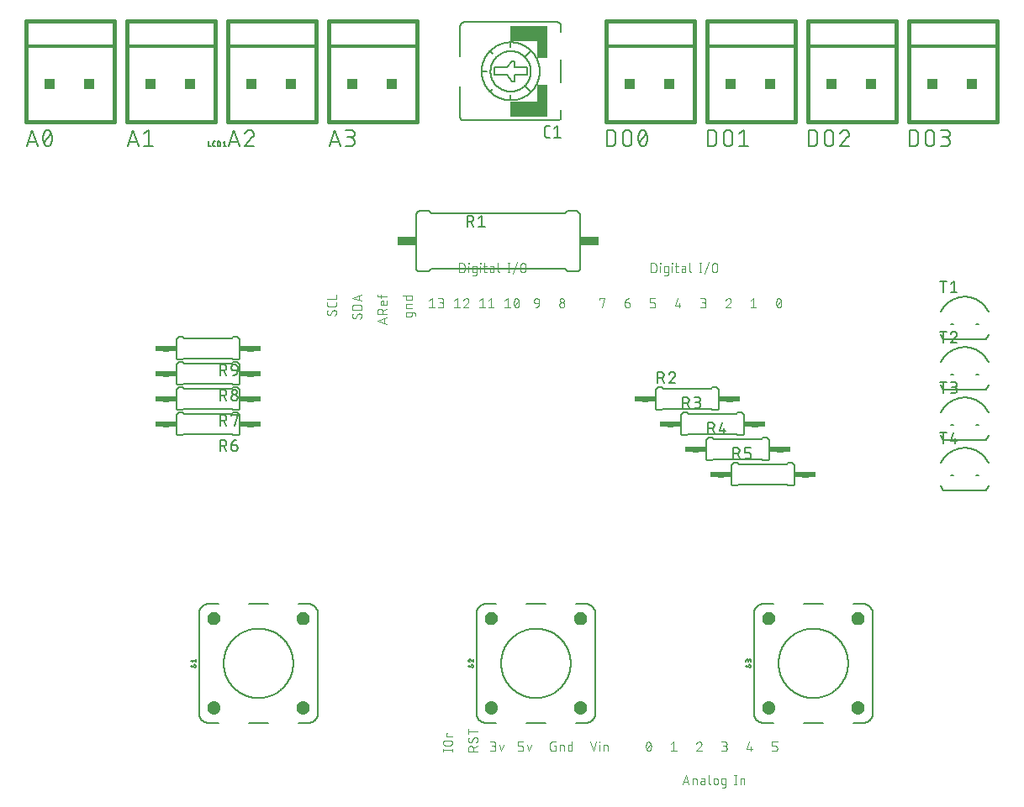
<source format=gbr>
G04 EAGLE Gerber RS-274X export*
G75*
%MOMM*%
%FSLAX34Y34*%
%LPD*%
%INSilkscreen Top*%
%IPPOS*%
%AMOC8*
5,1,8,0,0,1.08239X$1,22.5*%
G01*
%ADD10C,0.406400*%
%ADD11C,0.304800*%
%ADD12R,1.016000X1.016000*%
%ADD13C,0.152400*%
%ADD14R,1.016000X3.175000*%
%ADD15R,2.667000X1.524000*%
%ADD16C,0.127000*%
%ADD17R,1.930400X0.812800*%
%ADD18C,0.609600*%
%ADD19R,0.863600X0.609600*%
%ADD20C,0.203200*%
%ADD21C,0.700000*%
%ADD22C,0.076200*%


D10*
X96520Y787400D02*
X96520Y762000D01*
X96520Y685800D01*
X7620Y685800D01*
X7620Y787400D02*
X96520Y787400D01*
D11*
X96520Y762000D02*
X7620Y762000D01*
D10*
X7620Y685800D01*
X7620Y762000D02*
X7620Y787400D01*
D12*
X70612Y723900D03*
X30988Y723900D03*
D13*
X13293Y677418D02*
X7874Y661162D01*
X18711Y661162D02*
X13293Y677418D01*
X17357Y665226D02*
X9229Y665226D01*
X24409Y669290D02*
X24413Y669610D01*
X24424Y669929D01*
X24443Y670249D01*
X24470Y670567D01*
X24504Y670885D01*
X24546Y671202D01*
X24596Y671518D01*
X24653Y671833D01*
X24717Y672146D01*
X24789Y672458D01*
X24868Y672768D01*
X24955Y673075D01*
X25049Y673381D01*
X25150Y673684D01*
X25259Y673985D01*
X25374Y674283D01*
X25497Y674579D01*
X25627Y674871D01*
X25764Y675160D01*
X25763Y675161D02*
X25802Y675269D01*
X25845Y675376D01*
X25891Y675481D01*
X25942Y675585D01*
X25995Y675687D01*
X26052Y675787D01*
X26113Y675885D01*
X26177Y675980D01*
X26244Y676074D01*
X26315Y676165D01*
X26388Y676254D01*
X26465Y676340D01*
X26544Y676423D01*
X26626Y676504D01*
X26711Y676582D01*
X26799Y676656D01*
X26889Y676728D01*
X26981Y676796D01*
X27076Y676862D01*
X27173Y676924D01*
X27272Y676982D01*
X27374Y677038D01*
X27476Y677089D01*
X27581Y677137D01*
X27687Y677182D01*
X27795Y677223D01*
X27904Y677260D01*
X28014Y677293D01*
X28126Y677322D01*
X28238Y677348D01*
X28351Y677370D01*
X28465Y677387D01*
X28579Y677401D01*
X28694Y677411D01*
X28809Y677417D01*
X28924Y677419D01*
X28924Y677418D02*
X29039Y677416D01*
X29154Y677410D01*
X29269Y677400D01*
X29383Y677386D01*
X29497Y677369D01*
X29610Y677347D01*
X29722Y677321D01*
X29834Y677292D01*
X29944Y677259D01*
X30053Y677222D01*
X30161Y677181D01*
X30267Y677136D01*
X30372Y677088D01*
X30474Y677037D01*
X30575Y676981D01*
X30675Y676923D01*
X30772Y676861D01*
X30866Y676796D01*
X30959Y676727D01*
X31049Y676655D01*
X31137Y676581D01*
X31222Y676503D01*
X31304Y676422D01*
X31383Y676339D01*
X31460Y676253D01*
X31533Y676164D01*
X31604Y676073D01*
X31671Y675979D01*
X31735Y675884D01*
X31796Y675786D01*
X31853Y675686D01*
X31906Y675584D01*
X31957Y675480D01*
X32003Y675375D01*
X32046Y675268D01*
X32085Y675160D01*
X32084Y675160D02*
X32221Y674871D01*
X32351Y674579D01*
X32474Y674283D01*
X32589Y673985D01*
X32698Y673684D01*
X32799Y673381D01*
X32893Y673075D01*
X32980Y672768D01*
X33059Y672458D01*
X33131Y672146D01*
X33195Y671833D01*
X33252Y671518D01*
X33302Y671202D01*
X33344Y670885D01*
X33378Y670567D01*
X33405Y670249D01*
X33424Y669929D01*
X33435Y669610D01*
X33439Y669290D01*
X24409Y669290D02*
X24413Y668970D01*
X24424Y668651D01*
X24443Y668331D01*
X24470Y668013D01*
X24504Y667695D01*
X24546Y667378D01*
X24596Y667062D01*
X24653Y666747D01*
X24717Y666434D01*
X24789Y666122D01*
X24868Y665812D01*
X24955Y665505D01*
X25049Y665199D01*
X25150Y664896D01*
X25259Y664595D01*
X25374Y664297D01*
X25497Y664001D01*
X25627Y663709D01*
X25764Y663420D01*
X25763Y663420D02*
X25802Y663312D01*
X25845Y663205D01*
X25891Y663100D01*
X25942Y662996D01*
X25995Y662894D01*
X26052Y662794D01*
X26113Y662696D01*
X26177Y662601D01*
X26244Y662507D01*
X26315Y662416D01*
X26388Y662327D01*
X26465Y662241D01*
X26544Y662158D01*
X26626Y662077D01*
X26711Y661999D01*
X26799Y661925D01*
X26889Y661853D01*
X26982Y661784D01*
X27076Y661719D01*
X27173Y661657D01*
X27273Y661599D01*
X27374Y661543D01*
X27476Y661492D01*
X27581Y661444D01*
X27687Y661399D01*
X27795Y661358D01*
X27904Y661321D01*
X28014Y661288D01*
X28126Y661259D01*
X28238Y661233D01*
X28351Y661211D01*
X28465Y661194D01*
X28579Y661180D01*
X28694Y661170D01*
X28809Y661164D01*
X28924Y661162D01*
X32084Y663420D02*
X32221Y663709D01*
X32351Y664001D01*
X32474Y664297D01*
X32589Y664595D01*
X32698Y664896D01*
X32799Y665199D01*
X32893Y665505D01*
X32980Y665812D01*
X33059Y666122D01*
X33131Y666434D01*
X33195Y666747D01*
X33252Y667062D01*
X33302Y667378D01*
X33344Y667695D01*
X33378Y668013D01*
X33405Y668331D01*
X33424Y668651D01*
X33435Y668970D01*
X33439Y669290D01*
X32085Y663420D02*
X32046Y663312D01*
X32003Y663205D01*
X31957Y663100D01*
X31906Y662996D01*
X31853Y662894D01*
X31796Y662794D01*
X31735Y662696D01*
X31671Y662601D01*
X31604Y662507D01*
X31533Y662416D01*
X31460Y662327D01*
X31383Y662241D01*
X31304Y662158D01*
X31222Y662077D01*
X31137Y661999D01*
X31049Y661925D01*
X30959Y661853D01*
X30866Y661784D01*
X30772Y661719D01*
X30675Y661657D01*
X30575Y661599D01*
X30474Y661543D01*
X30371Y661492D01*
X30267Y661444D01*
X30161Y661399D01*
X30053Y661358D01*
X29944Y661321D01*
X29834Y661288D01*
X29722Y661259D01*
X29610Y661233D01*
X29497Y661211D01*
X29383Y661194D01*
X29269Y661180D01*
X29154Y661170D01*
X29039Y661164D01*
X28924Y661162D01*
X25311Y664774D02*
X32536Y673806D01*
D10*
X198120Y762000D02*
X198120Y787400D01*
X198120Y762000D02*
X198120Y685800D01*
X109220Y685800D01*
X109220Y787400D02*
X198120Y787400D01*
D11*
X198120Y762000D02*
X109220Y762000D01*
D10*
X109220Y685800D01*
X109220Y762000D02*
X109220Y787400D01*
D12*
X172212Y723900D03*
X132588Y723900D03*
D13*
X114893Y677418D02*
X109474Y661162D01*
X120311Y661162D02*
X114893Y677418D01*
X118957Y665226D02*
X110829Y665226D01*
X126008Y673806D02*
X130524Y677418D01*
X130524Y661162D01*
X135039Y661162D02*
X126008Y661162D01*
D10*
X299720Y762000D02*
X299720Y787400D01*
X299720Y762000D02*
X299720Y685800D01*
X210820Y685800D01*
X210820Y787400D02*
X299720Y787400D01*
D11*
X299720Y762000D02*
X210820Y762000D01*
D10*
X210820Y685800D01*
X210820Y762000D02*
X210820Y787400D01*
D12*
X273812Y723900D03*
X234188Y723900D03*
D13*
X216493Y677418D02*
X211074Y661162D01*
X221911Y661162D02*
X216493Y677418D01*
X220557Y665226D02*
X212429Y665226D01*
X232575Y677418D02*
X232700Y677416D01*
X232825Y677410D01*
X232950Y677401D01*
X233074Y677387D01*
X233198Y677370D01*
X233322Y677349D01*
X233444Y677324D01*
X233566Y677295D01*
X233687Y677263D01*
X233807Y677227D01*
X233926Y677187D01*
X234043Y677144D01*
X234159Y677097D01*
X234274Y677046D01*
X234386Y676992D01*
X234498Y676934D01*
X234607Y676874D01*
X234714Y676809D01*
X234820Y676742D01*
X234923Y676671D01*
X235024Y676597D01*
X235123Y676520D01*
X235219Y676440D01*
X235313Y676357D01*
X235404Y676272D01*
X235493Y676183D01*
X235578Y676092D01*
X235661Y675998D01*
X235741Y675902D01*
X235818Y675803D01*
X235892Y675702D01*
X235963Y675599D01*
X236030Y675493D01*
X236095Y675386D01*
X236155Y675277D01*
X236213Y675165D01*
X236267Y675053D01*
X236318Y674938D01*
X236365Y674822D01*
X236408Y674705D01*
X236448Y674586D01*
X236484Y674466D01*
X236516Y674345D01*
X236545Y674223D01*
X236570Y674101D01*
X236591Y673977D01*
X236608Y673853D01*
X236622Y673729D01*
X236631Y673604D01*
X236637Y673479D01*
X236639Y673354D01*
X232575Y677418D02*
X232432Y677416D01*
X232290Y677410D01*
X232147Y677400D01*
X232005Y677387D01*
X231864Y677369D01*
X231722Y677348D01*
X231582Y677323D01*
X231442Y677294D01*
X231303Y677261D01*
X231165Y677224D01*
X231028Y677184D01*
X230893Y677140D01*
X230758Y677092D01*
X230625Y677040D01*
X230493Y676985D01*
X230363Y676926D01*
X230235Y676864D01*
X230108Y676798D01*
X229983Y676729D01*
X229860Y676657D01*
X229740Y676581D01*
X229621Y676502D01*
X229504Y676419D01*
X229390Y676334D01*
X229278Y676245D01*
X229169Y676154D01*
X229062Y676059D01*
X228957Y675962D01*
X228856Y675861D01*
X228757Y675758D01*
X228661Y675653D01*
X228568Y675544D01*
X228478Y675433D01*
X228391Y675320D01*
X228307Y675205D01*
X228227Y675087D01*
X228149Y674967D01*
X228075Y674845D01*
X228005Y674721D01*
X227937Y674595D01*
X227874Y674467D01*
X227813Y674338D01*
X227756Y674207D01*
X227703Y674075D01*
X227654Y673941D01*
X227608Y673806D01*
X235284Y670193D02*
X235378Y670285D01*
X235468Y670379D01*
X235556Y670476D01*
X235641Y670576D01*
X235723Y670678D01*
X235802Y670783D01*
X235877Y670890D01*
X235949Y670999D01*
X236018Y671110D01*
X236084Y671224D01*
X236146Y671339D01*
X236205Y671456D01*
X236260Y671575D01*
X236311Y671695D01*
X236359Y671817D01*
X236404Y671940D01*
X236444Y672064D01*
X236481Y672190D01*
X236514Y672317D01*
X236543Y672444D01*
X236569Y672573D01*
X236590Y672702D01*
X236608Y672832D01*
X236621Y672962D01*
X236631Y673092D01*
X236637Y673223D01*
X236639Y673354D01*
X235285Y670193D02*
X227608Y661162D01*
X236639Y661162D01*
D10*
X401320Y762000D02*
X401320Y787400D01*
X401320Y762000D02*
X401320Y685800D01*
X312420Y685800D01*
X312420Y787400D02*
X401320Y787400D01*
D11*
X401320Y762000D02*
X312420Y762000D01*
D10*
X312420Y685800D01*
X312420Y762000D02*
X312420Y787400D01*
D12*
X375412Y723900D03*
X335788Y723900D03*
D13*
X318093Y677418D02*
X312674Y661162D01*
X323511Y661162D02*
X318093Y677418D01*
X322157Y665226D02*
X314029Y665226D01*
X329208Y661162D02*
X333724Y661162D01*
X333857Y661164D01*
X333989Y661170D01*
X334121Y661180D01*
X334253Y661193D01*
X334385Y661211D01*
X334515Y661232D01*
X334646Y661257D01*
X334775Y661286D01*
X334903Y661319D01*
X335031Y661355D01*
X335157Y661395D01*
X335282Y661439D01*
X335406Y661487D01*
X335528Y661538D01*
X335649Y661593D01*
X335768Y661651D01*
X335886Y661713D01*
X336001Y661778D01*
X336115Y661847D01*
X336226Y661918D01*
X336335Y661994D01*
X336442Y662072D01*
X336547Y662153D01*
X336649Y662238D01*
X336749Y662325D01*
X336846Y662415D01*
X336941Y662508D01*
X337032Y662604D01*
X337121Y662702D01*
X337207Y662803D01*
X337290Y662907D01*
X337370Y663013D01*
X337446Y663121D01*
X337520Y663231D01*
X337590Y663344D01*
X337657Y663458D01*
X337720Y663575D01*
X337780Y663693D01*
X337837Y663813D01*
X337890Y663935D01*
X337939Y664058D01*
X337985Y664182D01*
X338027Y664308D01*
X338065Y664435D01*
X338100Y664563D01*
X338131Y664692D01*
X338158Y664821D01*
X338181Y664952D01*
X338201Y665083D01*
X338216Y665215D01*
X338228Y665347D01*
X338236Y665479D01*
X338240Y665612D01*
X338240Y665744D01*
X338236Y665877D01*
X338228Y666009D01*
X338216Y666141D01*
X338201Y666273D01*
X338181Y666404D01*
X338158Y666535D01*
X338131Y666664D01*
X338100Y666793D01*
X338065Y666921D01*
X338027Y667048D01*
X337985Y667174D01*
X337939Y667298D01*
X337890Y667421D01*
X337837Y667543D01*
X337780Y667663D01*
X337720Y667781D01*
X337657Y667898D01*
X337590Y668012D01*
X337520Y668125D01*
X337446Y668235D01*
X337370Y668343D01*
X337290Y668449D01*
X337207Y668553D01*
X337121Y668654D01*
X337032Y668752D01*
X336941Y668848D01*
X336846Y668941D01*
X336749Y669031D01*
X336649Y669118D01*
X336547Y669203D01*
X336442Y669284D01*
X336335Y669362D01*
X336226Y669438D01*
X336115Y669509D01*
X336001Y669578D01*
X335886Y669643D01*
X335768Y669705D01*
X335649Y669763D01*
X335528Y669818D01*
X335406Y669869D01*
X335282Y669917D01*
X335157Y669961D01*
X335031Y670001D01*
X334903Y670037D01*
X334775Y670070D01*
X334646Y670099D01*
X334515Y670124D01*
X334385Y670145D01*
X334253Y670163D01*
X334121Y670176D01*
X333989Y670186D01*
X333857Y670192D01*
X333724Y670194D01*
X334627Y677418D02*
X329208Y677418D01*
X334627Y677418D02*
X334746Y677416D01*
X334866Y677410D01*
X334985Y677400D01*
X335103Y677386D01*
X335222Y677369D01*
X335339Y677347D01*
X335456Y677322D01*
X335571Y677292D01*
X335686Y677259D01*
X335800Y677222D01*
X335912Y677182D01*
X336023Y677137D01*
X336132Y677089D01*
X336240Y677038D01*
X336346Y676983D01*
X336450Y676924D01*
X336552Y676862D01*
X336652Y676797D01*
X336750Y676728D01*
X336846Y676656D01*
X336939Y676581D01*
X337029Y676504D01*
X337117Y676423D01*
X337202Y676339D01*
X337284Y676252D01*
X337364Y676163D01*
X337440Y676071D01*
X337514Y675977D01*
X337584Y675880D01*
X337651Y675782D01*
X337715Y675681D01*
X337775Y675577D01*
X337832Y675472D01*
X337885Y675365D01*
X337935Y675257D01*
X337981Y675147D01*
X338023Y675035D01*
X338062Y674922D01*
X338097Y674808D01*
X338128Y674693D01*
X338156Y674576D01*
X338179Y674459D01*
X338199Y674342D01*
X338215Y674223D01*
X338227Y674104D01*
X338235Y673985D01*
X338239Y673866D01*
X338239Y673746D01*
X338235Y673627D01*
X338227Y673508D01*
X338215Y673389D01*
X338199Y673270D01*
X338179Y673153D01*
X338156Y673036D01*
X338128Y672919D01*
X338097Y672804D01*
X338062Y672690D01*
X338023Y672577D01*
X337981Y672465D01*
X337935Y672355D01*
X337885Y672247D01*
X337832Y672140D01*
X337775Y672035D01*
X337715Y671931D01*
X337651Y671830D01*
X337584Y671732D01*
X337514Y671635D01*
X337440Y671541D01*
X337364Y671449D01*
X337284Y671360D01*
X337202Y671273D01*
X337117Y671189D01*
X337029Y671108D01*
X336939Y671031D01*
X336846Y670956D01*
X336750Y670884D01*
X336652Y670815D01*
X336552Y670750D01*
X336450Y670688D01*
X336346Y670629D01*
X336240Y670574D01*
X336132Y670523D01*
X336023Y670475D01*
X335912Y670430D01*
X335800Y670390D01*
X335686Y670353D01*
X335571Y670320D01*
X335456Y670290D01*
X335339Y670265D01*
X335222Y670243D01*
X335103Y670226D01*
X334985Y670212D01*
X334866Y670202D01*
X334746Y670196D01*
X334627Y670194D01*
X334627Y670193D02*
X331015Y670193D01*
X478790Y732790D02*
X491490Y732790D01*
X478790Y732790D02*
X478790Y740410D01*
X491490Y740410D01*
X496570Y746760D01*
X499110Y746760D01*
X499110Y740410D01*
X511810Y740410D01*
X511810Y732790D01*
X499110Y732790D01*
X499110Y726440D01*
X496570Y726440D01*
X491490Y732790D01*
X444500Y751840D02*
X444500Y782320D01*
X510540Y721360D02*
X515620Y716280D01*
X510540Y751840D02*
X515620Y756920D01*
X495300Y712470D02*
X495300Y707390D01*
X495300Y760730D02*
X495300Y765810D01*
X477520Y718820D02*
X474980Y716280D01*
X477520Y754380D02*
X474980Y756920D01*
X471170Y736600D02*
X466090Y736600D01*
X546100Y748030D02*
X546100Y725170D01*
X546100Y697230D02*
X546100Y690880D01*
X546100Y782320D02*
X546098Y782442D01*
X546092Y782564D01*
X546082Y782686D01*
X546069Y782807D01*
X546051Y782928D01*
X546030Y783048D01*
X546004Y783168D01*
X545975Y783286D01*
X545943Y783404D01*
X545906Y783521D01*
X545866Y783636D01*
X545822Y783750D01*
X545774Y783862D01*
X545723Y783973D01*
X545668Y784082D01*
X545610Y784190D01*
X545548Y784295D01*
X545483Y784398D01*
X545415Y784500D01*
X545343Y784599D01*
X545269Y784695D01*
X545191Y784790D01*
X545110Y784881D01*
X545027Y784971D01*
X544941Y785057D01*
X544851Y785140D01*
X544760Y785221D01*
X544665Y785299D01*
X544569Y785373D01*
X544470Y785445D01*
X544368Y785513D01*
X544265Y785578D01*
X544160Y785640D01*
X544052Y785698D01*
X543943Y785753D01*
X543832Y785804D01*
X543720Y785852D01*
X543606Y785896D01*
X543491Y785936D01*
X543374Y785973D01*
X543256Y786005D01*
X543138Y786034D01*
X543018Y786060D01*
X542898Y786081D01*
X542777Y786099D01*
X542656Y786112D01*
X542534Y786122D01*
X542412Y786128D01*
X542290Y786130D01*
X448310Y786130D02*
X448188Y786128D01*
X448066Y786122D01*
X447944Y786112D01*
X447823Y786099D01*
X447702Y786081D01*
X447582Y786060D01*
X447462Y786034D01*
X447344Y786005D01*
X447226Y785973D01*
X447109Y785936D01*
X446994Y785896D01*
X446880Y785852D01*
X446768Y785804D01*
X446657Y785753D01*
X446548Y785698D01*
X446440Y785640D01*
X446335Y785578D01*
X446232Y785513D01*
X446130Y785445D01*
X446031Y785373D01*
X445935Y785299D01*
X445840Y785221D01*
X445749Y785140D01*
X445659Y785057D01*
X445573Y784971D01*
X445490Y784881D01*
X445409Y784790D01*
X445331Y784695D01*
X445257Y784599D01*
X445185Y784500D01*
X445117Y784398D01*
X445052Y784295D01*
X444990Y784190D01*
X444932Y784082D01*
X444877Y783973D01*
X444826Y783862D01*
X444778Y783750D01*
X444734Y783636D01*
X444694Y783521D01*
X444657Y783404D01*
X444625Y783286D01*
X444596Y783168D01*
X444570Y783048D01*
X444549Y782928D01*
X444531Y782807D01*
X444518Y782686D01*
X444508Y782564D01*
X444502Y782442D01*
X444500Y782320D01*
X444500Y690880D02*
X444502Y690758D01*
X444508Y690636D01*
X444518Y690514D01*
X444531Y690393D01*
X444549Y690272D01*
X444570Y690152D01*
X444596Y690032D01*
X444625Y689914D01*
X444657Y689796D01*
X444694Y689679D01*
X444734Y689564D01*
X444778Y689450D01*
X444826Y689338D01*
X444877Y689227D01*
X444932Y689118D01*
X444990Y689010D01*
X445052Y688905D01*
X445117Y688802D01*
X445185Y688700D01*
X445257Y688601D01*
X445331Y688505D01*
X445409Y688410D01*
X445490Y688319D01*
X445573Y688229D01*
X445659Y688143D01*
X445749Y688060D01*
X445840Y687979D01*
X445935Y687901D01*
X446031Y687827D01*
X446130Y687755D01*
X446232Y687687D01*
X446335Y687622D01*
X446440Y687560D01*
X446548Y687502D01*
X446657Y687447D01*
X446768Y687396D01*
X446880Y687348D01*
X446994Y687304D01*
X447109Y687264D01*
X447226Y687227D01*
X447344Y687195D01*
X447462Y687166D01*
X447582Y687140D01*
X447702Y687119D01*
X447823Y687101D01*
X447944Y687088D01*
X448066Y687078D01*
X448188Y687072D01*
X448310Y687070D01*
X542290Y687070D02*
X542412Y687072D01*
X542534Y687078D01*
X542656Y687088D01*
X542777Y687101D01*
X542898Y687119D01*
X543018Y687140D01*
X543138Y687166D01*
X543256Y687195D01*
X543374Y687227D01*
X543491Y687264D01*
X543606Y687304D01*
X543720Y687348D01*
X543832Y687396D01*
X543943Y687447D01*
X544052Y687502D01*
X544160Y687560D01*
X544265Y687622D01*
X544368Y687687D01*
X544470Y687755D01*
X544569Y687827D01*
X544665Y687901D01*
X544760Y687979D01*
X544851Y688060D01*
X544941Y688143D01*
X545027Y688229D01*
X545110Y688319D01*
X545191Y688410D01*
X545269Y688505D01*
X545343Y688601D01*
X545415Y688700D01*
X545483Y688802D01*
X545548Y688905D01*
X545610Y689010D01*
X545668Y689118D01*
X545723Y689227D01*
X545774Y689338D01*
X545822Y689450D01*
X545866Y689564D01*
X545906Y689679D01*
X545943Y689796D01*
X545975Y689914D01*
X546004Y690032D01*
X546030Y690152D01*
X546051Y690272D01*
X546069Y690393D01*
X546082Y690514D01*
X546092Y690636D01*
X546098Y690758D01*
X546100Y690880D01*
X546100Y775970D02*
X546100Y782320D01*
X542290Y786130D02*
X448310Y786130D01*
X444500Y721360D02*
X444500Y690880D01*
X448310Y687070D02*
X542290Y687070D01*
X474980Y736600D02*
X474986Y737099D01*
X475004Y737597D01*
X475035Y738095D01*
X475078Y738592D01*
X475133Y739087D01*
X475200Y739582D01*
X475279Y740074D01*
X475370Y740564D01*
X475474Y741052D01*
X475589Y741537D01*
X475716Y742020D01*
X475855Y742499D01*
X476006Y742974D01*
X476168Y743446D01*
X476342Y743913D01*
X476527Y744376D01*
X476723Y744835D01*
X476931Y745288D01*
X477150Y745736D01*
X477379Y746179D01*
X477620Y746616D01*
X477871Y747047D01*
X478133Y747471D01*
X478405Y747889D01*
X478687Y748300D01*
X478979Y748705D01*
X479281Y749102D01*
X479592Y749491D01*
X479914Y749872D01*
X480244Y750246D01*
X480583Y750611D01*
X480932Y750968D01*
X481289Y751317D01*
X481654Y751656D01*
X482028Y751986D01*
X482409Y752308D01*
X482798Y752619D01*
X483195Y752921D01*
X483600Y753213D01*
X484011Y753495D01*
X484429Y753767D01*
X484853Y754029D01*
X485284Y754280D01*
X485721Y754521D01*
X486164Y754750D01*
X486612Y754969D01*
X487065Y755177D01*
X487524Y755373D01*
X487987Y755558D01*
X488454Y755732D01*
X488926Y755894D01*
X489401Y756045D01*
X489880Y756184D01*
X490363Y756311D01*
X490848Y756426D01*
X491336Y756530D01*
X491826Y756621D01*
X492318Y756700D01*
X492813Y756767D01*
X493308Y756822D01*
X493805Y756865D01*
X494303Y756896D01*
X494801Y756914D01*
X495300Y756920D01*
X495799Y756914D01*
X496297Y756896D01*
X496795Y756865D01*
X497292Y756822D01*
X497787Y756767D01*
X498282Y756700D01*
X498774Y756621D01*
X499264Y756530D01*
X499752Y756426D01*
X500237Y756311D01*
X500720Y756184D01*
X501199Y756045D01*
X501674Y755894D01*
X502146Y755732D01*
X502613Y755558D01*
X503076Y755373D01*
X503535Y755177D01*
X503988Y754969D01*
X504436Y754750D01*
X504879Y754521D01*
X505316Y754280D01*
X505747Y754029D01*
X506171Y753767D01*
X506589Y753495D01*
X507000Y753213D01*
X507405Y752921D01*
X507802Y752619D01*
X508191Y752308D01*
X508572Y751986D01*
X508946Y751656D01*
X509311Y751317D01*
X509668Y750968D01*
X510017Y750611D01*
X510356Y750246D01*
X510686Y749872D01*
X511008Y749491D01*
X511319Y749102D01*
X511621Y748705D01*
X511913Y748300D01*
X512195Y747889D01*
X512467Y747471D01*
X512729Y747047D01*
X512980Y746616D01*
X513221Y746179D01*
X513450Y745736D01*
X513669Y745288D01*
X513877Y744835D01*
X514073Y744376D01*
X514258Y743913D01*
X514432Y743446D01*
X514594Y742974D01*
X514745Y742499D01*
X514884Y742020D01*
X515011Y741537D01*
X515126Y741052D01*
X515230Y740564D01*
X515321Y740074D01*
X515400Y739582D01*
X515467Y739087D01*
X515522Y738592D01*
X515565Y738095D01*
X515596Y737597D01*
X515614Y737099D01*
X515620Y736600D01*
X515614Y736101D01*
X515596Y735603D01*
X515565Y735105D01*
X515522Y734608D01*
X515467Y734113D01*
X515400Y733618D01*
X515321Y733126D01*
X515230Y732636D01*
X515126Y732148D01*
X515011Y731663D01*
X514884Y731180D01*
X514745Y730701D01*
X514594Y730226D01*
X514432Y729754D01*
X514258Y729287D01*
X514073Y728824D01*
X513877Y728365D01*
X513669Y727912D01*
X513450Y727464D01*
X513221Y727021D01*
X512980Y726584D01*
X512729Y726153D01*
X512467Y725729D01*
X512195Y725311D01*
X511913Y724900D01*
X511621Y724495D01*
X511319Y724098D01*
X511008Y723709D01*
X510686Y723328D01*
X510356Y722954D01*
X510017Y722589D01*
X509668Y722232D01*
X509311Y721883D01*
X508946Y721544D01*
X508572Y721214D01*
X508191Y720892D01*
X507802Y720581D01*
X507405Y720279D01*
X507000Y719987D01*
X506589Y719705D01*
X506171Y719433D01*
X505747Y719171D01*
X505316Y718920D01*
X504879Y718679D01*
X504436Y718450D01*
X503988Y718231D01*
X503535Y718023D01*
X503076Y717827D01*
X502613Y717642D01*
X502146Y717468D01*
X501674Y717306D01*
X501199Y717155D01*
X500720Y717016D01*
X500237Y716889D01*
X499752Y716774D01*
X499264Y716670D01*
X498774Y716579D01*
X498282Y716500D01*
X497787Y716433D01*
X497292Y716378D01*
X496795Y716335D01*
X496297Y716304D01*
X495799Y716286D01*
X495300Y716280D01*
X494801Y716286D01*
X494303Y716304D01*
X493805Y716335D01*
X493308Y716378D01*
X492813Y716433D01*
X492318Y716500D01*
X491826Y716579D01*
X491336Y716670D01*
X490848Y716774D01*
X490363Y716889D01*
X489880Y717016D01*
X489401Y717155D01*
X488926Y717306D01*
X488454Y717468D01*
X487987Y717642D01*
X487524Y717827D01*
X487065Y718023D01*
X486612Y718231D01*
X486164Y718450D01*
X485721Y718679D01*
X485284Y718920D01*
X484853Y719171D01*
X484429Y719433D01*
X484011Y719705D01*
X483600Y719987D01*
X483195Y720279D01*
X482798Y720581D01*
X482409Y720892D01*
X482028Y721214D01*
X481654Y721544D01*
X481289Y721883D01*
X480932Y722232D01*
X480583Y722589D01*
X480244Y722954D01*
X479914Y723328D01*
X479592Y723709D01*
X479281Y724098D01*
X478979Y724495D01*
X478687Y724900D01*
X478405Y725311D01*
X478133Y725729D01*
X477871Y726153D01*
X477620Y726584D01*
X477379Y727021D01*
X477150Y727464D01*
X476931Y727912D01*
X476723Y728365D01*
X476527Y728824D01*
X476342Y729287D01*
X476168Y729754D01*
X476006Y730226D01*
X475855Y730701D01*
X475716Y731180D01*
X475589Y731663D01*
X475474Y732148D01*
X475370Y732636D01*
X475279Y733126D01*
X475200Y733618D01*
X475133Y734113D01*
X475078Y734608D01*
X475035Y735105D01*
X475004Y735603D01*
X474986Y736101D01*
X474980Y736600D01*
X466090Y736600D02*
X466099Y737317D01*
X466125Y738033D01*
X466169Y738749D01*
X466231Y739463D01*
X466310Y740176D01*
X466406Y740886D01*
X466520Y741594D01*
X466651Y742299D01*
X466800Y743000D01*
X466965Y743697D01*
X467148Y744391D01*
X467348Y745079D01*
X467564Y745763D01*
X467797Y746441D01*
X468047Y747113D01*
X468313Y747778D01*
X468596Y748437D01*
X468894Y749089D01*
X469209Y749733D01*
X469539Y750369D01*
X469885Y750998D01*
X470246Y751617D01*
X470622Y752227D01*
X471013Y752828D01*
X471418Y753419D01*
X471838Y754000D01*
X472272Y754571D01*
X472720Y755131D01*
X473182Y755679D01*
X473657Y756216D01*
X474145Y756741D01*
X474645Y757255D01*
X475159Y757755D01*
X475684Y758243D01*
X476221Y758718D01*
X476769Y759180D01*
X477329Y759628D01*
X477900Y760062D01*
X478481Y760482D01*
X479072Y760887D01*
X479673Y761278D01*
X480283Y761654D01*
X480902Y762015D01*
X481531Y762361D01*
X482167Y762691D01*
X482811Y763006D01*
X483463Y763304D01*
X484122Y763587D01*
X484787Y763853D01*
X485459Y764103D01*
X486137Y764336D01*
X486821Y764552D01*
X487509Y764752D01*
X488203Y764935D01*
X488900Y765100D01*
X489601Y765249D01*
X490306Y765380D01*
X491014Y765494D01*
X491724Y765590D01*
X492437Y765669D01*
X493151Y765731D01*
X493867Y765775D01*
X494583Y765801D01*
X495300Y765810D01*
X496017Y765801D01*
X496733Y765775D01*
X497449Y765731D01*
X498163Y765669D01*
X498876Y765590D01*
X499586Y765494D01*
X500294Y765380D01*
X500999Y765249D01*
X501700Y765100D01*
X502397Y764935D01*
X503091Y764752D01*
X503779Y764552D01*
X504463Y764336D01*
X505141Y764103D01*
X505813Y763853D01*
X506478Y763587D01*
X507137Y763304D01*
X507789Y763006D01*
X508433Y762691D01*
X509069Y762361D01*
X509698Y762015D01*
X510317Y761654D01*
X510927Y761278D01*
X511528Y760887D01*
X512119Y760482D01*
X512700Y760062D01*
X513271Y759628D01*
X513831Y759180D01*
X514379Y758718D01*
X514916Y758243D01*
X515441Y757755D01*
X515955Y757255D01*
X516455Y756741D01*
X516943Y756216D01*
X517418Y755679D01*
X517880Y755131D01*
X518328Y754571D01*
X518762Y754000D01*
X519182Y753419D01*
X519587Y752828D01*
X519978Y752227D01*
X520354Y751617D01*
X520715Y750998D01*
X521061Y750369D01*
X521391Y749733D01*
X521706Y749089D01*
X522004Y748437D01*
X522287Y747778D01*
X522553Y747113D01*
X522803Y746441D01*
X523036Y745763D01*
X523252Y745079D01*
X523452Y744391D01*
X523635Y743697D01*
X523800Y743000D01*
X523949Y742299D01*
X524080Y741594D01*
X524194Y740886D01*
X524290Y740176D01*
X524369Y739463D01*
X524431Y738749D01*
X524475Y738033D01*
X524501Y737317D01*
X524510Y736600D01*
X524501Y735883D01*
X524475Y735167D01*
X524431Y734451D01*
X524369Y733737D01*
X524290Y733024D01*
X524194Y732314D01*
X524080Y731606D01*
X523949Y730901D01*
X523800Y730200D01*
X523635Y729503D01*
X523452Y728809D01*
X523252Y728121D01*
X523036Y727437D01*
X522803Y726759D01*
X522553Y726087D01*
X522287Y725422D01*
X522004Y724763D01*
X521706Y724111D01*
X521391Y723467D01*
X521061Y722831D01*
X520715Y722202D01*
X520354Y721583D01*
X519978Y720973D01*
X519587Y720372D01*
X519182Y719781D01*
X518762Y719200D01*
X518328Y718629D01*
X517880Y718069D01*
X517418Y717521D01*
X516943Y716984D01*
X516455Y716459D01*
X515955Y715945D01*
X515441Y715445D01*
X514916Y714957D01*
X514379Y714482D01*
X513831Y714020D01*
X513271Y713572D01*
X512700Y713138D01*
X512119Y712718D01*
X511528Y712313D01*
X510927Y711922D01*
X510317Y711546D01*
X509698Y711185D01*
X509069Y710839D01*
X508433Y710509D01*
X507789Y710194D01*
X507137Y709896D01*
X506478Y709613D01*
X505813Y709347D01*
X505141Y709097D01*
X504463Y708864D01*
X503779Y708648D01*
X503091Y708448D01*
X502397Y708265D01*
X501700Y708100D01*
X500999Y707951D01*
X500294Y707820D01*
X499586Y707706D01*
X498876Y707610D01*
X498163Y707531D01*
X497449Y707469D01*
X496733Y707425D01*
X496017Y707399D01*
X495300Y707390D01*
X494583Y707399D01*
X493867Y707425D01*
X493151Y707469D01*
X492437Y707531D01*
X491724Y707610D01*
X491014Y707706D01*
X490306Y707820D01*
X489601Y707951D01*
X488900Y708100D01*
X488203Y708265D01*
X487509Y708448D01*
X486821Y708648D01*
X486137Y708864D01*
X485459Y709097D01*
X484787Y709347D01*
X484122Y709613D01*
X483463Y709896D01*
X482811Y710194D01*
X482167Y710509D01*
X481531Y710839D01*
X480902Y711185D01*
X480283Y711546D01*
X479673Y711922D01*
X479072Y712313D01*
X478481Y712718D01*
X477900Y713138D01*
X477329Y713572D01*
X476769Y714020D01*
X476221Y714482D01*
X475684Y714957D01*
X475159Y715445D01*
X474645Y715945D01*
X474145Y716459D01*
X473657Y716984D01*
X473182Y717521D01*
X472720Y718069D01*
X472272Y718629D01*
X471838Y719200D01*
X471418Y719781D01*
X471013Y720372D01*
X470622Y720973D01*
X470246Y721583D01*
X469885Y722202D01*
X469539Y722831D01*
X469209Y723467D01*
X468894Y724111D01*
X468596Y724763D01*
X468313Y725422D01*
X468047Y726087D01*
X467797Y726759D01*
X467564Y727437D01*
X467348Y728121D01*
X467148Y728809D01*
X466965Y729503D01*
X466800Y730200D01*
X466651Y730901D01*
X466520Y731606D01*
X466406Y732314D01*
X466310Y733024D01*
X466231Y733737D01*
X466169Y734451D01*
X466125Y735167D01*
X466099Y735883D01*
X466090Y736600D01*
D14*
X527050Y766445D03*
D15*
X508635Y774700D03*
X508635Y698500D03*
D14*
X527050Y706755D03*
D16*
X532093Y669925D02*
X534633Y669925D01*
X532093Y669925D02*
X531993Y669927D01*
X531894Y669933D01*
X531794Y669943D01*
X531696Y669956D01*
X531597Y669974D01*
X531500Y669995D01*
X531404Y670020D01*
X531308Y670049D01*
X531214Y670082D01*
X531121Y670118D01*
X531030Y670158D01*
X530940Y670202D01*
X530852Y670249D01*
X530766Y670299D01*
X530682Y670353D01*
X530600Y670410D01*
X530521Y670470D01*
X530443Y670534D01*
X530369Y670600D01*
X530297Y670669D01*
X530228Y670741D01*
X530162Y670815D01*
X530098Y670893D01*
X530038Y670972D01*
X529981Y671054D01*
X529927Y671138D01*
X529877Y671224D01*
X529830Y671312D01*
X529786Y671402D01*
X529746Y671493D01*
X529710Y671586D01*
X529677Y671680D01*
X529648Y671776D01*
X529623Y671872D01*
X529602Y671969D01*
X529584Y672068D01*
X529571Y672166D01*
X529561Y672266D01*
X529555Y672365D01*
X529553Y672465D01*
X529553Y678815D01*
X529555Y678915D01*
X529561Y679014D01*
X529571Y679114D01*
X529584Y679212D01*
X529602Y679311D01*
X529623Y679408D01*
X529648Y679504D01*
X529677Y679600D01*
X529710Y679694D01*
X529746Y679787D01*
X529786Y679878D01*
X529830Y679968D01*
X529877Y680056D01*
X529927Y680142D01*
X529981Y680226D01*
X530038Y680308D01*
X530098Y680387D01*
X530162Y680465D01*
X530228Y680539D01*
X530297Y680611D01*
X530369Y680680D01*
X530443Y680746D01*
X530521Y680810D01*
X530600Y680870D01*
X530682Y680927D01*
X530766Y680981D01*
X530852Y681031D01*
X530940Y681078D01*
X531030Y681122D01*
X531121Y681162D01*
X531214Y681198D01*
X531308Y681231D01*
X531404Y681260D01*
X531500Y681285D01*
X531597Y681306D01*
X531696Y681324D01*
X531794Y681337D01*
X531894Y681347D01*
X531993Y681353D01*
X532093Y681355D01*
X534633Y681355D01*
X539115Y678815D02*
X542290Y681355D01*
X542290Y669925D01*
X539115Y669925D02*
X545465Y669925D01*
D10*
X680720Y762000D02*
X680720Y787400D01*
X680720Y762000D02*
X680720Y685800D01*
X591820Y685800D01*
X591820Y787400D02*
X680720Y787400D01*
D11*
X680720Y762000D02*
X591820Y762000D01*
D10*
X591820Y685800D01*
X591820Y762000D02*
X591820Y787400D01*
D12*
X654812Y723900D03*
X615188Y723900D03*
D13*
X592074Y677418D02*
X592074Y661162D01*
X592074Y677418D02*
X596590Y677418D01*
X596721Y677416D01*
X596853Y677410D01*
X596984Y677401D01*
X597114Y677387D01*
X597245Y677370D01*
X597374Y677349D01*
X597503Y677325D01*
X597631Y677296D01*
X597759Y677264D01*
X597885Y677228D01*
X598010Y677189D01*
X598135Y677146D01*
X598257Y677099D01*
X598379Y677049D01*
X598499Y676995D01*
X598617Y676938D01*
X598733Y676877D01*
X598848Y676813D01*
X598961Y676746D01*
X599072Y676675D01*
X599180Y676601D01*
X599287Y676524D01*
X599391Y676444D01*
X599493Y676361D01*
X599592Y676276D01*
X599689Y676187D01*
X599783Y676095D01*
X599875Y676001D01*
X599964Y675904D01*
X600049Y675805D01*
X600132Y675703D01*
X600212Y675599D01*
X600289Y675492D01*
X600363Y675384D01*
X600434Y675273D01*
X600501Y675160D01*
X600565Y675045D01*
X600626Y674929D01*
X600683Y674811D01*
X600737Y674691D01*
X600787Y674569D01*
X600834Y674447D01*
X600877Y674322D01*
X600916Y674197D01*
X600952Y674071D01*
X600984Y673943D01*
X601013Y673815D01*
X601037Y673686D01*
X601058Y673557D01*
X601075Y673426D01*
X601089Y673296D01*
X601098Y673165D01*
X601104Y673033D01*
X601106Y672902D01*
X601105Y672902D02*
X601105Y665678D01*
X601106Y665678D02*
X601104Y665547D01*
X601098Y665415D01*
X601089Y665284D01*
X601075Y665154D01*
X601058Y665023D01*
X601037Y664894D01*
X601013Y664765D01*
X600984Y664637D01*
X600952Y664509D01*
X600916Y664383D01*
X600877Y664258D01*
X600834Y664133D01*
X600787Y664011D01*
X600737Y663889D01*
X600683Y663769D01*
X600626Y663651D01*
X600565Y663535D01*
X600501Y663420D01*
X600434Y663307D01*
X600363Y663196D01*
X600289Y663088D01*
X600212Y662981D01*
X600132Y662877D01*
X600049Y662775D01*
X599964Y662676D01*
X599875Y662579D01*
X599783Y662485D01*
X599689Y662393D01*
X599592Y662304D01*
X599493Y662219D01*
X599391Y662136D01*
X599287Y662056D01*
X599180Y661979D01*
X599072Y661905D01*
X598961Y661834D01*
X598848Y661767D01*
X598733Y661703D01*
X598617Y661642D01*
X598499Y661585D01*
X598379Y661531D01*
X598257Y661481D01*
X598135Y661434D01*
X598010Y661391D01*
X597885Y661352D01*
X597759Y661316D01*
X597631Y661284D01*
X597503Y661255D01*
X597374Y661231D01*
X597244Y661210D01*
X597114Y661193D01*
X596984Y661179D01*
X596853Y661170D01*
X596721Y661164D01*
X596590Y661162D01*
X592074Y661162D01*
X608226Y665678D02*
X608226Y672902D01*
X608228Y673035D01*
X608234Y673167D01*
X608244Y673299D01*
X608257Y673431D01*
X608275Y673563D01*
X608296Y673693D01*
X608321Y673824D01*
X608350Y673953D01*
X608383Y674081D01*
X608419Y674209D01*
X608459Y674335D01*
X608503Y674460D01*
X608551Y674584D01*
X608602Y674706D01*
X608657Y674827D01*
X608715Y674946D01*
X608777Y675064D01*
X608842Y675179D01*
X608911Y675293D01*
X608982Y675404D01*
X609058Y675513D01*
X609136Y675620D01*
X609217Y675725D01*
X609302Y675827D01*
X609389Y675927D01*
X609479Y676024D01*
X609572Y676119D01*
X609668Y676210D01*
X609766Y676299D01*
X609867Y676385D01*
X609971Y676468D01*
X610077Y676548D01*
X610185Y676624D01*
X610295Y676698D01*
X610408Y676768D01*
X610522Y676835D01*
X610639Y676898D01*
X610757Y676958D01*
X610877Y677015D01*
X610999Y677068D01*
X611122Y677117D01*
X611246Y677163D01*
X611372Y677205D01*
X611499Y677243D01*
X611627Y677278D01*
X611756Y677309D01*
X611885Y677336D01*
X612016Y677359D01*
X612147Y677379D01*
X612279Y677394D01*
X612411Y677406D01*
X612543Y677414D01*
X612676Y677418D01*
X612808Y677418D01*
X612941Y677414D01*
X613073Y677406D01*
X613205Y677394D01*
X613337Y677379D01*
X613468Y677359D01*
X613599Y677336D01*
X613728Y677309D01*
X613857Y677278D01*
X613985Y677243D01*
X614112Y677205D01*
X614238Y677163D01*
X614362Y677117D01*
X614485Y677068D01*
X614607Y677015D01*
X614727Y676958D01*
X614845Y676898D01*
X614962Y676835D01*
X615076Y676768D01*
X615189Y676698D01*
X615299Y676624D01*
X615407Y676548D01*
X615513Y676468D01*
X615617Y676385D01*
X615718Y676299D01*
X615816Y676210D01*
X615912Y676119D01*
X616005Y676024D01*
X616095Y675927D01*
X616182Y675827D01*
X616267Y675725D01*
X616348Y675620D01*
X616426Y675513D01*
X616502Y675404D01*
X616573Y675293D01*
X616642Y675179D01*
X616707Y675064D01*
X616769Y674946D01*
X616827Y674827D01*
X616882Y674706D01*
X616933Y674584D01*
X616981Y674460D01*
X617025Y674335D01*
X617065Y674209D01*
X617101Y674081D01*
X617134Y673953D01*
X617163Y673824D01*
X617188Y673693D01*
X617209Y673563D01*
X617227Y673431D01*
X617240Y673299D01*
X617250Y673167D01*
X617256Y673035D01*
X617258Y672902D01*
X617257Y672902D02*
X617257Y665678D01*
X617258Y665678D02*
X617256Y665545D01*
X617250Y665413D01*
X617240Y665281D01*
X617227Y665149D01*
X617209Y665017D01*
X617188Y664887D01*
X617163Y664756D01*
X617134Y664627D01*
X617101Y664499D01*
X617065Y664371D01*
X617025Y664245D01*
X616981Y664120D01*
X616933Y663996D01*
X616882Y663874D01*
X616827Y663753D01*
X616769Y663634D01*
X616707Y663516D01*
X616642Y663401D01*
X616573Y663287D01*
X616502Y663176D01*
X616426Y663067D01*
X616348Y662960D01*
X616267Y662855D01*
X616182Y662753D01*
X616095Y662653D01*
X616005Y662556D01*
X615912Y662461D01*
X615816Y662370D01*
X615718Y662281D01*
X615617Y662195D01*
X615513Y662112D01*
X615407Y662032D01*
X615299Y661956D01*
X615189Y661882D01*
X615076Y661812D01*
X614962Y661745D01*
X614845Y661682D01*
X614727Y661622D01*
X614607Y661565D01*
X614485Y661512D01*
X614362Y661463D01*
X614238Y661417D01*
X614112Y661375D01*
X613985Y661337D01*
X613857Y661302D01*
X613728Y661271D01*
X613599Y661244D01*
X613468Y661221D01*
X613337Y661201D01*
X613205Y661186D01*
X613073Y661174D01*
X612941Y661166D01*
X612808Y661162D01*
X612676Y661162D01*
X612543Y661166D01*
X612411Y661174D01*
X612279Y661186D01*
X612147Y661201D01*
X612016Y661221D01*
X611885Y661244D01*
X611756Y661271D01*
X611627Y661302D01*
X611499Y661337D01*
X611372Y661375D01*
X611246Y661417D01*
X611122Y661463D01*
X610999Y661512D01*
X610877Y661565D01*
X610757Y661622D01*
X610639Y661682D01*
X610522Y661745D01*
X610408Y661812D01*
X610295Y661882D01*
X610185Y661956D01*
X610077Y662032D01*
X609971Y662112D01*
X609867Y662195D01*
X609766Y662281D01*
X609668Y662370D01*
X609572Y662461D01*
X609479Y662556D01*
X609389Y662653D01*
X609302Y662753D01*
X609217Y662855D01*
X609136Y662960D01*
X609058Y663067D01*
X608982Y663176D01*
X608911Y663287D01*
X608842Y663401D01*
X608777Y663516D01*
X608715Y663634D01*
X608657Y663753D01*
X608602Y663874D01*
X608551Y663996D01*
X608503Y664120D01*
X608459Y664245D01*
X608419Y664371D01*
X608383Y664499D01*
X608350Y664627D01*
X608321Y664756D01*
X608296Y664887D01*
X608275Y665017D01*
X608257Y665149D01*
X608244Y665281D01*
X608234Y665413D01*
X608228Y665545D01*
X608226Y665678D01*
X623858Y669290D02*
X623862Y669610D01*
X623873Y669929D01*
X623892Y670249D01*
X623919Y670567D01*
X623953Y670885D01*
X623995Y671202D01*
X624045Y671518D01*
X624102Y671833D01*
X624166Y672146D01*
X624238Y672458D01*
X624317Y672768D01*
X624404Y673075D01*
X624498Y673381D01*
X624599Y673684D01*
X624708Y673985D01*
X624823Y674283D01*
X624946Y674579D01*
X625076Y674871D01*
X625213Y675160D01*
X625212Y675161D02*
X625251Y675269D01*
X625294Y675376D01*
X625340Y675481D01*
X625391Y675585D01*
X625444Y675687D01*
X625501Y675787D01*
X625562Y675885D01*
X625626Y675980D01*
X625693Y676074D01*
X625764Y676165D01*
X625837Y676254D01*
X625914Y676340D01*
X625993Y676423D01*
X626075Y676504D01*
X626160Y676582D01*
X626248Y676656D01*
X626338Y676728D01*
X626430Y676796D01*
X626525Y676862D01*
X626622Y676924D01*
X626721Y676982D01*
X626823Y677038D01*
X626925Y677089D01*
X627030Y677137D01*
X627136Y677182D01*
X627244Y677223D01*
X627353Y677260D01*
X627463Y677293D01*
X627575Y677322D01*
X627687Y677348D01*
X627800Y677370D01*
X627914Y677387D01*
X628028Y677401D01*
X628143Y677411D01*
X628258Y677417D01*
X628373Y677419D01*
X628373Y677418D02*
X628488Y677416D01*
X628603Y677410D01*
X628718Y677400D01*
X628832Y677386D01*
X628946Y677369D01*
X629059Y677347D01*
X629171Y677321D01*
X629283Y677292D01*
X629393Y677259D01*
X629502Y677222D01*
X629610Y677181D01*
X629716Y677136D01*
X629821Y677088D01*
X629923Y677037D01*
X630024Y676981D01*
X630124Y676923D01*
X630221Y676861D01*
X630315Y676796D01*
X630408Y676727D01*
X630498Y676655D01*
X630586Y676581D01*
X630671Y676503D01*
X630753Y676422D01*
X630832Y676339D01*
X630909Y676253D01*
X630982Y676164D01*
X631053Y676073D01*
X631120Y675979D01*
X631184Y675884D01*
X631245Y675786D01*
X631302Y675686D01*
X631355Y675584D01*
X631406Y675480D01*
X631452Y675375D01*
X631495Y675268D01*
X631534Y675160D01*
X631533Y675160D02*
X631670Y674871D01*
X631800Y674579D01*
X631923Y674283D01*
X632038Y673985D01*
X632147Y673684D01*
X632248Y673381D01*
X632342Y673075D01*
X632429Y672768D01*
X632508Y672458D01*
X632580Y672146D01*
X632644Y671833D01*
X632701Y671518D01*
X632751Y671202D01*
X632793Y670885D01*
X632827Y670567D01*
X632854Y670249D01*
X632873Y669929D01*
X632884Y669610D01*
X632888Y669290D01*
X623858Y669290D02*
X623862Y668970D01*
X623873Y668651D01*
X623892Y668331D01*
X623919Y668013D01*
X623953Y667695D01*
X623995Y667378D01*
X624045Y667062D01*
X624102Y666747D01*
X624166Y666434D01*
X624238Y666122D01*
X624317Y665812D01*
X624404Y665505D01*
X624498Y665199D01*
X624599Y664896D01*
X624708Y664595D01*
X624823Y664297D01*
X624946Y664001D01*
X625076Y663709D01*
X625213Y663420D01*
X625212Y663420D02*
X625251Y663312D01*
X625294Y663205D01*
X625340Y663100D01*
X625391Y662996D01*
X625444Y662894D01*
X625501Y662794D01*
X625562Y662696D01*
X625626Y662601D01*
X625693Y662507D01*
X625764Y662416D01*
X625837Y662327D01*
X625914Y662241D01*
X625993Y662158D01*
X626075Y662077D01*
X626160Y661999D01*
X626248Y661925D01*
X626338Y661853D01*
X626431Y661784D01*
X626525Y661719D01*
X626622Y661657D01*
X626722Y661599D01*
X626823Y661543D01*
X626925Y661492D01*
X627030Y661444D01*
X627136Y661399D01*
X627244Y661358D01*
X627353Y661321D01*
X627463Y661288D01*
X627575Y661259D01*
X627687Y661233D01*
X627800Y661211D01*
X627914Y661194D01*
X628028Y661180D01*
X628143Y661170D01*
X628258Y661164D01*
X628373Y661162D01*
X631533Y663420D02*
X631670Y663709D01*
X631800Y664001D01*
X631923Y664297D01*
X632038Y664595D01*
X632147Y664896D01*
X632248Y665199D01*
X632342Y665505D01*
X632429Y665812D01*
X632508Y666122D01*
X632580Y666434D01*
X632644Y666747D01*
X632701Y667062D01*
X632751Y667378D01*
X632793Y667695D01*
X632827Y668013D01*
X632854Y668331D01*
X632873Y668651D01*
X632884Y668970D01*
X632888Y669290D01*
X631534Y663420D02*
X631495Y663312D01*
X631452Y663205D01*
X631406Y663100D01*
X631355Y662996D01*
X631302Y662894D01*
X631245Y662794D01*
X631184Y662696D01*
X631120Y662601D01*
X631053Y662507D01*
X630982Y662416D01*
X630909Y662327D01*
X630832Y662241D01*
X630753Y662158D01*
X630671Y662077D01*
X630586Y661999D01*
X630498Y661925D01*
X630408Y661853D01*
X630315Y661784D01*
X630221Y661719D01*
X630124Y661657D01*
X630024Y661599D01*
X629923Y661543D01*
X629820Y661492D01*
X629716Y661444D01*
X629610Y661399D01*
X629502Y661358D01*
X629393Y661321D01*
X629283Y661288D01*
X629171Y661259D01*
X629059Y661233D01*
X628946Y661211D01*
X628832Y661194D01*
X628718Y661180D01*
X628603Y661170D01*
X628488Y661164D01*
X628373Y661162D01*
X624761Y664774D02*
X631986Y673806D01*
D10*
X782320Y762000D02*
X782320Y787400D01*
X782320Y762000D02*
X782320Y685800D01*
X693420Y685800D01*
X693420Y787400D02*
X782320Y787400D01*
D11*
X782320Y762000D02*
X693420Y762000D01*
D10*
X693420Y685800D01*
X693420Y762000D02*
X693420Y787400D01*
D12*
X756412Y723900D03*
X716788Y723900D03*
D13*
X693674Y677418D02*
X693674Y661162D01*
X693674Y677418D02*
X698190Y677418D01*
X698321Y677416D01*
X698453Y677410D01*
X698584Y677401D01*
X698714Y677387D01*
X698845Y677370D01*
X698974Y677349D01*
X699103Y677325D01*
X699231Y677296D01*
X699359Y677264D01*
X699485Y677228D01*
X699610Y677189D01*
X699735Y677146D01*
X699857Y677099D01*
X699979Y677049D01*
X700099Y676995D01*
X700217Y676938D01*
X700333Y676877D01*
X700448Y676813D01*
X700561Y676746D01*
X700672Y676675D01*
X700780Y676601D01*
X700887Y676524D01*
X700991Y676444D01*
X701093Y676361D01*
X701192Y676276D01*
X701289Y676187D01*
X701383Y676095D01*
X701475Y676001D01*
X701564Y675904D01*
X701649Y675805D01*
X701732Y675703D01*
X701812Y675599D01*
X701889Y675492D01*
X701963Y675384D01*
X702034Y675273D01*
X702101Y675160D01*
X702165Y675045D01*
X702226Y674929D01*
X702283Y674811D01*
X702337Y674691D01*
X702387Y674569D01*
X702434Y674447D01*
X702477Y674322D01*
X702516Y674197D01*
X702552Y674071D01*
X702584Y673943D01*
X702613Y673815D01*
X702637Y673686D01*
X702658Y673557D01*
X702675Y673426D01*
X702689Y673296D01*
X702698Y673165D01*
X702704Y673033D01*
X702706Y672902D01*
X702705Y672902D02*
X702705Y665678D01*
X702706Y665678D02*
X702704Y665547D01*
X702698Y665415D01*
X702689Y665284D01*
X702675Y665154D01*
X702658Y665023D01*
X702637Y664894D01*
X702613Y664765D01*
X702584Y664637D01*
X702552Y664509D01*
X702516Y664383D01*
X702477Y664258D01*
X702434Y664133D01*
X702387Y664011D01*
X702337Y663889D01*
X702283Y663769D01*
X702226Y663651D01*
X702165Y663535D01*
X702101Y663420D01*
X702034Y663307D01*
X701963Y663196D01*
X701889Y663088D01*
X701812Y662981D01*
X701732Y662877D01*
X701649Y662775D01*
X701564Y662676D01*
X701475Y662579D01*
X701383Y662485D01*
X701289Y662393D01*
X701192Y662304D01*
X701093Y662219D01*
X700991Y662136D01*
X700887Y662056D01*
X700780Y661979D01*
X700672Y661905D01*
X700561Y661834D01*
X700448Y661767D01*
X700333Y661703D01*
X700217Y661642D01*
X700099Y661585D01*
X699979Y661531D01*
X699857Y661481D01*
X699735Y661434D01*
X699610Y661391D01*
X699485Y661352D01*
X699359Y661316D01*
X699231Y661284D01*
X699103Y661255D01*
X698974Y661231D01*
X698844Y661210D01*
X698714Y661193D01*
X698584Y661179D01*
X698453Y661170D01*
X698321Y661164D01*
X698190Y661162D01*
X693674Y661162D01*
X709826Y665678D02*
X709826Y672902D01*
X709828Y673035D01*
X709834Y673167D01*
X709844Y673299D01*
X709857Y673431D01*
X709875Y673563D01*
X709896Y673693D01*
X709921Y673824D01*
X709950Y673953D01*
X709983Y674081D01*
X710019Y674209D01*
X710059Y674335D01*
X710103Y674460D01*
X710151Y674584D01*
X710202Y674706D01*
X710257Y674827D01*
X710315Y674946D01*
X710377Y675064D01*
X710442Y675179D01*
X710511Y675293D01*
X710582Y675404D01*
X710658Y675513D01*
X710736Y675620D01*
X710817Y675725D01*
X710902Y675827D01*
X710989Y675927D01*
X711079Y676024D01*
X711172Y676119D01*
X711268Y676210D01*
X711366Y676299D01*
X711467Y676385D01*
X711571Y676468D01*
X711677Y676548D01*
X711785Y676624D01*
X711895Y676698D01*
X712008Y676768D01*
X712122Y676835D01*
X712239Y676898D01*
X712357Y676958D01*
X712477Y677015D01*
X712599Y677068D01*
X712722Y677117D01*
X712846Y677163D01*
X712972Y677205D01*
X713099Y677243D01*
X713227Y677278D01*
X713356Y677309D01*
X713485Y677336D01*
X713616Y677359D01*
X713747Y677379D01*
X713879Y677394D01*
X714011Y677406D01*
X714143Y677414D01*
X714276Y677418D01*
X714408Y677418D01*
X714541Y677414D01*
X714673Y677406D01*
X714805Y677394D01*
X714937Y677379D01*
X715068Y677359D01*
X715199Y677336D01*
X715328Y677309D01*
X715457Y677278D01*
X715585Y677243D01*
X715712Y677205D01*
X715838Y677163D01*
X715962Y677117D01*
X716085Y677068D01*
X716207Y677015D01*
X716327Y676958D01*
X716445Y676898D01*
X716562Y676835D01*
X716676Y676768D01*
X716789Y676698D01*
X716899Y676624D01*
X717007Y676548D01*
X717113Y676468D01*
X717217Y676385D01*
X717318Y676299D01*
X717416Y676210D01*
X717512Y676119D01*
X717605Y676024D01*
X717695Y675927D01*
X717782Y675827D01*
X717867Y675725D01*
X717948Y675620D01*
X718026Y675513D01*
X718102Y675404D01*
X718173Y675293D01*
X718242Y675179D01*
X718307Y675064D01*
X718369Y674946D01*
X718427Y674827D01*
X718482Y674706D01*
X718533Y674584D01*
X718581Y674460D01*
X718625Y674335D01*
X718665Y674209D01*
X718701Y674081D01*
X718734Y673953D01*
X718763Y673824D01*
X718788Y673693D01*
X718809Y673563D01*
X718827Y673431D01*
X718840Y673299D01*
X718850Y673167D01*
X718856Y673035D01*
X718858Y672902D01*
X718857Y672902D02*
X718857Y665678D01*
X718858Y665678D02*
X718856Y665545D01*
X718850Y665413D01*
X718840Y665281D01*
X718827Y665149D01*
X718809Y665017D01*
X718788Y664887D01*
X718763Y664756D01*
X718734Y664627D01*
X718701Y664499D01*
X718665Y664371D01*
X718625Y664245D01*
X718581Y664120D01*
X718533Y663996D01*
X718482Y663874D01*
X718427Y663753D01*
X718369Y663634D01*
X718307Y663516D01*
X718242Y663401D01*
X718173Y663287D01*
X718102Y663176D01*
X718026Y663067D01*
X717948Y662960D01*
X717867Y662855D01*
X717782Y662753D01*
X717695Y662653D01*
X717605Y662556D01*
X717512Y662461D01*
X717416Y662370D01*
X717318Y662281D01*
X717217Y662195D01*
X717113Y662112D01*
X717007Y662032D01*
X716899Y661956D01*
X716789Y661882D01*
X716676Y661812D01*
X716562Y661745D01*
X716445Y661682D01*
X716327Y661622D01*
X716207Y661565D01*
X716085Y661512D01*
X715962Y661463D01*
X715838Y661417D01*
X715712Y661375D01*
X715585Y661337D01*
X715457Y661302D01*
X715328Y661271D01*
X715199Y661244D01*
X715068Y661221D01*
X714937Y661201D01*
X714805Y661186D01*
X714673Y661174D01*
X714541Y661166D01*
X714408Y661162D01*
X714276Y661162D01*
X714143Y661166D01*
X714011Y661174D01*
X713879Y661186D01*
X713747Y661201D01*
X713616Y661221D01*
X713485Y661244D01*
X713356Y661271D01*
X713227Y661302D01*
X713099Y661337D01*
X712972Y661375D01*
X712846Y661417D01*
X712722Y661463D01*
X712599Y661512D01*
X712477Y661565D01*
X712357Y661622D01*
X712239Y661682D01*
X712122Y661745D01*
X712008Y661812D01*
X711895Y661882D01*
X711785Y661956D01*
X711677Y662032D01*
X711571Y662112D01*
X711467Y662195D01*
X711366Y662281D01*
X711268Y662370D01*
X711172Y662461D01*
X711079Y662556D01*
X710989Y662653D01*
X710902Y662753D01*
X710817Y662855D01*
X710736Y662960D01*
X710658Y663067D01*
X710582Y663176D01*
X710511Y663287D01*
X710442Y663401D01*
X710377Y663516D01*
X710315Y663634D01*
X710257Y663753D01*
X710202Y663874D01*
X710151Y663996D01*
X710103Y664120D01*
X710059Y664245D01*
X710019Y664371D01*
X709983Y664499D01*
X709950Y664627D01*
X709921Y664756D01*
X709896Y664887D01*
X709875Y665017D01*
X709857Y665149D01*
X709844Y665281D01*
X709834Y665413D01*
X709828Y665545D01*
X709826Y665678D01*
X725458Y673806D02*
X729973Y677418D01*
X729973Y661162D01*
X725458Y661162D02*
X734489Y661162D01*
D10*
X883920Y762000D02*
X883920Y787400D01*
X883920Y762000D02*
X883920Y685800D01*
X795020Y685800D01*
X795020Y787400D02*
X883920Y787400D01*
D11*
X883920Y762000D02*
X795020Y762000D01*
D10*
X795020Y685800D01*
X795020Y762000D02*
X795020Y787400D01*
D12*
X858012Y723900D03*
X818388Y723900D03*
D13*
X795274Y677418D02*
X795274Y661162D01*
X795274Y677418D02*
X799790Y677418D01*
X799921Y677416D01*
X800053Y677410D01*
X800184Y677401D01*
X800314Y677387D01*
X800445Y677370D01*
X800574Y677349D01*
X800703Y677325D01*
X800831Y677296D01*
X800959Y677264D01*
X801085Y677228D01*
X801210Y677189D01*
X801335Y677146D01*
X801457Y677099D01*
X801579Y677049D01*
X801699Y676995D01*
X801817Y676938D01*
X801933Y676877D01*
X802048Y676813D01*
X802161Y676746D01*
X802272Y676675D01*
X802380Y676601D01*
X802487Y676524D01*
X802591Y676444D01*
X802693Y676361D01*
X802792Y676276D01*
X802889Y676187D01*
X802983Y676095D01*
X803075Y676001D01*
X803164Y675904D01*
X803249Y675805D01*
X803332Y675703D01*
X803412Y675599D01*
X803489Y675492D01*
X803563Y675384D01*
X803634Y675273D01*
X803701Y675160D01*
X803765Y675045D01*
X803826Y674929D01*
X803883Y674811D01*
X803937Y674691D01*
X803987Y674569D01*
X804034Y674447D01*
X804077Y674322D01*
X804116Y674197D01*
X804152Y674071D01*
X804184Y673943D01*
X804213Y673815D01*
X804237Y673686D01*
X804258Y673557D01*
X804275Y673426D01*
X804289Y673296D01*
X804298Y673165D01*
X804304Y673033D01*
X804306Y672902D01*
X804305Y672902D02*
X804305Y665678D01*
X804306Y665678D02*
X804304Y665547D01*
X804298Y665415D01*
X804289Y665284D01*
X804275Y665154D01*
X804258Y665023D01*
X804237Y664894D01*
X804213Y664765D01*
X804184Y664637D01*
X804152Y664509D01*
X804116Y664383D01*
X804077Y664258D01*
X804034Y664133D01*
X803987Y664011D01*
X803937Y663889D01*
X803883Y663769D01*
X803826Y663651D01*
X803765Y663535D01*
X803701Y663420D01*
X803634Y663307D01*
X803563Y663196D01*
X803489Y663088D01*
X803412Y662981D01*
X803332Y662877D01*
X803249Y662775D01*
X803164Y662676D01*
X803075Y662579D01*
X802983Y662485D01*
X802889Y662393D01*
X802792Y662304D01*
X802693Y662219D01*
X802591Y662136D01*
X802487Y662056D01*
X802380Y661979D01*
X802272Y661905D01*
X802161Y661834D01*
X802048Y661767D01*
X801933Y661703D01*
X801817Y661642D01*
X801699Y661585D01*
X801579Y661531D01*
X801457Y661481D01*
X801335Y661434D01*
X801210Y661391D01*
X801085Y661352D01*
X800959Y661316D01*
X800831Y661284D01*
X800703Y661255D01*
X800574Y661231D01*
X800444Y661210D01*
X800314Y661193D01*
X800184Y661179D01*
X800053Y661170D01*
X799921Y661164D01*
X799790Y661162D01*
X795274Y661162D01*
X811426Y665678D02*
X811426Y672902D01*
X811428Y673035D01*
X811434Y673167D01*
X811444Y673299D01*
X811457Y673431D01*
X811475Y673563D01*
X811496Y673693D01*
X811521Y673824D01*
X811550Y673953D01*
X811583Y674081D01*
X811619Y674209D01*
X811659Y674335D01*
X811703Y674460D01*
X811751Y674584D01*
X811802Y674706D01*
X811857Y674827D01*
X811915Y674946D01*
X811977Y675064D01*
X812042Y675179D01*
X812111Y675293D01*
X812182Y675404D01*
X812258Y675513D01*
X812336Y675620D01*
X812417Y675725D01*
X812502Y675827D01*
X812589Y675927D01*
X812679Y676024D01*
X812772Y676119D01*
X812868Y676210D01*
X812966Y676299D01*
X813067Y676385D01*
X813171Y676468D01*
X813277Y676548D01*
X813385Y676624D01*
X813495Y676698D01*
X813608Y676768D01*
X813722Y676835D01*
X813839Y676898D01*
X813957Y676958D01*
X814077Y677015D01*
X814199Y677068D01*
X814322Y677117D01*
X814446Y677163D01*
X814572Y677205D01*
X814699Y677243D01*
X814827Y677278D01*
X814956Y677309D01*
X815085Y677336D01*
X815216Y677359D01*
X815347Y677379D01*
X815479Y677394D01*
X815611Y677406D01*
X815743Y677414D01*
X815876Y677418D01*
X816008Y677418D01*
X816141Y677414D01*
X816273Y677406D01*
X816405Y677394D01*
X816537Y677379D01*
X816668Y677359D01*
X816799Y677336D01*
X816928Y677309D01*
X817057Y677278D01*
X817185Y677243D01*
X817312Y677205D01*
X817438Y677163D01*
X817562Y677117D01*
X817685Y677068D01*
X817807Y677015D01*
X817927Y676958D01*
X818045Y676898D01*
X818162Y676835D01*
X818276Y676768D01*
X818389Y676698D01*
X818499Y676624D01*
X818607Y676548D01*
X818713Y676468D01*
X818817Y676385D01*
X818918Y676299D01*
X819016Y676210D01*
X819112Y676119D01*
X819205Y676024D01*
X819295Y675927D01*
X819382Y675827D01*
X819467Y675725D01*
X819548Y675620D01*
X819626Y675513D01*
X819702Y675404D01*
X819773Y675293D01*
X819842Y675179D01*
X819907Y675064D01*
X819969Y674946D01*
X820027Y674827D01*
X820082Y674706D01*
X820133Y674584D01*
X820181Y674460D01*
X820225Y674335D01*
X820265Y674209D01*
X820301Y674081D01*
X820334Y673953D01*
X820363Y673824D01*
X820388Y673693D01*
X820409Y673563D01*
X820427Y673431D01*
X820440Y673299D01*
X820450Y673167D01*
X820456Y673035D01*
X820458Y672902D01*
X820457Y672902D02*
X820457Y665678D01*
X820458Y665678D02*
X820456Y665545D01*
X820450Y665413D01*
X820440Y665281D01*
X820427Y665149D01*
X820409Y665017D01*
X820388Y664887D01*
X820363Y664756D01*
X820334Y664627D01*
X820301Y664499D01*
X820265Y664371D01*
X820225Y664245D01*
X820181Y664120D01*
X820133Y663996D01*
X820082Y663874D01*
X820027Y663753D01*
X819969Y663634D01*
X819907Y663516D01*
X819842Y663401D01*
X819773Y663287D01*
X819702Y663176D01*
X819626Y663067D01*
X819548Y662960D01*
X819467Y662855D01*
X819382Y662753D01*
X819295Y662653D01*
X819205Y662556D01*
X819112Y662461D01*
X819016Y662370D01*
X818918Y662281D01*
X818817Y662195D01*
X818713Y662112D01*
X818607Y662032D01*
X818499Y661956D01*
X818389Y661882D01*
X818276Y661812D01*
X818162Y661745D01*
X818045Y661682D01*
X817927Y661622D01*
X817807Y661565D01*
X817685Y661512D01*
X817562Y661463D01*
X817438Y661417D01*
X817312Y661375D01*
X817185Y661337D01*
X817057Y661302D01*
X816928Y661271D01*
X816799Y661244D01*
X816668Y661221D01*
X816537Y661201D01*
X816405Y661186D01*
X816273Y661174D01*
X816141Y661166D01*
X816008Y661162D01*
X815876Y661162D01*
X815743Y661166D01*
X815611Y661174D01*
X815479Y661186D01*
X815347Y661201D01*
X815216Y661221D01*
X815085Y661244D01*
X814956Y661271D01*
X814827Y661302D01*
X814699Y661337D01*
X814572Y661375D01*
X814446Y661417D01*
X814322Y661463D01*
X814199Y661512D01*
X814077Y661565D01*
X813957Y661622D01*
X813839Y661682D01*
X813722Y661745D01*
X813608Y661812D01*
X813495Y661882D01*
X813385Y661956D01*
X813277Y662032D01*
X813171Y662112D01*
X813067Y662195D01*
X812966Y662281D01*
X812868Y662370D01*
X812772Y662461D01*
X812679Y662556D01*
X812589Y662653D01*
X812502Y662753D01*
X812417Y662855D01*
X812336Y662960D01*
X812258Y663067D01*
X812182Y663176D01*
X812111Y663287D01*
X812042Y663401D01*
X811977Y663516D01*
X811915Y663634D01*
X811857Y663753D01*
X811802Y663874D01*
X811751Y663996D01*
X811703Y664120D01*
X811659Y664245D01*
X811619Y664371D01*
X811583Y664499D01*
X811550Y664627D01*
X811521Y664756D01*
X811496Y664887D01*
X811475Y665017D01*
X811457Y665149D01*
X811444Y665281D01*
X811434Y665413D01*
X811428Y665545D01*
X811426Y665678D01*
X832025Y677418D02*
X832150Y677416D01*
X832275Y677410D01*
X832400Y677401D01*
X832524Y677387D01*
X832648Y677370D01*
X832772Y677349D01*
X832894Y677324D01*
X833016Y677295D01*
X833137Y677263D01*
X833257Y677227D01*
X833376Y677187D01*
X833493Y677144D01*
X833609Y677097D01*
X833724Y677046D01*
X833836Y676992D01*
X833948Y676934D01*
X834057Y676874D01*
X834164Y676809D01*
X834270Y676742D01*
X834373Y676671D01*
X834474Y676597D01*
X834573Y676520D01*
X834669Y676440D01*
X834763Y676357D01*
X834854Y676272D01*
X834943Y676183D01*
X835028Y676092D01*
X835111Y675998D01*
X835191Y675902D01*
X835268Y675803D01*
X835342Y675702D01*
X835413Y675599D01*
X835480Y675493D01*
X835545Y675386D01*
X835605Y675277D01*
X835663Y675165D01*
X835717Y675053D01*
X835768Y674938D01*
X835815Y674822D01*
X835858Y674705D01*
X835898Y674586D01*
X835934Y674466D01*
X835966Y674345D01*
X835995Y674223D01*
X836020Y674101D01*
X836041Y673977D01*
X836058Y673853D01*
X836072Y673729D01*
X836081Y673604D01*
X836087Y673479D01*
X836089Y673354D01*
X832025Y677418D02*
X831882Y677416D01*
X831740Y677410D01*
X831597Y677400D01*
X831455Y677387D01*
X831314Y677369D01*
X831172Y677348D01*
X831032Y677323D01*
X830892Y677294D01*
X830753Y677261D01*
X830615Y677224D01*
X830478Y677184D01*
X830343Y677140D01*
X830208Y677092D01*
X830075Y677040D01*
X829943Y676985D01*
X829813Y676926D01*
X829685Y676864D01*
X829558Y676798D01*
X829433Y676729D01*
X829310Y676657D01*
X829190Y676581D01*
X829071Y676502D01*
X828954Y676419D01*
X828840Y676334D01*
X828728Y676245D01*
X828619Y676154D01*
X828512Y676059D01*
X828407Y675962D01*
X828306Y675861D01*
X828207Y675758D01*
X828111Y675653D01*
X828018Y675544D01*
X827928Y675433D01*
X827841Y675320D01*
X827757Y675205D01*
X827677Y675087D01*
X827599Y674967D01*
X827525Y674845D01*
X827455Y674721D01*
X827387Y674595D01*
X827324Y674467D01*
X827263Y674338D01*
X827206Y674207D01*
X827153Y674075D01*
X827104Y673941D01*
X827058Y673806D01*
X834733Y670193D02*
X834827Y670285D01*
X834917Y670379D01*
X835005Y670476D01*
X835090Y670576D01*
X835172Y670678D01*
X835251Y670783D01*
X835326Y670890D01*
X835398Y670999D01*
X835467Y671110D01*
X835533Y671224D01*
X835595Y671339D01*
X835654Y671456D01*
X835709Y671575D01*
X835760Y671695D01*
X835808Y671817D01*
X835853Y671940D01*
X835893Y672064D01*
X835930Y672190D01*
X835963Y672317D01*
X835992Y672444D01*
X836018Y672573D01*
X836039Y672702D01*
X836057Y672832D01*
X836070Y672962D01*
X836080Y673092D01*
X836086Y673223D01*
X836088Y673354D01*
X834734Y670193D02*
X827058Y661162D01*
X836089Y661162D01*
D10*
X985520Y762000D02*
X985520Y787400D01*
X985520Y762000D02*
X985520Y685800D01*
X896620Y685800D01*
X896620Y787400D02*
X985520Y787400D01*
D11*
X985520Y762000D02*
X896620Y762000D01*
D10*
X896620Y685800D01*
X896620Y762000D02*
X896620Y787400D01*
D12*
X959612Y723900D03*
X919988Y723900D03*
D13*
X896874Y677418D02*
X896874Y661162D01*
X896874Y677418D02*
X901390Y677418D01*
X901521Y677416D01*
X901653Y677410D01*
X901784Y677401D01*
X901914Y677387D01*
X902045Y677370D01*
X902174Y677349D01*
X902303Y677325D01*
X902431Y677296D01*
X902559Y677264D01*
X902685Y677228D01*
X902810Y677189D01*
X902935Y677146D01*
X903057Y677099D01*
X903179Y677049D01*
X903299Y676995D01*
X903417Y676938D01*
X903533Y676877D01*
X903648Y676813D01*
X903761Y676746D01*
X903872Y676675D01*
X903980Y676601D01*
X904087Y676524D01*
X904191Y676444D01*
X904293Y676361D01*
X904392Y676276D01*
X904489Y676187D01*
X904583Y676095D01*
X904675Y676001D01*
X904764Y675904D01*
X904849Y675805D01*
X904932Y675703D01*
X905012Y675599D01*
X905089Y675492D01*
X905163Y675384D01*
X905234Y675273D01*
X905301Y675160D01*
X905365Y675045D01*
X905426Y674929D01*
X905483Y674811D01*
X905537Y674691D01*
X905587Y674569D01*
X905634Y674447D01*
X905677Y674322D01*
X905716Y674197D01*
X905752Y674071D01*
X905784Y673943D01*
X905813Y673815D01*
X905837Y673686D01*
X905858Y673557D01*
X905875Y673426D01*
X905889Y673296D01*
X905898Y673165D01*
X905904Y673033D01*
X905906Y672902D01*
X905905Y672902D02*
X905905Y665678D01*
X905906Y665678D02*
X905904Y665547D01*
X905898Y665415D01*
X905889Y665284D01*
X905875Y665154D01*
X905858Y665023D01*
X905837Y664894D01*
X905813Y664765D01*
X905784Y664637D01*
X905752Y664509D01*
X905716Y664383D01*
X905677Y664258D01*
X905634Y664133D01*
X905587Y664011D01*
X905537Y663889D01*
X905483Y663769D01*
X905426Y663651D01*
X905365Y663535D01*
X905301Y663420D01*
X905234Y663307D01*
X905163Y663196D01*
X905089Y663088D01*
X905012Y662981D01*
X904932Y662877D01*
X904849Y662775D01*
X904764Y662676D01*
X904675Y662579D01*
X904583Y662485D01*
X904489Y662393D01*
X904392Y662304D01*
X904293Y662219D01*
X904191Y662136D01*
X904087Y662056D01*
X903980Y661979D01*
X903872Y661905D01*
X903761Y661834D01*
X903648Y661767D01*
X903533Y661703D01*
X903417Y661642D01*
X903299Y661585D01*
X903179Y661531D01*
X903057Y661481D01*
X902935Y661434D01*
X902810Y661391D01*
X902685Y661352D01*
X902559Y661316D01*
X902431Y661284D01*
X902303Y661255D01*
X902174Y661231D01*
X902044Y661210D01*
X901914Y661193D01*
X901784Y661179D01*
X901653Y661170D01*
X901521Y661164D01*
X901390Y661162D01*
X896874Y661162D01*
X913026Y665678D02*
X913026Y672902D01*
X913028Y673035D01*
X913034Y673167D01*
X913044Y673299D01*
X913057Y673431D01*
X913075Y673563D01*
X913096Y673693D01*
X913121Y673824D01*
X913150Y673953D01*
X913183Y674081D01*
X913219Y674209D01*
X913259Y674335D01*
X913303Y674460D01*
X913351Y674584D01*
X913402Y674706D01*
X913457Y674827D01*
X913515Y674946D01*
X913577Y675064D01*
X913642Y675179D01*
X913711Y675293D01*
X913782Y675404D01*
X913858Y675513D01*
X913936Y675620D01*
X914017Y675725D01*
X914102Y675827D01*
X914189Y675927D01*
X914279Y676024D01*
X914372Y676119D01*
X914468Y676210D01*
X914566Y676299D01*
X914667Y676385D01*
X914771Y676468D01*
X914877Y676548D01*
X914985Y676624D01*
X915095Y676698D01*
X915208Y676768D01*
X915322Y676835D01*
X915439Y676898D01*
X915557Y676958D01*
X915677Y677015D01*
X915799Y677068D01*
X915922Y677117D01*
X916046Y677163D01*
X916172Y677205D01*
X916299Y677243D01*
X916427Y677278D01*
X916556Y677309D01*
X916685Y677336D01*
X916816Y677359D01*
X916947Y677379D01*
X917079Y677394D01*
X917211Y677406D01*
X917343Y677414D01*
X917476Y677418D01*
X917608Y677418D01*
X917741Y677414D01*
X917873Y677406D01*
X918005Y677394D01*
X918137Y677379D01*
X918268Y677359D01*
X918399Y677336D01*
X918528Y677309D01*
X918657Y677278D01*
X918785Y677243D01*
X918912Y677205D01*
X919038Y677163D01*
X919162Y677117D01*
X919285Y677068D01*
X919407Y677015D01*
X919527Y676958D01*
X919645Y676898D01*
X919762Y676835D01*
X919876Y676768D01*
X919989Y676698D01*
X920099Y676624D01*
X920207Y676548D01*
X920313Y676468D01*
X920417Y676385D01*
X920518Y676299D01*
X920616Y676210D01*
X920712Y676119D01*
X920805Y676024D01*
X920895Y675927D01*
X920982Y675827D01*
X921067Y675725D01*
X921148Y675620D01*
X921226Y675513D01*
X921302Y675404D01*
X921373Y675293D01*
X921442Y675179D01*
X921507Y675064D01*
X921569Y674946D01*
X921627Y674827D01*
X921682Y674706D01*
X921733Y674584D01*
X921781Y674460D01*
X921825Y674335D01*
X921865Y674209D01*
X921901Y674081D01*
X921934Y673953D01*
X921963Y673824D01*
X921988Y673693D01*
X922009Y673563D01*
X922027Y673431D01*
X922040Y673299D01*
X922050Y673167D01*
X922056Y673035D01*
X922058Y672902D01*
X922057Y672902D02*
X922057Y665678D01*
X922058Y665678D02*
X922056Y665545D01*
X922050Y665413D01*
X922040Y665281D01*
X922027Y665149D01*
X922009Y665017D01*
X921988Y664887D01*
X921963Y664756D01*
X921934Y664627D01*
X921901Y664499D01*
X921865Y664371D01*
X921825Y664245D01*
X921781Y664120D01*
X921733Y663996D01*
X921682Y663874D01*
X921627Y663753D01*
X921569Y663634D01*
X921507Y663516D01*
X921442Y663401D01*
X921373Y663287D01*
X921302Y663176D01*
X921226Y663067D01*
X921148Y662960D01*
X921067Y662855D01*
X920982Y662753D01*
X920895Y662653D01*
X920805Y662556D01*
X920712Y662461D01*
X920616Y662370D01*
X920518Y662281D01*
X920417Y662195D01*
X920313Y662112D01*
X920207Y662032D01*
X920099Y661956D01*
X919989Y661882D01*
X919876Y661812D01*
X919762Y661745D01*
X919645Y661682D01*
X919527Y661622D01*
X919407Y661565D01*
X919285Y661512D01*
X919162Y661463D01*
X919038Y661417D01*
X918912Y661375D01*
X918785Y661337D01*
X918657Y661302D01*
X918528Y661271D01*
X918399Y661244D01*
X918268Y661221D01*
X918137Y661201D01*
X918005Y661186D01*
X917873Y661174D01*
X917741Y661166D01*
X917608Y661162D01*
X917476Y661162D01*
X917343Y661166D01*
X917211Y661174D01*
X917079Y661186D01*
X916947Y661201D01*
X916816Y661221D01*
X916685Y661244D01*
X916556Y661271D01*
X916427Y661302D01*
X916299Y661337D01*
X916172Y661375D01*
X916046Y661417D01*
X915922Y661463D01*
X915799Y661512D01*
X915677Y661565D01*
X915557Y661622D01*
X915439Y661682D01*
X915322Y661745D01*
X915208Y661812D01*
X915095Y661882D01*
X914985Y661956D01*
X914877Y662032D01*
X914771Y662112D01*
X914667Y662195D01*
X914566Y662281D01*
X914468Y662370D01*
X914372Y662461D01*
X914279Y662556D01*
X914189Y662653D01*
X914102Y662753D01*
X914017Y662855D01*
X913936Y662960D01*
X913858Y663067D01*
X913782Y663176D01*
X913711Y663287D01*
X913642Y663401D01*
X913577Y663516D01*
X913515Y663634D01*
X913457Y663753D01*
X913402Y663874D01*
X913351Y663996D01*
X913303Y664120D01*
X913259Y664245D01*
X913219Y664371D01*
X913183Y664499D01*
X913150Y664627D01*
X913121Y664756D01*
X913096Y664887D01*
X913075Y665017D01*
X913057Y665149D01*
X913044Y665281D01*
X913034Y665413D01*
X913028Y665545D01*
X913026Y665678D01*
X928658Y661162D02*
X933173Y661162D01*
X933306Y661164D01*
X933438Y661170D01*
X933570Y661180D01*
X933702Y661193D01*
X933834Y661211D01*
X933964Y661232D01*
X934095Y661257D01*
X934224Y661286D01*
X934352Y661319D01*
X934480Y661355D01*
X934606Y661395D01*
X934731Y661439D01*
X934855Y661487D01*
X934977Y661538D01*
X935098Y661593D01*
X935217Y661651D01*
X935335Y661713D01*
X935450Y661778D01*
X935564Y661847D01*
X935675Y661918D01*
X935784Y661994D01*
X935891Y662072D01*
X935996Y662153D01*
X936098Y662238D01*
X936198Y662325D01*
X936295Y662415D01*
X936390Y662508D01*
X936481Y662604D01*
X936570Y662702D01*
X936656Y662803D01*
X936739Y662907D01*
X936819Y663013D01*
X936895Y663121D01*
X936969Y663231D01*
X937039Y663344D01*
X937106Y663458D01*
X937169Y663575D01*
X937229Y663693D01*
X937286Y663813D01*
X937339Y663935D01*
X937388Y664058D01*
X937434Y664182D01*
X937476Y664308D01*
X937514Y664435D01*
X937549Y664563D01*
X937580Y664692D01*
X937607Y664821D01*
X937630Y664952D01*
X937650Y665083D01*
X937665Y665215D01*
X937677Y665347D01*
X937685Y665479D01*
X937689Y665612D01*
X937689Y665744D01*
X937685Y665877D01*
X937677Y666009D01*
X937665Y666141D01*
X937650Y666273D01*
X937630Y666404D01*
X937607Y666535D01*
X937580Y666664D01*
X937549Y666793D01*
X937514Y666921D01*
X937476Y667048D01*
X937434Y667174D01*
X937388Y667298D01*
X937339Y667421D01*
X937286Y667543D01*
X937229Y667663D01*
X937169Y667781D01*
X937106Y667898D01*
X937039Y668012D01*
X936969Y668125D01*
X936895Y668235D01*
X936819Y668343D01*
X936739Y668449D01*
X936656Y668553D01*
X936570Y668654D01*
X936481Y668752D01*
X936390Y668848D01*
X936295Y668941D01*
X936198Y669031D01*
X936098Y669118D01*
X935996Y669203D01*
X935891Y669284D01*
X935784Y669362D01*
X935675Y669438D01*
X935564Y669509D01*
X935450Y669578D01*
X935335Y669643D01*
X935217Y669705D01*
X935098Y669763D01*
X934977Y669818D01*
X934855Y669869D01*
X934731Y669917D01*
X934606Y669961D01*
X934480Y670001D01*
X934352Y670037D01*
X934224Y670070D01*
X934095Y670099D01*
X933964Y670124D01*
X933834Y670145D01*
X933702Y670163D01*
X933570Y670176D01*
X933438Y670186D01*
X933306Y670192D01*
X933173Y670194D01*
X934076Y677418D02*
X928658Y677418D01*
X934076Y677418D02*
X934195Y677416D01*
X934315Y677410D01*
X934434Y677400D01*
X934552Y677386D01*
X934671Y677369D01*
X934788Y677347D01*
X934905Y677322D01*
X935020Y677292D01*
X935135Y677259D01*
X935249Y677222D01*
X935361Y677182D01*
X935472Y677137D01*
X935581Y677089D01*
X935689Y677038D01*
X935795Y676983D01*
X935899Y676924D01*
X936001Y676862D01*
X936101Y676797D01*
X936199Y676728D01*
X936295Y676656D01*
X936388Y676581D01*
X936478Y676504D01*
X936566Y676423D01*
X936651Y676339D01*
X936733Y676252D01*
X936813Y676163D01*
X936889Y676071D01*
X936963Y675977D01*
X937033Y675880D01*
X937100Y675782D01*
X937164Y675681D01*
X937224Y675577D01*
X937281Y675472D01*
X937334Y675365D01*
X937384Y675257D01*
X937430Y675147D01*
X937472Y675035D01*
X937511Y674922D01*
X937546Y674808D01*
X937577Y674693D01*
X937605Y674576D01*
X937628Y674459D01*
X937648Y674342D01*
X937664Y674223D01*
X937676Y674104D01*
X937684Y673985D01*
X937688Y673866D01*
X937688Y673746D01*
X937684Y673627D01*
X937676Y673508D01*
X937664Y673389D01*
X937648Y673270D01*
X937628Y673153D01*
X937605Y673036D01*
X937577Y672919D01*
X937546Y672804D01*
X937511Y672690D01*
X937472Y672577D01*
X937430Y672465D01*
X937384Y672355D01*
X937334Y672247D01*
X937281Y672140D01*
X937224Y672035D01*
X937164Y671931D01*
X937100Y671830D01*
X937033Y671732D01*
X936963Y671635D01*
X936889Y671541D01*
X936813Y671449D01*
X936733Y671360D01*
X936651Y671273D01*
X936566Y671189D01*
X936478Y671108D01*
X936388Y671031D01*
X936295Y670956D01*
X936199Y670884D01*
X936101Y670815D01*
X936001Y670750D01*
X935899Y670688D01*
X935795Y670629D01*
X935689Y670574D01*
X935581Y670523D01*
X935472Y670475D01*
X935361Y670430D01*
X935249Y670390D01*
X935135Y670353D01*
X935020Y670320D01*
X934905Y670290D01*
X934788Y670265D01*
X934671Y670243D01*
X934552Y670226D01*
X934434Y670212D01*
X934315Y670202D01*
X934195Y670196D01*
X934076Y670194D01*
X934076Y670193D02*
X930464Y670193D01*
D16*
X191135Y665861D02*
X191135Y661035D01*
X193280Y661035D01*
X196731Y661035D02*
X197804Y661035D01*
X196731Y661035D02*
X196666Y661037D01*
X196602Y661043D01*
X196538Y661053D01*
X196474Y661066D01*
X196412Y661084D01*
X196351Y661105D01*
X196291Y661129D01*
X196233Y661158D01*
X196176Y661190D01*
X196122Y661225D01*
X196070Y661263D01*
X196020Y661305D01*
X195973Y661349D01*
X195929Y661396D01*
X195887Y661446D01*
X195849Y661498D01*
X195814Y661552D01*
X195782Y661609D01*
X195753Y661667D01*
X195729Y661727D01*
X195708Y661788D01*
X195690Y661850D01*
X195677Y661914D01*
X195667Y661978D01*
X195661Y662042D01*
X195659Y662107D01*
X195659Y664789D01*
X195661Y664854D01*
X195667Y664918D01*
X195677Y664982D01*
X195690Y665046D01*
X195708Y665108D01*
X195729Y665169D01*
X195753Y665229D01*
X195782Y665287D01*
X195814Y665344D01*
X195849Y665398D01*
X195887Y665450D01*
X195929Y665500D01*
X195973Y665547D01*
X196020Y665591D01*
X196070Y665633D01*
X196122Y665671D01*
X196176Y665706D01*
X196233Y665738D01*
X196291Y665767D01*
X196351Y665791D01*
X196412Y665812D01*
X196474Y665830D01*
X196538Y665843D01*
X196602Y665853D01*
X196666Y665859D01*
X196731Y665861D01*
X197804Y665861D01*
X200442Y665861D02*
X200442Y661035D01*
X200442Y665861D02*
X201783Y665861D01*
X201853Y665859D01*
X201923Y665854D01*
X201993Y665844D01*
X202062Y665832D01*
X202130Y665815D01*
X202197Y665795D01*
X202264Y665772D01*
X202328Y665745D01*
X202392Y665715D01*
X202454Y665681D01*
X202513Y665645D01*
X202571Y665605D01*
X202627Y665562D01*
X202680Y665517D01*
X202731Y665468D01*
X202780Y665417D01*
X202825Y665364D01*
X202868Y665308D01*
X202908Y665250D01*
X202944Y665191D01*
X202978Y665129D01*
X203008Y665065D01*
X203035Y665001D01*
X203058Y664934D01*
X203078Y664867D01*
X203095Y664799D01*
X203107Y664730D01*
X203117Y664660D01*
X203122Y664590D01*
X203124Y664520D01*
X203123Y664520D02*
X203123Y662376D01*
X203124Y662376D02*
X203122Y662306D01*
X203117Y662236D01*
X203107Y662166D01*
X203095Y662097D01*
X203078Y662029D01*
X203058Y661962D01*
X203035Y661895D01*
X203008Y661831D01*
X202978Y661767D01*
X202944Y661705D01*
X202908Y661646D01*
X202868Y661588D01*
X202825Y661532D01*
X202780Y661479D01*
X202731Y661428D01*
X202680Y661379D01*
X202627Y661334D01*
X202571Y661291D01*
X202513Y661251D01*
X202453Y661215D01*
X202392Y661181D01*
X202328Y661151D01*
X202264Y661124D01*
X202197Y661101D01*
X202130Y661081D01*
X202062Y661064D01*
X201993Y661052D01*
X201923Y661042D01*
X201853Y661037D01*
X201783Y661035D01*
X200442Y661035D01*
X206112Y664789D02*
X207452Y665861D01*
X207452Y661035D01*
X206112Y661035D02*
X208793Y661035D01*
D13*
X400050Y591820D02*
X400050Y538480D01*
X403860Y595630D02*
X412750Y595630D01*
X415290Y593090D01*
X412750Y534670D02*
X403860Y534670D01*
X412750Y534670D02*
X415290Y537210D01*
X549910Y593090D02*
X552450Y595630D01*
X549910Y593090D02*
X415290Y593090D01*
X549910Y537210D02*
X552450Y534670D01*
X549910Y537210D02*
X415290Y537210D01*
X552450Y595630D02*
X561340Y595630D01*
X561340Y534670D02*
X552450Y534670D01*
X565150Y538480D02*
X565150Y591820D01*
X403860Y595630D02*
X403738Y595628D01*
X403616Y595622D01*
X403494Y595612D01*
X403373Y595599D01*
X403252Y595581D01*
X403132Y595560D01*
X403012Y595534D01*
X402894Y595505D01*
X402776Y595473D01*
X402659Y595436D01*
X402544Y595396D01*
X402430Y595352D01*
X402318Y595304D01*
X402207Y595253D01*
X402098Y595198D01*
X401990Y595140D01*
X401885Y595078D01*
X401782Y595013D01*
X401680Y594945D01*
X401581Y594873D01*
X401485Y594799D01*
X401390Y594721D01*
X401299Y594640D01*
X401209Y594557D01*
X401123Y594471D01*
X401040Y594381D01*
X400959Y594290D01*
X400881Y594195D01*
X400807Y594099D01*
X400735Y594000D01*
X400667Y593898D01*
X400602Y593795D01*
X400540Y593690D01*
X400482Y593582D01*
X400427Y593473D01*
X400376Y593362D01*
X400328Y593250D01*
X400284Y593136D01*
X400244Y593021D01*
X400207Y592904D01*
X400175Y592786D01*
X400146Y592668D01*
X400120Y592548D01*
X400099Y592428D01*
X400081Y592307D01*
X400068Y592186D01*
X400058Y592064D01*
X400052Y591942D01*
X400050Y591820D01*
X400050Y538480D02*
X400052Y538358D01*
X400058Y538236D01*
X400068Y538114D01*
X400081Y537993D01*
X400099Y537872D01*
X400120Y537752D01*
X400146Y537632D01*
X400175Y537514D01*
X400207Y537396D01*
X400244Y537279D01*
X400284Y537164D01*
X400328Y537050D01*
X400376Y536938D01*
X400427Y536827D01*
X400482Y536718D01*
X400540Y536610D01*
X400602Y536505D01*
X400667Y536402D01*
X400735Y536300D01*
X400807Y536201D01*
X400881Y536105D01*
X400959Y536010D01*
X401040Y535919D01*
X401123Y535829D01*
X401209Y535743D01*
X401299Y535660D01*
X401390Y535579D01*
X401485Y535501D01*
X401581Y535427D01*
X401680Y535355D01*
X401782Y535287D01*
X401885Y535222D01*
X401990Y535160D01*
X402098Y535102D01*
X402207Y535047D01*
X402318Y534996D01*
X402430Y534948D01*
X402544Y534904D01*
X402659Y534864D01*
X402776Y534827D01*
X402894Y534795D01*
X403012Y534766D01*
X403132Y534740D01*
X403252Y534719D01*
X403373Y534701D01*
X403494Y534688D01*
X403616Y534678D01*
X403738Y534672D01*
X403860Y534670D01*
X561340Y595630D02*
X561462Y595628D01*
X561584Y595622D01*
X561706Y595612D01*
X561827Y595599D01*
X561948Y595581D01*
X562068Y595560D01*
X562188Y595534D01*
X562306Y595505D01*
X562424Y595473D01*
X562541Y595436D01*
X562656Y595396D01*
X562770Y595352D01*
X562882Y595304D01*
X562993Y595253D01*
X563102Y595198D01*
X563210Y595140D01*
X563315Y595078D01*
X563418Y595013D01*
X563520Y594945D01*
X563619Y594873D01*
X563715Y594799D01*
X563810Y594721D01*
X563901Y594640D01*
X563991Y594557D01*
X564077Y594471D01*
X564160Y594381D01*
X564241Y594290D01*
X564319Y594195D01*
X564393Y594099D01*
X564465Y594000D01*
X564533Y593898D01*
X564598Y593795D01*
X564660Y593690D01*
X564718Y593582D01*
X564773Y593473D01*
X564824Y593362D01*
X564872Y593250D01*
X564916Y593136D01*
X564956Y593021D01*
X564993Y592904D01*
X565025Y592786D01*
X565054Y592668D01*
X565080Y592548D01*
X565101Y592428D01*
X565119Y592307D01*
X565132Y592186D01*
X565142Y592064D01*
X565148Y591942D01*
X565150Y591820D01*
X565150Y538480D02*
X565148Y538358D01*
X565142Y538236D01*
X565132Y538114D01*
X565119Y537993D01*
X565101Y537872D01*
X565080Y537752D01*
X565054Y537632D01*
X565025Y537514D01*
X564993Y537396D01*
X564956Y537279D01*
X564916Y537164D01*
X564872Y537050D01*
X564824Y536938D01*
X564773Y536827D01*
X564718Y536718D01*
X564660Y536610D01*
X564598Y536505D01*
X564533Y536402D01*
X564465Y536300D01*
X564393Y536201D01*
X564319Y536105D01*
X564241Y536010D01*
X564160Y535919D01*
X564077Y535829D01*
X563991Y535743D01*
X563901Y535660D01*
X563810Y535579D01*
X563715Y535501D01*
X563619Y535427D01*
X563520Y535355D01*
X563418Y535287D01*
X563315Y535222D01*
X563210Y535160D01*
X563102Y535102D01*
X562993Y535047D01*
X562882Y534996D01*
X562770Y534948D01*
X562656Y534904D01*
X562541Y534864D01*
X562424Y534827D01*
X562306Y534795D01*
X562188Y534766D01*
X562068Y534740D01*
X561948Y534719D01*
X561827Y534701D01*
X561706Y534688D01*
X561584Y534678D01*
X561462Y534672D01*
X561340Y534670D01*
D17*
X390398Y565150D03*
X574802Y565150D03*
D16*
X451485Y579755D02*
X451485Y591185D01*
X454660Y591185D01*
X454771Y591183D01*
X454881Y591177D01*
X454992Y591168D01*
X455102Y591154D01*
X455211Y591137D01*
X455320Y591116D01*
X455428Y591091D01*
X455535Y591062D01*
X455641Y591030D01*
X455746Y590994D01*
X455849Y590954D01*
X455951Y590911D01*
X456052Y590864D01*
X456151Y590813D01*
X456248Y590760D01*
X456342Y590703D01*
X456435Y590642D01*
X456526Y590579D01*
X456615Y590512D01*
X456701Y590442D01*
X456784Y590369D01*
X456866Y590294D01*
X456944Y590216D01*
X457019Y590134D01*
X457092Y590051D01*
X457162Y589965D01*
X457229Y589876D01*
X457292Y589785D01*
X457353Y589692D01*
X457410Y589597D01*
X457463Y589501D01*
X457514Y589402D01*
X457561Y589301D01*
X457604Y589199D01*
X457644Y589096D01*
X457680Y588991D01*
X457712Y588885D01*
X457741Y588778D01*
X457766Y588670D01*
X457787Y588561D01*
X457804Y588452D01*
X457818Y588342D01*
X457827Y588231D01*
X457833Y588121D01*
X457835Y588010D01*
X457833Y587899D01*
X457827Y587789D01*
X457818Y587678D01*
X457804Y587568D01*
X457787Y587459D01*
X457766Y587350D01*
X457741Y587242D01*
X457712Y587135D01*
X457680Y587029D01*
X457644Y586924D01*
X457604Y586821D01*
X457561Y586719D01*
X457514Y586618D01*
X457463Y586519D01*
X457410Y586423D01*
X457353Y586328D01*
X457292Y586235D01*
X457229Y586144D01*
X457162Y586055D01*
X457092Y585969D01*
X457019Y585886D01*
X456944Y585804D01*
X456866Y585726D01*
X456784Y585651D01*
X456701Y585578D01*
X456615Y585508D01*
X456526Y585441D01*
X456435Y585378D01*
X456342Y585317D01*
X456248Y585260D01*
X456151Y585207D01*
X456052Y585156D01*
X455951Y585109D01*
X455849Y585066D01*
X455746Y585026D01*
X455641Y584990D01*
X455535Y584958D01*
X455428Y584929D01*
X455320Y584904D01*
X455211Y584883D01*
X455102Y584866D01*
X454992Y584852D01*
X454881Y584843D01*
X454771Y584837D01*
X454660Y584835D01*
X451485Y584835D01*
X455295Y584835D02*
X457835Y579755D01*
X462832Y588645D02*
X466007Y591185D01*
X466007Y579755D01*
X462832Y579755D02*
X469182Y579755D01*
D13*
X641350Y415290D02*
X641352Y415390D01*
X641358Y415489D01*
X641368Y415589D01*
X641381Y415687D01*
X641399Y415786D01*
X641420Y415883D01*
X641445Y415979D01*
X641474Y416075D01*
X641507Y416169D01*
X641543Y416262D01*
X641583Y416353D01*
X641627Y416443D01*
X641674Y416531D01*
X641724Y416617D01*
X641778Y416701D01*
X641835Y416783D01*
X641895Y416862D01*
X641959Y416940D01*
X642025Y417014D01*
X642094Y417086D01*
X642166Y417155D01*
X642240Y417221D01*
X642318Y417285D01*
X642397Y417345D01*
X642479Y417402D01*
X642563Y417456D01*
X642649Y417506D01*
X642737Y417553D01*
X642827Y417597D01*
X642918Y417637D01*
X643011Y417673D01*
X643105Y417706D01*
X643201Y417735D01*
X643297Y417760D01*
X643394Y417781D01*
X643493Y417799D01*
X643591Y417812D01*
X643691Y417822D01*
X643790Y417828D01*
X643890Y417830D01*
X641350Y397510D02*
X641352Y397410D01*
X641358Y397311D01*
X641368Y397211D01*
X641381Y397113D01*
X641399Y397014D01*
X641420Y396917D01*
X641445Y396821D01*
X641474Y396725D01*
X641507Y396631D01*
X641543Y396538D01*
X641583Y396447D01*
X641627Y396357D01*
X641674Y396269D01*
X641724Y396183D01*
X641778Y396099D01*
X641835Y396017D01*
X641895Y395938D01*
X641959Y395860D01*
X642025Y395786D01*
X642094Y395714D01*
X642166Y395645D01*
X642240Y395579D01*
X642318Y395515D01*
X642397Y395455D01*
X642479Y395398D01*
X642563Y395344D01*
X642649Y395294D01*
X642737Y395247D01*
X642827Y395203D01*
X642918Y395163D01*
X643011Y395127D01*
X643105Y395094D01*
X643201Y395065D01*
X643297Y395040D01*
X643394Y395019D01*
X643493Y395001D01*
X643591Y394988D01*
X643691Y394978D01*
X643790Y394972D01*
X643890Y394970D01*
X702310Y394970D02*
X702410Y394972D01*
X702509Y394978D01*
X702609Y394988D01*
X702707Y395001D01*
X702806Y395019D01*
X702903Y395040D01*
X702999Y395065D01*
X703095Y395094D01*
X703189Y395127D01*
X703282Y395163D01*
X703373Y395203D01*
X703463Y395247D01*
X703551Y395294D01*
X703637Y395344D01*
X703721Y395398D01*
X703803Y395455D01*
X703882Y395515D01*
X703960Y395579D01*
X704034Y395645D01*
X704106Y395714D01*
X704175Y395786D01*
X704241Y395860D01*
X704305Y395938D01*
X704365Y396017D01*
X704422Y396099D01*
X704476Y396183D01*
X704526Y396269D01*
X704573Y396357D01*
X704617Y396447D01*
X704657Y396538D01*
X704693Y396631D01*
X704726Y396725D01*
X704755Y396821D01*
X704780Y396917D01*
X704801Y397014D01*
X704819Y397113D01*
X704832Y397211D01*
X704842Y397311D01*
X704848Y397410D01*
X704850Y397510D01*
X704850Y415290D02*
X704848Y415390D01*
X704842Y415489D01*
X704832Y415589D01*
X704819Y415687D01*
X704801Y415786D01*
X704780Y415883D01*
X704755Y415979D01*
X704726Y416075D01*
X704693Y416169D01*
X704657Y416262D01*
X704617Y416353D01*
X704573Y416443D01*
X704526Y416531D01*
X704476Y416617D01*
X704422Y416701D01*
X704365Y416783D01*
X704305Y416862D01*
X704241Y416940D01*
X704175Y417014D01*
X704106Y417086D01*
X704034Y417155D01*
X703960Y417221D01*
X703882Y417285D01*
X703803Y417345D01*
X703721Y417402D01*
X703637Y417456D01*
X703551Y417506D01*
X703463Y417553D01*
X703373Y417597D01*
X703282Y417637D01*
X703189Y417673D01*
X703095Y417706D01*
X702999Y417735D01*
X702903Y417760D01*
X702806Y417781D01*
X702707Y417799D01*
X702609Y417812D01*
X702509Y417822D01*
X702410Y417828D01*
X702310Y417830D01*
X641350Y415290D02*
X641350Y397510D01*
X643890Y417830D02*
X647700Y417830D01*
X648970Y416560D01*
X647700Y394970D02*
X643890Y394970D01*
X647700Y394970D02*
X648970Y396240D01*
X697230Y416560D02*
X698500Y417830D01*
X697230Y416560D02*
X648970Y416560D01*
X697230Y396240D02*
X698500Y394970D01*
X697230Y396240D02*
X648970Y396240D01*
X698500Y417830D02*
X702310Y417830D01*
X702310Y394970D02*
X698500Y394970D01*
X704850Y397510D02*
X704850Y415290D01*
D18*
X713740Y406400D02*
X717550Y406400D01*
X632460Y406400D02*
X628650Y406400D01*
D19*
X709168Y406400D03*
X637032Y406400D03*
X721868Y406400D03*
X624332Y406400D03*
D16*
X643255Y422275D02*
X643255Y433705D01*
X646430Y433705D01*
X646541Y433703D01*
X646651Y433697D01*
X646762Y433688D01*
X646872Y433674D01*
X646981Y433657D01*
X647090Y433636D01*
X647198Y433611D01*
X647305Y433582D01*
X647411Y433550D01*
X647516Y433514D01*
X647619Y433474D01*
X647721Y433431D01*
X647822Y433384D01*
X647921Y433333D01*
X648018Y433280D01*
X648112Y433223D01*
X648205Y433162D01*
X648296Y433099D01*
X648385Y433032D01*
X648471Y432962D01*
X648554Y432889D01*
X648636Y432814D01*
X648714Y432736D01*
X648789Y432654D01*
X648862Y432571D01*
X648932Y432485D01*
X648999Y432396D01*
X649062Y432305D01*
X649123Y432212D01*
X649180Y432117D01*
X649233Y432021D01*
X649284Y431922D01*
X649331Y431821D01*
X649374Y431719D01*
X649414Y431616D01*
X649450Y431511D01*
X649482Y431405D01*
X649511Y431298D01*
X649536Y431190D01*
X649557Y431081D01*
X649574Y430972D01*
X649588Y430862D01*
X649597Y430751D01*
X649603Y430641D01*
X649605Y430530D01*
X649603Y430419D01*
X649597Y430309D01*
X649588Y430198D01*
X649574Y430088D01*
X649557Y429979D01*
X649536Y429870D01*
X649511Y429762D01*
X649482Y429655D01*
X649450Y429549D01*
X649414Y429444D01*
X649374Y429341D01*
X649331Y429239D01*
X649284Y429138D01*
X649233Y429039D01*
X649180Y428942D01*
X649123Y428848D01*
X649062Y428755D01*
X648999Y428664D01*
X648932Y428575D01*
X648862Y428489D01*
X648789Y428406D01*
X648714Y428324D01*
X648636Y428246D01*
X648554Y428171D01*
X648471Y428098D01*
X648385Y428028D01*
X648296Y427961D01*
X648205Y427898D01*
X648112Y427837D01*
X648018Y427780D01*
X647921Y427727D01*
X647822Y427676D01*
X647721Y427629D01*
X647619Y427586D01*
X647516Y427546D01*
X647411Y427510D01*
X647305Y427478D01*
X647198Y427449D01*
X647090Y427424D01*
X646981Y427403D01*
X646872Y427386D01*
X646762Y427372D01*
X646651Y427363D01*
X646541Y427357D01*
X646430Y427355D01*
X643255Y427355D01*
X647065Y427355D02*
X649605Y422275D01*
X660953Y430848D02*
X660951Y430952D01*
X660945Y431057D01*
X660936Y431161D01*
X660923Y431264D01*
X660905Y431367D01*
X660885Y431469D01*
X660860Y431571D01*
X660832Y431671D01*
X660800Y431771D01*
X660764Y431869D01*
X660725Y431966D01*
X660683Y432061D01*
X660637Y432155D01*
X660587Y432247D01*
X660535Y432337D01*
X660479Y432425D01*
X660419Y432511D01*
X660357Y432595D01*
X660292Y432676D01*
X660224Y432755D01*
X660152Y432832D01*
X660079Y432905D01*
X660002Y432977D01*
X659923Y433045D01*
X659842Y433110D01*
X659758Y433172D01*
X659672Y433232D01*
X659584Y433288D01*
X659494Y433340D01*
X659402Y433390D01*
X659308Y433436D01*
X659213Y433478D01*
X659116Y433517D01*
X659018Y433553D01*
X658918Y433585D01*
X658818Y433613D01*
X658716Y433638D01*
X658614Y433658D01*
X658511Y433676D01*
X658408Y433689D01*
X658304Y433698D01*
X658199Y433704D01*
X658095Y433706D01*
X658095Y433705D02*
X657977Y433703D01*
X657858Y433697D01*
X657740Y433688D01*
X657623Y433675D01*
X657506Y433657D01*
X657389Y433637D01*
X657273Y433612D01*
X657158Y433584D01*
X657045Y433551D01*
X656932Y433516D01*
X656820Y433476D01*
X656710Y433434D01*
X656601Y433387D01*
X656493Y433337D01*
X656388Y433284D01*
X656284Y433227D01*
X656182Y433167D01*
X656082Y433104D01*
X655984Y433037D01*
X655888Y432968D01*
X655795Y432895D01*
X655704Y432819D01*
X655615Y432741D01*
X655529Y432659D01*
X655446Y432575D01*
X655365Y432489D01*
X655288Y432399D01*
X655213Y432308D01*
X655141Y432214D01*
X655072Y432117D01*
X655007Y432019D01*
X654944Y431918D01*
X654885Y431815D01*
X654829Y431711D01*
X654777Y431605D01*
X654728Y431497D01*
X654683Y431388D01*
X654641Y431277D01*
X654603Y431165D01*
X660000Y428626D02*
X660076Y428701D01*
X660151Y428780D01*
X660222Y428861D01*
X660291Y428945D01*
X660356Y429031D01*
X660418Y429119D01*
X660478Y429209D01*
X660534Y429301D01*
X660587Y429396D01*
X660636Y429492D01*
X660682Y429590D01*
X660725Y429689D01*
X660764Y429790D01*
X660799Y429892D01*
X660831Y429995D01*
X660859Y430099D01*
X660884Y430204D01*
X660905Y430311D01*
X660922Y430417D01*
X660935Y430524D01*
X660944Y430632D01*
X660950Y430740D01*
X660952Y430848D01*
X660000Y428625D02*
X654602Y422275D01*
X660952Y422275D01*
D13*
X669290Y392430D02*
X669190Y392428D01*
X669091Y392422D01*
X668991Y392412D01*
X668893Y392399D01*
X668794Y392381D01*
X668697Y392360D01*
X668601Y392335D01*
X668505Y392306D01*
X668411Y392273D01*
X668318Y392237D01*
X668227Y392197D01*
X668137Y392153D01*
X668049Y392106D01*
X667963Y392056D01*
X667879Y392002D01*
X667797Y391945D01*
X667718Y391885D01*
X667640Y391821D01*
X667566Y391755D01*
X667494Y391686D01*
X667425Y391614D01*
X667359Y391540D01*
X667295Y391462D01*
X667235Y391383D01*
X667178Y391301D01*
X667124Y391217D01*
X667074Y391131D01*
X667027Y391043D01*
X666983Y390953D01*
X666943Y390862D01*
X666907Y390769D01*
X666874Y390675D01*
X666845Y390579D01*
X666820Y390483D01*
X666799Y390386D01*
X666781Y390287D01*
X666768Y390189D01*
X666758Y390089D01*
X666752Y389990D01*
X666750Y389890D01*
X666750Y372110D02*
X666752Y372010D01*
X666758Y371911D01*
X666768Y371811D01*
X666781Y371713D01*
X666799Y371614D01*
X666820Y371517D01*
X666845Y371421D01*
X666874Y371325D01*
X666907Y371231D01*
X666943Y371138D01*
X666983Y371047D01*
X667027Y370957D01*
X667074Y370869D01*
X667124Y370783D01*
X667178Y370699D01*
X667235Y370617D01*
X667295Y370538D01*
X667359Y370460D01*
X667425Y370386D01*
X667494Y370314D01*
X667566Y370245D01*
X667640Y370179D01*
X667718Y370115D01*
X667797Y370055D01*
X667879Y369998D01*
X667963Y369944D01*
X668049Y369894D01*
X668137Y369847D01*
X668227Y369803D01*
X668318Y369763D01*
X668411Y369727D01*
X668505Y369694D01*
X668601Y369665D01*
X668697Y369640D01*
X668794Y369619D01*
X668893Y369601D01*
X668991Y369588D01*
X669091Y369578D01*
X669190Y369572D01*
X669290Y369570D01*
X727710Y369570D02*
X727810Y369572D01*
X727909Y369578D01*
X728009Y369588D01*
X728107Y369601D01*
X728206Y369619D01*
X728303Y369640D01*
X728399Y369665D01*
X728495Y369694D01*
X728589Y369727D01*
X728682Y369763D01*
X728773Y369803D01*
X728863Y369847D01*
X728951Y369894D01*
X729037Y369944D01*
X729121Y369998D01*
X729203Y370055D01*
X729282Y370115D01*
X729360Y370179D01*
X729434Y370245D01*
X729506Y370314D01*
X729575Y370386D01*
X729641Y370460D01*
X729705Y370538D01*
X729765Y370617D01*
X729822Y370699D01*
X729876Y370783D01*
X729926Y370869D01*
X729973Y370957D01*
X730017Y371047D01*
X730057Y371138D01*
X730093Y371231D01*
X730126Y371325D01*
X730155Y371421D01*
X730180Y371517D01*
X730201Y371614D01*
X730219Y371713D01*
X730232Y371811D01*
X730242Y371911D01*
X730248Y372010D01*
X730250Y372110D01*
X730250Y389890D02*
X730248Y389990D01*
X730242Y390089D01*
X730232Y390189D01*
X730219Y390287D01*
X730201Y390386D01*
X730180Y390483D01*
X730155Y390579D01*
X730126Y390675D01*
X730093Y390769D01*
X730057Y390862D01*
X730017Y390953D01*
X729973Y391043D01*
X729926Y391131D01*
X729876Y391217D01*
X729822Y391301D01*
X729765Y391383D01*
X729705Y391462D01*
X729641Y391540D01*
X729575Y391614D01*
X729506Y391686D01*
X729434Y391755D01*
X729360Y391821D01*
X729282Y391885D01*
X729203Y391945D01*
X729121Y392002D01*
X729037Y392056D01*
X728951Y392106D01*
X728863Y392153D01*
X728773Y392197D01*
X728682Y392237D01*
X728589Y392273D01*
X728495Y392306D01*
X728399Y392335D01*
X728303Y392360D01*
X728206Y392381D01*
X728107Y392399D01*
X728009Y392412D01*
X727909Y392422D01*
X727810Y392428D01*
X727710Y392430D01*
X666750Y389890D02*
X666750Y372110D01*
X669290Y392430D02*
X673100Y392430D01*
X674370Y391160D01*
X673100Y369570D02*
X669290Y369570D01*
X673100Y369570D02*
X674370Y370840D01*
X722630Y391160D02*
X723900Y392430D01*
X722630Y391160D02*
X674370Y391160D01*
X722630Y370840D02*
X723900Y369570D01*
X722630Y370840D02*
X674370Y370840D01*
X723900Y392430D02*
X727710Y392430D01*
X727710Y369570D02*
X723900Y369570D01*
X730250Y372110D02*
X730250Y389890D01*
D18*
X739140Y381000D02*
X742950Y381000D01*
X657860Y381000D02*
X654050Y381000D01*
D19*
X734568Y381000D03*
X662432Y381000D03*
X747268Y381000D03*
X649732Y381000D03*
D16*
X668655Y396875D02*
X668655Y408305D01*
X671830Y408305D01*
X671941Y408303D01*
X672051Y408297D01*
X672162Y408288D01*
X672272Y408274D01*
X672381Y408257D01*
X672490Y408236D01*
X672598Y408211D01*
X672705Y408182D01*
X672811Y408150D01*
X672916Y408114D01*
X673019Y408074D01*
X673121Y408031D01*
X673222Y407984D01*
X673321Y407933D01*
X673418Y407880D01*
X673512Y407823D01*
X673605Y407762D01*
X673696Y407699D01*
X673785Y407632D01*
X673871Y407562D01*
X673954Y407489D01*
X674036Y407414D01*
X674114Y407336D01*
X674189Y407254D01*
X674262Y407171D01*
X674332Y407085D01*
X674399Y406996D01*
X674462Y406905D01*
X674523Y406812D01*
X674580Y406717D01*
X674633Y406621D01*
X674684Y406522D01*
X674731Y406421D01*
X674774Y406319D01*
X674814Y406216D01*
X674850Y406111D01*
X674882Y406005D01*
X674911Y405898D01*
X674936Y405790D01*
X674957Y405681D01*
X674974Y405572D01*
X674988Y405462D01*
X674997Y405351D01*
X675003Y405241D01*
X675005Y405130D01*
X675003Y405019D01*
X674997Y404909D01*
X674988Y404798D01*
X674974Y404688D01*
X674957Y404579D01*
X674936Y404470D01*
X674911Y404362D01*
X674882Y404255D01*
X674850Y404149D01*
X674814Y404044D01*
X674774Y403941D01*
X674731Y403839D01*
X674684Y403738D01*
X674633Y403639D01*
X674580Y403542D01*
X674523Y403448D01*
X674462Y403355D01*
X674399Y403264D01*
X674332Y403175D01*
X674262Y403089D01*
X674189Y403006D01*
X674114Y402924D01*
X674036Y402846D01*
X673954Y402771D01*
X673871Y402698D01*
X673785Y402628D01*
X673696Y402561D01*
X673605Y402498D01*
X673512Y402437D01*
X673418Y402380D01*
X673321Y402327D01*
X673222Y402276D01*
X673121Y402229D01*
X673019Y402186D01*
X672916Y402146D01*
X672811Y402110D01*
X672705Y402078D01*
X672598Y402049D01*
X672490Y402024D01*
X672381Y402003D01*
X672272Y401986D01*
X672162Y401972D01*
X672051Y401963D01*
X671941Y401957D01*
X671830Y401955D01*
X668655Y401955D01*
X672465Y401955D02*
X675005Y396875D01*
X680002Y396875D02*
X683177Y396875D01*
X683288Y396877D01*
X683398Y396883D01*
X683509Y396892D01*
X683619Y396906D01*
X683728Y396923D01*
X683837Y396944D01*
X683945Y396969D01*
X684052Y396998D01*
X684158Y397030D01*
X684263Y397066D01*
X684366Y397106D01*
X684468Y397149D01*
X684569Y397196D01*
X684668Y397247D01*
X684765Y397300D01*
X684859Y397357D01*
X684952Y397418D01*
X685043Y397481D01*
X685132Y397548D01*
X685218Y397618D01*
X685301Y397691D01*
X685383Y397766D01*
X685461Y397844D01*
X685536Y397926D01*
X685609Y398009D01*
X685679Y398095D01*
X685746Y398184D01*
X685809Y398275D01*
X685870Y398368D01*
X685927Y398462D01*
X685980Y398559D01*
X686031Y398658D01*
X686078Y398759D01*
X686121Y398861D01*
X686161Y398964D01*
X686197Y399069D01*
X686229Y399175D01*
X686258Y399282D01*
X686283Y399390D01*
X686304Y399499D01*
X686321Y399608D01*
X686335Y399718D01*
X686344Y399829D01*
X686350Y399939D01*
X686352Y400050D01*
X686350Y400161D01*
X686344Y400271D01*
X686335Y400382D01*
X686321Y400492D01*
X686304Y400601D01*
X686283Y400710D01*
X686258Y400818D01*
X686229Y400925D01*
X686197Y401031D01*
X686161Y401136D01*
X686121Y401239D01*
X686078Y401341D01*
X686031Y401442D01*
X685980Y401541D01*
X685927Y401637D01*
X685870Y401732D01*
X685809Y401825D01*
X685746Y401916D01*
X685679Y402005D01*
X685609Y402091D01*
X685536Y402174D01*
X685461Y402256D01*
X685383Y402334D01*
X685301Y402409D01*
X685218Y402482D01*
X685132Y402552D01*
X685043Y402619D01*
X684952Y402682D01*
X684859Y402743D01*
X684765Y402800D01*
X684668Y402853D01*
X684569Y402904D01*
X684468Y402951D01*
X684366Y402994D01*
X684263Y403034D01*
X684158Y403070D01*
X684052Y403102D01*
X683945Y403131D01*
X683837Y403156D01*
X683728Y403177D01*
X683619Y403194D01*
X683509Y403208D01*
X683398Y403217D01*
X683288Y403223D01*
X683177Y403225D01*
X683812Y408305D02*
X680002Y408305D01*
X683812Y408305D02*
X683912Y408303D01*
X684011Y408297D01*
X684111Y408287D01*
X684209Y408274D01*
X684308Y408256D01*
X684405Y408235D01*
X684501Y408210D01*
X684597Y408181D01*
X684691Y408148D01*
X684784Y408112D01*
X684875Y408072D01*
X684965Y408028D01*
X685053Y407981D01*
X685139Y407931D01*
X685223Y407877D01*
X685305Y407820D01*
X685384Y407760D01*
X685462Y407696D01*
X685536Y407630D01*
X685608Y407561D01*
X685677Y407489D01*
X685743Y407415D01*
X685807Y407337D01*
X685867Y407258D01*
X685924Y407176D01*
X685978Y407092D01*
X686028Y407006D01*
X686075Y406918D01*
X686119Y406828D01*
X686159Y406737D01*
X686195Y406644D01*
X686228Y406550D01*
X686257Y406454D01*
X686282Y406358D01*
X686303Y406261D01*
X686321Y406162D01*
X686334Y406064D01*
X686344Y405964D01*
X686350Y405865D01*
X686352Y405765D01*
X686350Y405665D01*
X686344Y405566D01*
X686334Y405466D01*
X686321Y405368D01*
X686303Y405269D01*
X686282Y405172D01*
X686257Y405076D01*
X686228Y404980D01*
X686195Y404886D01*
X686159Y404793D01*
X686119Y404702D01*
X686075Y404612D01*
X686028Y404524D01*
X685978Y404438D01*
X685924Y404354D01*
X685867Y404272D01*
X685807Y404193D01*
X685743Y404115D01*
X685677Y404041D01*
X685608Y403969D01*
X685536Y403900D01*
X685462Y403834D01*
X685384Y403770D01*
X685305Y403710D01*
X685223Y403653D01*
X685139Y403599D01*
X685053Y403549D01*
X684965Y403502D01*
X684875Y403458D01*
X684784Y403418D01*
X684691Y403382D01*
X684597Y403349D01*
X684501Y403320D01*
X684405Y403295D01*
X684308Y403274D01*
X684209Y403256D01*
X684111Y403243D01*
X684011Y403233D01*
X683912Y403227D01*
X683812Y403225D01*
X681272Y403225D01*
D13*
X694690Y367030D02*
X694590Y367028D01*
X694491Y367022D01*
X694391Y367012D01*
X694293Y366999D01*
X694194Y366981D01*
X694097Y366960D01*
X694001Y366935D01*
X693905Y366906D01*
X693811Y366873D01*
X693718Y366837D01*
X693627Y366797D01*
X693537Y366753D01*
X693449Y366706D01*
X693363Y366656D01*
X693279Y366602D01*
X693197Y366545D01*
X693118Y366485D01*
X693040Y366421D01*
X692966Y366355D01*
X692894Y366286D01*
X692825Y366214D01*
X692759Y366140D01*
X692695Y366062D01*
X692635Y365983D01*
X692578Y365901D01*
X692524Y365817D01*
X692474Y365731D01*
X692427Y365643D01*
X692383Y365553D01*
X692343Y365462D01*
X692307Y365369D01*
X692274Y365275D01*
X692245Y365179D01*
X692220Y365083D01*
X692199Y364986D01*
X692181Y364887D01*
X692168Y364789D01*
X692158Y364689D01*
X692152Y364590D01*
X692150Y364490D01*
X692150Y346710D02*
X692152Y346610D01*
X692158Y346511D01*
X692168Y346411D01*
X692181Y346313D01*
X692199Y346214D01*
X692220Y346117D01*
X692245Y346021D01*
X692274Y345925D01*
X692307Y345831D01*
X692343Y345738D01*
X692383Y345647D01*
X692427Y345557D01*
X692474Y345469D01*
X692524Y345383D01*
X692578Y345299D01*
X692635Y345217D01*
X692695Y345138D01*
X692759Y345060D01*
X692825Y344986D01*
X692894Y344914D01*
X692966Y344845D01*
X693040Y344779D01*
X693118Y344715D01*
X693197Y344655D01*
X693279Y344598D01*
X693363Y344544D01*
X693449Y344494D01*
X693537Y344447D01*
X693627Y344403D01*
X693718Y344363D01*
X693811Y344327D01*
X693905Y344294D01*
X694001Y344265D01*
X694097Y344240D01*
X694194Y344219D01*
X694293Y344201D01*
X694391Y344188D01*
X694491Y344178D01*
X694590Y344172D01*
X694690Y344170D01*
X753110Y344170D02*
X753210Y344172D01*
X753309Y344178D01*
X753409Y344188D01*
X753507Y344201D01*
X753606Y344219D01*
X753703Y344240D01*
X753799Y344265D01*
X753895Y344294D01*
X753989Y344327D01*
X754082Y344363D01*
X754173Y344403D01*
X754263Y344447D01*
X754351Y344494D01*
X754437Y344544D01*
X754521Y344598D01*
X754603Y344655D01*
X754682Y344715D01*
X754760Y344779D01*
X754834Y344845D01*
X754906Y344914D01*
X754975Y344986D01*
X755041Y345060D01*
X755105Y345138D01*
X755165Y345217D01*
X755222Y345299D01*
X755276Y345383D01*
X755326Y345469D01*
X755373Y345557D01*
X755417Y345647D01*
X755457Y345738D01*
X755493Y345831D01*
X755526Y345925D01*
X755555Y346021D01*
X755580Y346117D01*
X755601Y346214D01*
X755619Y346313D01*
X755632Y346411D01*
X755642Y346511D01*
X755648Y346610D01*
X755650Y346710D01*
X755650Y364490D02*
X755648Y364590D01*
X755642Y364689D01*
X755632Y364789D01*
X755619Y364887D01*
X755601Y364986D01*
X755580Y365083D01*
X755555Y365179D01*
X755526Y365275D01*
X755493Y365369D01*
X755457Y365462D01*
X755417Y365553D01*
X755373Y365643D01*
X755326Y365731D01*
X755276Y365817D01*
X755222Y365901D01*
X755165Y365983D01*
X755105Y366062D01*
X755041Y366140D01*
X754975Y366214D01*
X754906Y366286D01*
X754834Y366355D01*
X754760Y366421D01*
X754682Y366485D01*
X754603Y366545D01*
X754521Y366602D01*
X754437Y366656D01*
X754351Y366706D01*
X754263Y366753D01*
X754173Y366797D01*
X754082Y366837D01*
X753989Y366873D01*
X753895Y366906D01*
X753799Y366935D01*
X753703Y366960D01*
X753606Y366981D01*
X753507Y366999D01*
X753409Y367012D01*
X753309Y367022D01*
X753210Y367028D01*
X753110Y367030D01*
X692150Y364490D02*
X692150Y346710D01*
X694690Y367030D02*
X698500Y367030D01*
X699770Y365760D01*
X698500Y344170D02*
X694690Y344170D01*
X698500Y344170D02*
X699770Y345440D01*
X748030Y365760D02*
X749300Y367030D01*
X748030Y365760D02*
X699770Y365760D01*
X748030Y345440D02*
X749300Y344170D01*
X748030Y345440D02*
X699770Y345440D01*
X749300Y367030D02*
X753110Y367030D01*
X753110Y344170D02*
X749300Y344170D01*
X755650Y346710D02*
X755650Y364490D01*
D18*
X764540Y355600D02*
X768350Y355600D01*
X683260Y355600D02*
X679450Y355600D01*
D19*
X759968Y355600D03*
X687832Y355600D03*
X772668Y355600D03*
X675132Y355600D03*
D16*
X694055Y371475D02*
X694055Y382905D01*
X697230Y382905D01*
X697341Y382903D01*
X697451Y382897D01*
X697562Y382888D01*
X697672Y382874D01*
X697781Y382857D01*
X697890Y382836D01*
X697998Y382811D01*
X698105Y382782D01*
X698211Y382750D01*
X698316Y382714D01*
X698419Y382674D01*
X698521Y382631D01*
X698622Y382584D01*
X698721Y382533D01*
X698818Y382480D01*
X698912Y382423D01*
X699005Y382362D01*
X699096Y382299D01*
X699185Y382232D01*
X699271Y382162D01*
X699354Y382089D01*
X699436Y382014D01*
X699514Y381936D01*
X699589Y381854D01*
X699662Y381771D01*
X699732Y381685D01*
X699799Y381596D01*
X699862Y381505D01*
X699923Y381412D01*
X699980Y381317D01*
X700033Y381221D01*
X700084Y381122D01*
X700131Y381021D01*
X700174Y380919D01*
X700214Y380816D01*
X700250Y380711D01*
X700282Y380605D01*
X700311Y380498D01*
X700336Y380390D01*
X700357Y380281D01*
X700374Y380172D01*
X700388Y380062D01*
X700397Y379951D01*
X700403Y379841D01*
X700405Y379730D01*
X700403Y379619D01*
X700397Y379509D01*
X700388Y379398D01*
X700374Y379288D01*
X700357Y379179D01*
X700336Y379070D01*
X700311Y378962D01*
X700282Y378855D01*
X700250Y378749D01*
X700214Y378644D01*
X700174Y378541D01*
X700131Y378439D01*
X700084Y378338D01*
X700033Y378239D01*
X699980Y378142D01*
X699923Y378048D01*
X699862Y377955D01*
X699799Y377864D01*
X699732Y377775D01*
X699662Y377689D01*
X699589Y377606D01*
X699514Y377524D01*
X699436Y377446D01*
X699354Y377371D01*
X699271Y377298D01*
X699185Y377228D01*
X699096Y377161D01*
X699005Y377098D01*
X698912Y377037D01*
X698818Y376980D01*
X698721Y376927D01*
X698622Y376876D01*
X698521Y376829D01*
X698419Y376786D01*
X698316Y376746D01*
X698211Y376710D01*
X698105Y376678D01*
X697998Y376649D01*
X697890Y376624D01*
X697781Y376603D01*
X697672Y376586D01*
X697562Y376572D01*
X697451Y376563D01*
X697341Y376557D01*
X697230Y376555D01*
X694055Y376555D01*
X697865Y376555D02*
X700405Y371475D01*
X705402Y374015D02*
X707942Y382905D01*
X705402Y374015D02*
X711752Y374015D01*
X709847Y376555D02*
X709847Y371475D01*
D13*
X720090Y341630D02*
X719990Y341628D01*
X719891Y341622D01*
X719791Y341612D01*
X719693Y341599D01*
X719594Y341581D01*
X719497Y341560D01*
X719401Y341535D01*
X719305Y341506D01*
X719211Y341473D01*
X719118Y341437D01*
X719027Y341397D01*
X718937Y341353D01*
X718849Y341306D01*
X718763Y341256D01*
X718679Y341202D01*
X718597Y341145D01*
X718518Y341085D01*
X718440Y341021D01*
X718366Y340955D01*
X718294Y340886D01*
X718225Y340814D01*
X718159Y340740D01*
X718095Y340662D01*
X718035Y340583D01*
X717978Y340501D01*
X717924Y340417D01*
X717874Y340331D01*
X717827Y340243D01*
X717783Y340153D01*
X717743Y340062D01*
X717707Y339969D01*
X717674Y339875D01*
X717645Y339779D01*
X717620Y339683D01*
X717599Y339586D01*
X717581Y339487D01*
X717568Y339389D01*
X717558Y339289D01*
X717552Y339190D01*
X717550Y339090D01*
X717550Y321310D02*
X717552Y321210D01*
X717558Y321111D01*
X717568Y321011D01*
X717581Y320913D01*
X717599Y320814D01*
X717620Y320717D01*
X717645Y320621D01*
X717674Y320525D01*
X717707Y320431D01*
X717743Y320338D01*
X717783Y320247D01*
X717827Y320157D01*
X717874Y320069D01*
X717924Y319983D01*
X717978Y319899D01*
X718035Y319817D01*
X718095Y319738D01*
X718159Y319660D01*
X718225Y319586D01*
X718294Y319514D01*
X718366Y319445D01*
X718440Y319379D01*
X718518Y319315D01*
X718597Y319255D01*
X718679Y319198D01*
X718763Y319144D01*
X718849Y319094D01*
X718937Y319047D01*
X719027Y319003D01*
X719118Y318963D01*
X719211Y318927D01*
X719305Y318894D01*
X719401Y318865D01*
X719497Y318840D01*
X719594Y318819D01*
X719693Y318801D01*
X719791Y318788D01*
X719891Y318778D01*
X719990Y318772D01*
X720090Y318770D01*
X778510Y318770D02*
X778610Y318772D01*
X778709Y318778D01*
X778809Y318788D01*
X778907Y318801D01*
X779006Y318819D01*
X779103Y318840D01*
X779199Y318865D01*
X779295Y318894D01*
X779389Y318927D01*
X779482Y318963D01*
X779573Y319003D01*
X779663Y319047D01*
X779751Y319094D01*
X779837Y319144D01*
X779921Y319198D01*
X780003Y319255D01*
X780082Y319315D01*
X780160Y319379D01*
X780234Y319445D01*
X780306Y319514D01*
X780375Y319586D01*
X780441Y319660D01*
X780505Y319738D01*
X780565Y319817D01*
X780622Y319899D01*
X780676Y319983D01*
X780726Y320069D01*
X780773Y320157D01*
X780817Y320247D01*
X780857Y320338D01*
X780893Y320431D01*
X780926Y320525D01*
X780955Y320621D01*
X780980Y320717D01*
X781001Y320814D01*
X781019Y320913D01*
X781032Y321011D01*
X781042Y321111D01*
X781048Y321210D01*
X781050Y321310D01*
X781050Y339090D02*
X781048Y339190D01*
X781042Y339289D01*
X781032Y339389D01*
X781019Y339487D01*
X781001Y339586D01*
X780980Y339683D01*
X780955Y339779D01*
X780926Y339875D01*
X780893Y339969D01*
X780857Y340062D01*
X780817Y340153D01*
X780773Y340243D01*
X780726Y340331D01*
X780676Y340417D01*
X780622Y340501D01*
X780565Y340583D01*
X780505Y340662D01*
X780441Y340740D01*
X780375Y340814D01*
X780306Y340886D01*
X780234Y340955D01*
X780160Y341021D01*
X780082Y341085D01*
X780003Y341145D01*
X779921Y341202D01*
X779837Y341256D01*
X779751Y341306D01*
X779663Y341353D01*
X779573Y341397D01*
X779482Y341437D01*
X779389Y341473D01*
X779295Y341506D01*
X779199Y341535D01*
X779103Y341560D01*
X779006Y341581D01*
X778907Y341599D01*
X778809Y341612D01*
X778709Y341622D01*
X778610Y341628D01*
X778510Y341630D01*
X717550Y339090D02*
X717550Y321310D01*
X720090Y341630D02*
X723900Y341630D01*
X725170Y340360D01*
X723900Y318770D02*
X720090Y318770D01*
X723900Y318770D02*
X725170Y320040D01*
X773430Y340360D02*
X774700Y341630D01*
X773430Y340360D02*
X725170Y340360D01*
X773430Y320040D02*
X774700Y318770D01*
X773430Y320040D02*
X725170Y320040D01*
X774700Y341630D02*
X778510Y341630D01*
X778510Y318770D02*
X774700Y318770D01*
X781050Y321310D02*
X781050Y339090D01*
D18*
X789940Y330200D02*
X793750Y330200D01*
X708660Y330200D02*
X704850Y330200D01*
D19*
X785368Y330200D03*
X713232Y330200D03*
X798068Y330200D03*
X700532Y330200D03*
D16*
X719455Y346075D02*
X719455Y357505D01*
X722630Y357505D01*
X722741Y357503D01*
X722851Y357497D01*
X722962Y357488D01*
X723072Y357474D01*
X723181Y357457D01*
X723290Y357436D01*
X723398Y357411D01*
X723505Y357382D01*
X723611Y357350D01*
X723716Y357314D01*
X723819Y357274D01*
X723921Y357231D01*
X724022Y357184D01*
X724121Y357133D01*
X724218Y357080D01*
X724312Y357023D01*
X724405Y356962D01*
X724496Y356899D01*
X724585Y356832D01*
X724671Y356762D01*
X724754Y356689D01*
X724836Y356614D01*
X724914Y356536D01*
X724989Y356454D01*
X725062Y356371D01*
X725132Y356285D01*
X725199Y356196D01*
X725262Y356105D01*
X725323Y356012D01*
X725380Y355917D01*
X725433Y355821D01*
X725484Y355722D01*
X725531Y355621D01*
X725574Y355519D01*
X725614Y355416D01*
X725650Y355311D01*
X725682Y355205D01*
X725711Y355098D01*
X725736Y354990D01*
X725757Y354881D01*
X725774Y354772D01*
X725788Y354662D01*
X725797Y354551D01*
X725803Y354441D01*
X725805Y354330D01*
X725803Y354219D01*
X725797Y354109D01*
X725788Y353998D01*
X725774Y353888D01*
X725757Y353779D01*
X725736Y353670D01*
X725711Y353562D01*
X725682Y353455D01*
X725650Y353349D01*
X725614Y353244D01*
X725574Y353141D01*
X725531Y353039D01*
X725484Y352938D01*
X725433Y352839D01*
X725380Y352742D01*
X725323Y352648D01*
X725262Y352555D01*
X725199Y352464D01*
X725132Y352375D01*
X725062Y352289D01*
X724989Y352206D01*
X724914Y352124D01*
X724836Y352046D01*
X724754Y351971D01*
X724671Y351898D01*
X724585Y351828D01*
X724496Y351761D01*
X724405Y351698D01*
X724312Y351637D01*
X724218Y351580D01*
X724121Y351527D01*
X724022Y351476D01*
X723921Y351429D01*
X723819Y351386D01*
X723716Y351346D01*
X723611Y351310D01*
X723505Y351278D01*
X723398Y351249D01*
X723290Y351224D01*
X723181Y351203D01*
X723072Y351186D01*
X722962Y351172D01*
X722851Y351163D01*
X722741Y351157D01*
X722630Y351155D01*
X719455Y351155D01*
X723265Y351155D02*
X725805Y346075D01*
X730802Y346075D02*
X734612Y346075D01*
X734712Y346077D01*
X734811Y346083D01*
X734911Y346093D01*
X735009Y346106D01*
X735108Y346124D01*
X735205Y346145D01*
X735301Y346170D01*
X735397Y346199D01*
X735491Y346232D01*
X735584Y346268D01*
X735675Y346308D01*
X735765Y346352D01*
X735853Y346399D01*
X735939Y346449D01*
X736023Y346503D01*
X736105Y346560D01*
X736184Y346620D01*
X736262Y346684D01*
X736336Y346750D01*
X736408Y346819D01*
X736477Y346891D01*
X736543Y346965D01*
X736607Y347043D01*
X736667Y347122D01*
X736724Y347204D01*
X736778Y347288D01*
X736828Y347374D01*
X736875Y347462D01*
X736919Y347552D01*
X736959Y347643D01*
X736995Y347736D01*
X737028Y347830D01*
X737057Y347926D01*
X737082Y348022D01*
X737103Y348119D01*
X737121Y348218D01*
X737134Y348316D01*
X737144Y348416D01*
X737150Y348515D01*
X737152Y348615D01*
X737152Y349885D01*
X737150Y349985D01*
X737144Y350084D01*
X737134Y350184D01*
X737121Y350282D01*
X737103Y350381D01*
X737082Y350478D01*
X737057Y350574D01*
X737028Y350670D01*
X736995Y350764D01*
X736959Y350857D01*
X736919Y350948D01*
X736875Y351038D01*
X736828Y351126D01*
X736778Y351212D01*
X736724Y351296D01*
X736667Y351378D01*
X736607Y351457D01*
X736543Y351535D01*
X736477Y351609D01*
X736408Y351681D01*
X736336Y351750D01*
X736262Y351816D01*
X736184Y351880D01*
X736105Y351940D01*
X736023Y351997D01*
X735939Y352051D01*
X735853Y352101D01*
X735765Y352148D01*
X735675Y352192D01*
X735584Y352232D01*
X735491Y352268D01*
X735397Y352301D01*
X735301Y352330D01*
X735205Y352355D01*
X735108Y352376D01*
X735009Y352394D01*
X734911Y352407D01*
X734811Y352417D01*
X734712Y352423D01*
X734612Y352425D01*
X730802Y352425D01*
X730802Y357505D01*
X737152Y357505D01*
D13*
X222250Y372110D02*
X222248Y372010D01*
X222242Y371911D01*
X222232Y371811D01*
X222219Y371713D01*
X222201Y371614D01*
X222180Y371517D01*
X222155Y371421D01*
X222126Y371325D01*
X222093Y371231D01*
X222057Y371138D01*
X222017Y371047D01*
X221973Y370957D01*
X221926Y370869D01*
X221876Y370783D01*
X221822Y370699D01*
X221765Y370617D01*
X221705Y370538D01*
X221641Y370460D01*
X221575Y370386D01*
X221506Y370314D01*
X221434Y370245D01*
X221360Y370179D01*
X221282Y370115D01*
X221203Y370055D01*
X221121Y369998D01*
X221037Y369944D01*
X220951Y369894D01*
X220863Y369847D01*
X220773Y369803D01*
X220682Y369763D01*
X220589Y369727D01*
X220495Y369694D01*
X220399Y369665D01*
X220303Y369640D01*
X220206Y369619D01*
X220107Y369601D01*
X220009Y369588D01*
X219909Y369578D01*
X219810Y369572D01*
X219710Y369570D01*
X222250Y389890D02*
X222248Y389990D01*
X222242Y390089D01*
X222232Y390189D01*
X222219Y390287D01*
X222201Y390386D01*
X222180Y390483D01*
X222155Y390579D01*
X222126Y390675D01*
X222093Y390769D01*
X222057Y390862D01*
X222017Y390953D01*
X221973Y391043D01*
X221926Y391131D01*
X221876Y391217D01*
X221822Y391301D01*
X221765Y391383D01*
X221705Y391462D01*
X221641Y391540D01*
X221575Y391614D01*
X221506Y391686D01*
X221434Y391755D01*
X221360Y391821D01*
X221282Y391885D01*
X221203Y391945D01*
X221121Y392002D01*
X221037Y392056D01*
X220951Y392106D01*
X220863Y392153D01*
X220773Y392197D01*
X220682Y392237D01*
X220589Y392273D01*
X220495Y392306D01*
X220399Y392335D01*
X220303Y392360D01*
X220206Y392381D01*
X220107Y392399D01*
X220009Y392412D01*
X219909Y392422D01*
X219810Y392428D01*
X219710Y392430D01*
X161290Y392430D02*
X161190Y392428D01*
X161091Y392422D01*
X160991Y392412D01*
X160893Y392399D01*
X160794Y392381D01*
X160697Y392360D01*
X160601Y392335D01*
X160505Y392306D01*
X160411Y392273D01*
X160318Y392237D01*
X160227Y392197D01*
X160137Y392153D01*
X160049Y392106D01*
X159963Y392056D01*
X159879Y392002D01*
X159797Y391945D01*
X159718Y391885D01*
X159640Y391821D01*
X159566Y391755D01*
X159494Y391686D01*
X159425Y391614D01*
X159359Y391540D01*
X159295Y391462D01*
X159235Y391383D01*
X159178Y391301D01*
X159124Y391217D01*
X159074Y391131D01*
X159027Y391043D01*
X158983Y390953D01*
X158943Y390862D01*
X158907Y390769D01*
X158874Y390675D01*
X158845Y390579D01*
X158820Y390483D01*
X158799Y390386D01*
X158781Y390287D01*
X158768Y390189D01*
X158758Y390089D01*
X158752Y389990D01*
X158750Y389890D01*
X158750Y372110D02*
X158752Y372010D01*
X158758Y371911D01*
X158768Y371811D01*
X158781Y371713D01*
X158799Y371614D01*
X158820Y371517D01*
X158845Y371421D01*
X158874Y371325D01*
X158907Y371231D01*
X158943Y371138D01*
X158983Y371047D01*
X159027Y370957D01*
X159074Y370869D01*
X159124Y370783D01*
X159178Y370699D01*
X159235Y370617D01*
X159295Y370538D01*
X159359Y370460D01*
X159425Y370386D01*
X159494Y370314D01*
X159566Y370245D01*
X159640Y370179D01*
X159718Y370115D01*
X159797Y370055D01*
X159879Y369998D01*
X159963Y369944D01*
X160049Y369894D01*
X160137Y369847D01*
X160227Y369803D01*
X160318Y369763D01*
X160411Y369727D01*
X160505Y369694D01*
X160601Y369665D01*
X160697Y369640D01*
X160794Y369619D01*
X160893Y369601D01*
X160991Y369588D01*
X161091Y369578D01*
X161190Y369572D01*
X161290Y369570D01*
X222250Y372110D02*
X222250Y389890D01*
X219710Y369570D02*
X215900Y369570D01*
X214630Y370840D01*
X215900Y392430D02*
X219710Y392430D01*
X215900Y392430D02*
X214630Y391160D01*
X166370Y370840D02*
X165100Y369570D01*
X166370Y370840D02*
X214630Y370840D01*
X166370Y391160D02*
X165100Y392430D01*
X166370Y391160D02*
X214630Y391160D01*
X165100Y369570D02*
X161290Y369570D01*
X161290Y392430D02*
X165100Y392430D01*
X158750Y389890D02*
X158750Y372110D01*
D18*
X149860Y381000D02*
X146050Y381000D01*
X231140Y381000D02*
X234950Y381000D01*
D19*
X154432Y381000D03*
X226568Y381000D03*
X141732Y381000D03*
X239268Y381000D03*
D16*
X202648Y365125D02*
X202648Y353695D01*
X202648Y365125D02*
X205823Y365125D01*
X205934Y365123D01*
X206044Y365117D01*
X206155Y365108D01*
X206265Y365094D01*
X206374Y365077D01*
X206483Y365056D01*
X206591Y365031D01*
X206698Y365002D01*
X206804Y364970D01*
X206909Y364934D01*
X207012Y364894D01*
X207114Y364851D01*
X207215Y364804D01*
X207314Y364753D01*
X207411Y364700D01*
X207505Y364643D01*
X207598Y364582D01*
X207689Y364519D01*
X207778Y364452D01*
X207864Y364382D01*
X207947Y364309D01*
X208029Y364234D01*
X208107Y364156D01*
X208182Y364074D01*
X208255Y363991D01*
X208325Y363905D01*
X208392Y363816D01*
X208455Y363725D01*
X208516Y363632D01*
X208573Y363537D01*
X208626Y363441D01*
X208677Y363342D01*
X208724Y363241D01*
X208767Y363139D01*
X208807Y363036D01*
X208843Y362931D01*
X208875Y362825D01*
X208904Y362718D01*
X208929Y362610D01*
X208950Y362501D01*
X208967Y362392D01*
X208981Y362282D01*
X208990Y362171D01*
X208996Y362061D01*
X208998Y361950D01*
X208996Y361839D01*
X208990Y361729D01*
X208981Y361618D01*
X208967Y361508D01*
X208950Y361399D01*
X208929Y361290D01*
X208904Y361182D01*
X208875Y361075D01*
X208843Y360969D01*
X208807Y360864D01*
X208767Y360761D01*
X208724Y360659D01*
X208677Y360558D01*
X208626Y360459D01*
X208573Y360362D01*
X208516Y360268D01*
X208455Y360175D01*
X208392Y360084D01*
X208325Y359995D01*
X208255Y359909D01*
X208182Y359826D01*
X208107Y359744D01*
X208029Y359666D01*
X207947Y359591D01*
X207864Y359518D01*
X207778Y359448D01*
X207689Y359381D01*
X207598Y359318D01*
X207505Y359257D01*
X207410Y359200D01*
X207314Y359147D01*
X207215Y359096D01*
X207114Y359049D01*
X207012Y359006D01*
X206909Y358966D01*
X206804Y358930D01*
X206698Y358898D01*
X206591Y358869D01*
X206483Y358844D01*
X206374Y358823D01*
X206265Y358806D01*
X206155Y358792D01*
X206044Y358783D01*
X205934Y358777D01*
X205823Y358775D01*
X202648Y358775D01*
X206458Y358775D02*
X208998Y353695D01*
X213995Y360045D02*
X217805Y360045D01*
X217905Y360043D01*
X218004Y360037D01*
X218104Y360027D01*
X218202Y360014D01*
X218301Y359996D01*
X218398Y359975D01*
X218494Y359950D01*
X218590Y359921D01*
X218684Y359888D01*
X218777Y359852D01*
X218868Y359812D01*
X218958Y359768D01*
X219046Y359721D01*
X219132Y359671D01*
X219216Y359617D01*
X219298Y359560D01*
X219377Y359500D01*
X219455Y359436D01*
X219529Y359370D01*
X219601Y359301D01*
X219670Y359229D01*
X219736Y359155D01*
X219800Y359077D01*
X219860Y358998D01*
X219917Y358916D01*
X219971Y358832D01*
X220021Y358746D01*
X220068Y358658D01*
X220112Y358568D01*
X220152Y358477D01*
X220188Y358384D01*
X220221Y358290D01*
X220250Y358194D01*
X220275Y358098D01*
X220296Y358001D01*
X220314Y357902D01*
X220327Y357804D01*
X220337Y357704D01*
X220343Y357605D01*
X220345Y357505D01*
X220345Y356870D01*
X220343Y356759D01*
X220337Y356649D01*
X220328Y356538D01*
X220314Y356428D01*
X220297Y356319D01*
X220276Y356210D01*
X220251Y356102D01*
X220222Y355995D01*
X220190Y355889D01*
X220154Y355784D01*
X220114Y355681D01*
X220071Y355579D01*
X220024Y355478D01*
X219973Y355379D01*
X219920Y355282D01*
X219863Y355188D01*
X219802Y355095D01*
X219739Y355004D01*
X219672Y354915D01*
X219602Y354829D01*
X219529Y354746D01*
X219454Y354664D01*
X219376Y354586D01*
X219294Y354511D01*
X219211Y354438D01*
X219125Y354368D01*
X219036Y354301D01*
X218945Y354238D01*
X218852Y354177D01*
X218757Y354120D01*
X218661Y354067D01*
X218562Y354016D01*
X218461Y353969D01*
X218359Y353926D01*
X218256Y353886D01*
X218151Y353850D01*
X218045Y353818D01*
X217938Y353789D01*
X217830Y353764D01*
X217721Y353743D01*
X217612Y353726D01*
X217502Y353712D01*
X217391Y353703D01*
X217281Y353697D01*
X217170Y353695D01*
X217059Y353697D01*
X216949Y353703D01*
X216838Y353712D01*
X216728Y353726D01*
X216619Y353743D01*
X216510Y353764D01*
X216402Y353789D01*
X216295Y353818D01*
X216189Y353850D01*
X216084Y353886D01*
X215981Y353926D01*
X215879Y353969D01*
X215778Y354016D01*
X215679Y354067D01*
X215583Y354120D01*
X215488Y354177D01*
X215395Y354238D01*
X215304Y354301D01*
X215215Y354368D01*
X215129Y354438D01*
X215046Y354511D01*
X214964Y354586D01*
X214886Y354664D01*
X214811Y354746D01*
X214738Y354829D01*
X214668Y354915D01*
X214601Y355004D01*
X214538Y355095D01*
X214477Y355188D01*
X214420Y355283D01*
X214367Y355379D01*
X214316Y355478D01*
X214269Y355579D01*
X214226Y355681D01*
X214186Y355784D01*
X214150Y355889D01*
X214118Y355995D01*
X214089Y356102D01*
X214064Y356210D01*
X214043Y356319D01*
X214026Y356428D01*
X214012Y356538D01*
X214003Y356649D01*
X213997Y356759D01*
X213995Y356870D01*
X213995Y360045D01*
X213997Y360185D01*
X214003Y360325D01*
X214012Y360465D01*
X214026Y360604D01*
X214043Y360743D01*
X214064Y360881D01*
X214089Y361019D01*
X214118Y361156D01*
X214150Y361292D01*
X214187Y361427D01*
X214227Y361561D01*
X214270Y361694D01*
X214318Y361826D01*
X214368Y361957D01*
X214423Y362086D01*
X214481Y362213D01*
X214542Y362339D01*
X214607Y362463D01*
X214676Y362585D01*
X214747Y362705D01*
X214822Y362823D01*
X214900Y362940D01*
X214982Y363054D01*
X215066Y363165D01*
X215154Y363274D01*
X215244Y363381D01*
X215338Y363486D01*
X215434Y363587D01*
X215533Y363686D01*
X215634Y363782D01*
X215739Y363876D01*
X215846Y363966D01*
X215955Y364054D01*
X216066Y364138D01*
X216180Y364220D01*
X216297Y364298D01*
X216415Y364373D01*
X216535Y364444D01*
X216657Y364513D01*
X216781Y364578D01*
X216907Y364639D01*
X217034Y364697D01*
X217163Y364752D01*
X217294Y364802D01*
X217426Y364850D01*
X217559Y364893D01*
X217693Y364933D01*
X217828Y364970D01*
X217964Y365002D01*
X218101Y365031D01*
X218239Y365056D01*
X218377Y365077D01*
X218516Y365094D01*
X218655Y365108D01*
X218795Y365117D01*
X218935Y365123D01*
X219075Y365125D01*
D13*
X219710Y394970D02*
X219810Y394972D01*
X219909Y394978D01*
X220009Y394988D01*
X220107Y395001D01*
X220206Y395019D01*
X220303Y395040D01*
X220399Y395065D01*
X220495Y395094D01*
X220589Y395127D01*
X220682Y395163D01*
X220773Y395203D01*
X220863Y395247D01*
X220951Y395294D01*
X221037Y395344D01*
X221121Y395398D01*
X221203Y395455D01*
X221282Y395515D01*
X221360Y395579D01*
X221434Y395645D01*
X221506Y395714D01*
X221575Y395786D01*
X221641Y395860D01*
X221705Y395938D01*
X221765Y396017D01*
X221822Y396099D01*
X221876Y396183D01*
X221926Y396269D01*
X221973Y396357D01*
X222017Y396447D01*
X222057Y396538D01*
X222093Y396631D01*
X222126Y396725D01*
X222155Y396821D01*
X222180Y396917D01*
X222201Y397014D01*
X222219Y397113D01*
X222232Y397211D01*
X222242Y397311D01*
X222248Y397410D01*
X222250Y397510D01*
X222250Y415290D02*
X222248Y415390D01*
X222242Y415489D01*
X222232Y415589D01*
X222219Y415687D01*
X222201Y415786D01*
X222180Y415883D01*
X222155Y415979D01*
X222126Y416075D01*
X222093Y416169D01*
X222057Y416262D01*
X222017Y416353D01*
X221973Y416443D01*
X221926Y416531D01*
X221876Y416617D01*
X221822Y416701D01*
X221765Y416783D01*
X221705Y416862D01*
X221641Y416940D01*
X221575Y417014D01*
X221506Y417086D01*
X221434Y417155D01*
X221360Y417221D01*
X221282Y417285D01*
X221203Y417345D01*
X221121Y417402D01*
X221037Y417456D01*
X220951Y417506D01*
X220863Y417553D01*
X220773Y417597D01*
X220682Y417637D01*
X220589Y417673D01*
X220495Y417706D01*
X220399Y417735D01*
X220303Y417760D01*
X220206Y417781D01*
X220107Y417799D01*
X220009Y417812D01*
X219909Y417822D01*
X219810Y417828D01*
X219710Y417830D01*
X161290Y417830D02*
X161190Y417828D01*
X161091Y417822D01*
X160991Y417812D01*
X160893Y417799D01*
X160794Y417781D01*
X160697Y417760D01*
X160601Y417735D01*
X160505Y417706D01*
X160411Y417673D01*
X160318Y417637D01*
X160227Y417597D01*
X160137Y417553D01*
X160049Y417506D01*
X159963Y417456D01*
X159879Y417402D01*
X159797Y417345D01*
X159718Y417285D01*
X159640Y417221D01*
X159566Y417155D01*
X159494Y417086D01*
X159425Y417014D01*
X159359Y416940D01*
X159295Y416862D01*
X159235Y416783D01*
X159178Y416701D01*
X159124Y416617D01*
X159074Y416531D01*
X159027Y416443D01*
X158983Y416353D01*
X158943Y416262D01*
X158907Y416169D01*
X158874Y416075D01*
X158845Y415979D01*
X158820Y415883D01*
X158799Y415786D01*
X158781Y415687D01*
X158768Y415589D01*
X158758Y415489D01*
X158752Y415390D01*
X158750Y415290D01*
X158750Y397510D02*
X158752Y397410D01*
X158758Y397311D01*
X158768Y397211D01*
X158781Y397113D01*
X158799Y397014D01*
X158820Y396917D01*
X158845Y396821D01*
X158874Y396725D01*
X158907Y396631D01*
X158943Y396538D01*
X158983Y396447D01*
X159027Y396357D01*
X159074Y396269D01*
X159124Y396183D01*
X159178Y396099D01*
X159235Y396017D01*
X159295Y395938D01*
X159359Y395860D01*
X159425Y395786D01*
X159494Y395714D01*
X159566Y395645D01*
X159640Y395579D01*
X159718Y395515D01*
X159797Y395455D01*
X159879Y395398D01*
X159963Y395344D01*
X160049Y395294D01*
X160137Y395247D01*
X160227Y395203D01*
X160318Y395163D01*
X160411Y395127D01*
X160505Y395094D01*
X160601Y395065D01*
X160697Y395040D01*
X160794Y395019D01*
X160893Y395001D01*
X160991Y394988D01*
X161091Y394978D01*
X161190Y394972D01*
X161290Y394970D01*
X222250Y397510D02*
X222250Y415290D01*
X219710Y394970D02*
X215900Y394970D01*
X214630Y396240D01*
X215900Y417830D02*
X219710Y417830D01*
X215900Y417830D02*
X214630Y416560D01*
X166370Y396240D02*
X165100Y394970D01*
X166370Y396240D02*
X214630Y396240D01*
X166370Y416560D02*
X165100Y417830D01*
X166370Y416560D02*
X214630Y416560D01*
X165100Y394970D02*
X161290Y394970D01*
X161290Y417830D02*
X165100Y417830D01*
X158750Y415290D02*
X158750Y397510D01*
D18*
X149860Y406400D02*
X146050Y406400D01*
X231140Y406400D02*
X234950Y406400D01*
D19*
X154432Y406400D03*
X226568Y406400D03*
X141732Y406400D03*
X239268Y406400D03*
D16*
X202648Y390525D02*
X202648Y379095D01*
X202648Y390525D02*
X205823Y390525D01*
X205934Y390523D01*
X206044Y390517D01*
X206155Y390508D01*
X206265Y390494D01*
X206374Y390477D01*
X206483Y390456D01*
X206591Y390431D01*
X206698Y390402D01*
X206804Y390370D01*
X206909Y390334D01*
X207012Y390294D01*
X207114Y390251D01*
X207215Y390204D01*
X207314Y390153D01*
X207411Y390100D01*
X207505Y390043D01*
X207598Y389982D01*
X207689Y389919D01*
X207778Y389852D01*
X207864Y389782D01*
X207947Y389709D01*
X208029Y389634D01*
X208107Y389556D01*
X208182Y389474D01*
X208255Y389391D01*
X208325Y389305D01*
X208392Y389216D01*
X208455Y389125D01*
X208516Y389032D01*
X208573Y388937D01*
X208626Y388841D01*
X208677Y388742D01*
X208724Y388641D01*
X208767Y388539D01*
X208807Y388436D01*
X208843Y388331D01*
X208875Y388225D01*
X208904Y388118D01*
X208929Y388010D01*
X208950Y387901D01*
X208967Y387792D01*
X208981Y387682D01*
X208990Y387571D01*
X208996Y387461D01*
X208998Y387350D01*
X208996Y387239D01*
X208990Y387129D01*
X208981Y387018D01*
X208967Y386908D01*
X208950Y386799D01*
X208929Y386690D01*
X208904Y386582D01*
X208875Y386475D01*
X208843Y386369D01*
X208807Y386264D01*
X208767Y386161D01*
X208724Y386059D01*
X208677Y385958D01*
X208626Y385859D01*
X208573Y385762D01*
X208516Y385668D01*
X208455Y385575D01*
X208392Y385484D01*
X208325Y385395D01*
X208255Y385309D01*
X208182Y385226D01*
X208107Y385144D01*
X208029Y385066D01*
X207947Y384991D01*
X207864Y384918D01*
X207778Y384848D01*
X207689Y384781D01*
X207598Y384718D01*
X207505Y384657D01*
X207410Y384600D01*
X207314Y384547D01*
X207215Y384496D01*
X207114Y384449D01*
X207012Y384406D01*
X206909Y384366D01*
X206804Y384330D01*
X206698Y384298D01*
X206591Y384269D01*
X206483Y384244D01*
X206374Y384223D01*
X206265Y384206D01*
X206155Y384192D01*
X206044Y384183D01*
X205934Y384177D01*
X205823Y384175D01*
X202648Y384175D01*
X206458Y384175D02*
X208998Y379095D01*
X213995Y389255D02*
X213995Y390525D01*
X220345Y390525D01*
X217170Y379095D01*
D13*
X219710Y420370D02*
X219810Y420372D01*
X219909Y420378D01*
X220009Y420388D01*
X220107Y420401D01*
X220206Y420419D01*
X220303Y420440D01*
X220399Y420465D01*
X220495Y420494D01*
X220589Y420527D01*
X220682Y420563D01*
X220773Y420603D01*
X220863Y420647D01*
X220951Y420694D01*
X221037Y420744D01*
X221121Y420798D01*
X221203Y420855D01*
X221282Y420915D01*
X221360Y420979D01*
X221434Y421045D01*
X221506Y421114D01*
X221575Y421186D01*
X221641Y421260D01*
X221705Y421338D01*
X221765Y421417D01*
X221822Y421499D01*
X221876Y421583D01*
X221926Y421669D01*
X221973Y421757D01*
X222017Y421847D01*
X222057Y421938D01*
X222093Y422031D01*
X222126Y422125D01*
X222155Y422221D01*
X222180Y422317D01*
X222201Y422414D01*
X222219Y422513D01*
X222232Y422611D01*
X222242Y422711D01*
X222248Y422810D01*
X222250Y422910D01*
X222250Y440690D02*
X222248Y440790D01*
X222242Y440889D01*
X222232Y440989D01*
X222219Y441087D01*
X222201Y441186D01*
X222180Y441283D01*
X222155Y441379D01*
X222126Y441475D01*
X222093Y441569D01*
X222057Y441662D01*
X222017Y441753D01*
X221973Y441843D01*
X221926Y441931D01*
X221876Y442017D01*
X221822Y442101D01*
X221765Y442183D01*
X221705Y442262D01*
X221641Y442340D01*
X221575Y442414D01*
X221506Y442486D01*
X221434Y442555D01*
X221360Y442621D01*
X221282Y442685D01*
X221203Y442745D01*
X221121Y442802D01*
X221037Y442856D01*
X220951Y442906D01*
X220863Y442953D01*
X220773Y442997D01*
X220682Y443037D01*
X220589Y443073D01*
X220495Y443106D01*
X220399Y443135D01*
X220303Y443160D01*
X220206Y443181D01*
X220107Y443199D01*
X220009Y443212D01*
X219909Y443222D01*
X219810Y443228D01*
X219710Y443230D01*
X161290Y443230D02*
X161190Y443228D01*
X161091Y443222D01*
X160991Y443212D01*
X160893Y443199D01*
X160794Y443181D01*
X160697Y443160D01*
X160601Y443135D01*
X160505Y443106D01*
X160411Y443073D01*
X160318Y443037D01*
X160227Y442997D01*
X160137Y442953D01*
X160049Y442906D01*
X159963Y442856D01*
X159879Y442802D01*
X159797Y442745D01*
X159718Y442685D01*
X159640Y442621D01*
X159566Y442555D01*
X159494Y442486D01*
X159425Y442414D01*
X159359Y442340D01*
X159295Y442262D01*
X159235Y442183D01*
X159178Y442101D01*
X159124Y442017D01*
X159074Y441931D01*
X159027Y441843D01*
X158983Y441753D01*
X158943Y441662D01*
X158907Y441569D01*
X158874Y441475D01*
X158845Y441379D01*
X158820Y441283D01*
X158799Y441186D01*
X158781Y441087D01*
X158768Y440989D01*
X158758Y440889D01*
X158752Y440790D01*
X158750Y440690D01*
X158750Y422910D02*
X158752Y422810D01*
X158758Y422711D01*
X158768Y422611D01*
X158781Y422513D01*
X158799Y422414D01*
X158820Y422317D01*
X158845Y422221D01*
X158874Y422125D01*
X158907Y422031D01*
X158943Y421938D01*
X158983Y421847D01*
X159027Y421757D01*
X159074Y421669D01*
X159124Y421583D01*
X159178Y421499D01*
X159235Y421417D01*
X159295Y421338D01*
X159359Y421260D01*
X159425Y421186D01*
X159494Y421114D01*
X159566Y421045D01*
X159640Y420979D01*
X159718Y420915D01*
X159797Y420855D01*
X159879Y420798D01*
X159963Y420744D01*
X160049Y420694D01*
X160137Y420647D01*
X160227Y420603D01*
X160318Y420563D01*
X160411Y420527D01*
X160505Y420494D01*
X160601Y420465D01*
X160697Y420440D01*
X160794Y420419D01*
X160893Y420401D01*
X160991Y420388D01*
X161091Y420378D01*
X161190Y420372D01*
X161290Y420370D01*
X222250Y422910D02*
X222250Y440690D01*
X219710Y420370D02*
X215900Y420370D01*
X214630Y421640D01*
X215900Y443230D02*
X219710Y443230D01*
X215900Y443230D02*
X214630Y441960D01*
X166370Y421640D02*
X165100Y420370D01*
X166370Y421640D02*
X214630Y421640D01*
X166370Y441960D02*
X165100Y443230D01*
X166370Y441960D02*
X214630Y441960D01*
X165100Y420370D02*
X161290Y420370D01*
X161290Y443230D02*
X165100Y443230D01*
X158750Y440690D02*
X158750Y422910D01*
D18*
X149860Y431800D02*
X146050Y431800D01*
X231140Y431800D02*
X234950Y431800D01*
D19*
X154432Y431800D03*
X226568Y431800D03*
X141732Y431800D03*
X239268Y431800D03*
D16*
X202648Y415925D02*
X202648Y404495D01*
X202648Y415925D02*
X205823Y415925D01*
X205934Y415923D01*
X206044Y415917D01*
X206155Y415908D01*
X206265Y415894D01*
X206374Y415877D01*
X206483Y415856D01*
X206591Y415831D01*
X206698Y415802D01*
X206804Y415770D01*
X206909Y415734D01*
X207012Y415694D01*
X207114Y415651D01*
X207215Y415604D01*
X207314Y415553D01*
X207411Y415500D01*
X207505Y415443D01*
X207598Y415382D01*
X207689Y415319D01*
X207778Y415252D01*
X207864Y415182D01*
X207947Y415109D01*
X208029Y415034D01*
X208107Y414956D01*
X208182Y414874D01*
X208255Y414791D01*
X208325Y414705D01*
X208392Y414616D01*
X208455Y414525D01*
X208516Y414432D01*
X208573Y414337D01*
X208626Y414241D01*
X208677Y414142D01*
X208724Y414041D01*
X208767Y413939D01*
X208807Y413836D01*
X208843Y413731D01*
X208875Y413625D01*
X208904Y413518D01*
X208929Y413410D01*
X208950Y413301D01*
X208967Y413192D01*
X208981Y413082D01*
X208990Y412971D01*
X208996Y412861D01*
X208998Y412750D01*
X208996Y412639D01*
X208990Y412529D01*
X208981Y412418D01*
X208967Y412308D01*
X208950Y412199D01*
X208929Y412090D01*
X208904Y411982D01*
X208875Y411875D01*
X208843Y411769D01*
X208807Y411664D01*
X208767Y411561D01*
X208724Y411459D01*
X208677Y411358D01*
X208626Y411259D01*
X208573Y411162D01*
X208516Y411068D01*
X208455Y410975D01*
X208392Y410884D01*
X208325Y410795D01*
X208255Y410709D01*
X208182Y410626D01*
X208107Y410544D01*
X208029Y410466D01*
X207947Y410391D01*
X207864Y410318D01*
X207778Y410248D01*
X207689Y410181D01*
X207598Y410118D01*
X207505Y410057D01*
X207410Y410000D01*
X207314Y409947D01*
X207215Y409896D01*
X207114Y409849D01*
X207012Y409806D01*
X206909Y409766D01*
X206804Y409730D01*
X206698Y409698D01*
X206591Y409669D01*
X206483Y409644D01*
X206374Y409623D01*
X206265Y409606D01*
X206155Y409592D01*
X206044Y409583D01*
X205934Y409577D01*
X205823Y409575D01*
X202648Y409575D01*
X206458Y409575D02*
X208998Y404495D01*
X213995Y407670D02*
X213997Y407781D01*
X214003Y407891D01*
X214012Y408002D01*
X214026Y408112D01*
X214043Y408221D01*
X214064Y408330D01*
X214089Y408438D01*
X214118Y408545D01*
X214150Y408651D01*
X214186Y408756D01*
X214226Y408859D01*
X214269Y408961D01*
X214316Y409062D01*
X214367Y409161D01*
X214420Y409258D01*
X214477Y409352D01*
X214538Y409445D01*
X214601Y409536D01*
X214668Y409625D01*
X214738Y409711D01*
X214811Y409794D01*
X214886Y409876D01*
X214964Y409954D01*
X215046Y410029D01*
X215129Y410102D01*
X215215Y410172D01*
X215304Y410239D01*
X215395Y410302D01*
X215488Y410363D01*
X215583Y410420D01*
X215679Y410473D01*
X215778Y410524D01*
X215879Y410571D01*
X215981Y410614D01*
X216084Y410654D01*
X216189Y410690D01*
X216295Y410722D01*
X216402Y410751D01*
X216510Y410776D01*
X216619Y410797D01*
X216728Y410814D01*
X216838Y410828D01*
X216949Y410837D01*
X217059Y410843D01*
X217170Y410845D01*
X217281Y410843D01*
X217391Y410837D01*
X217502Y410828D01*
X217612Y410814D01*
X217721Y410797D01*
X217830Y410776D01*
X217938Y410751D01*
X218045Y410722D01*
X218151Y410690D01*
X218256Y410654D01*
X218359Y410614D01*
X218461Y410571D01*
X218562Y410524D01*
X218661Y410473D01*
X218758Y410420D01*
X218852Y410363D01*
X218945Y410302D01*
X219036Y410239D01*
X219125Y410172D01*
X219211Y410102D01*
X219294Y410029D01*
X219376Y409954D01*
X219454Y409876D01*
X219529Y409794D01*
X219602Y409711D01*
X219672Y409625D01*
X219739Y409536D01*
X219802Y409445D01*
X219863Y409352D01*
X219920Y409258D01*
X219973Y409161D01*
X220024Y409062D01*
X220071Y408961D01*
X220114Y408859D01*
X220154Y408756D01*
X220190Y408651D01*
X220222Y408545D01*
X220251Y408438D01*
X220276Y408330D01*
X220297Y408221D01*
X220314Y408112D01*
X220328Y408002D01*
X220337Y407891D01*
X220343Y407781D01*
X220345Y407670D01*
X220343Y407559D01*
X220337Y407449D01*
X220328Y407338D01*
X220314Y407228D01*
X220297Y407119D01*
X220276Y407010D01*
X220251Y406902D01*
X220222Y406795D01*
X220190Y406689D01*
X220154Y406584D01*
X220114Y406481D01*
X220071Y406379D01*
X220024Y406278D01*
X219973Y406179D01*
X219920Y406082D01*
X219863Y405988D01*
X219802Y405895D01*
X219739Y405804D01*
X219672Y405715D01*
X219602Y405629D01*
X219529Y405546D01*
X219454Y405464D01*
X219376Y405386D01*
X219294Y405311D01*
X219211Y405238D01*
X219125Y405168D01*
X219036Y405101D01*
X218945Y405038D01*
X218852Y404977D01*
X218757Y404920D01*
X218661Y404867D01*
X218562Y404816D01*
X218461Y404769D01*
X218359Y404726D01*
X218256Y404686D01*
X218151Y404650D01*
X218045Y404618D01*
X217938Y404589D01*
X217830Y404564D01*
X217721Y404543D01*
X217612Y404526D01*
X217502Y404512D01*
X217391Y404503D01*
X217281Y404497D01*
X217170Y404495D01*
X217059Y404497D01*
X216949Y404503D01*
X216838Y404512D01*
X216728Y404526D01*
X216619Y404543D01*
X216510Y404564D01*
X216402Y404589D01*
X216295Y404618D01*
X216189Y404650D01*
X216084Y404686D01*
X215981Y404726D01*
X215879Y404769D01*
X215778Y404816D01*
X215679Y404867D01*
X215583Y404920D01*
X215488Y404977D01*
X215395Y405038D01*
X215304Y405101D01*
X215215Y405168D01*
X215129Y405238D01*
X215046Y405311D01*
X214964Y405386D01*
X214886Y405464D01*
X214811Y405546D01*
X214738Y405629D01*
X214668Y405715D01*
X214601Y405804D01*
X214538Y405895D01*
X214477Y405988D01*
X214420Y406083D01*
X214367Y406179D01*
X214316Y406278D01*
X214269Y406379D01*
X214226Y406481D01*
X214186Y406584D01*
X214150Y406689D01*
X214118Y406795D01*
X214089Y406902D01*
X214064Y407010D01*
X214043Y407119D01*
X214026Y407228D01*
X214012Y407338D01*
X214003Y407449D01*
X213997Y407559D01*
X213995Y407670D01*
X214630Y413385D02*
X214632Y413485D01*
X214638Y413584D01*
X214648Y413684D01*
X214661Y413782D01*
X214679Y413881D01*
X214700Y413978D01*
X214725Y414074D01*
X214754Y414170D01*
X214787Y414264D01*
X214823Y414357D01*
X214863Y414448D01*
X214907Y414538D01*
X214954Y414626D01*
X215004Y414712D01*
X215058Y414796D01*
X215115Y414878D01*
X215175Y414957D01*
X215239Y415035D01*
X215305Y415109D01*
X215374Y415181D01*
X215446Y415250D01*
X215520Y415316D01*
X215598Y415380D01*
X215677Y415440D01*
X215759Y415497D01*
X215843Y415551D01*
X215929Y415601D01*
X216017Y415648D01*
X216107Y415692D01*
X216198Y415732D01*
X216291Y415768D01*
X216385Y415801D01*
X216481Y415830D01*
X216577Y415855D01*
X216674Y415876D01*
X216773Y415894D01*
X216871Y415907D01*
X216971Y415917D01*
X217070Y415923D01*
X217170Y415925D01*
X217270Y415923D01*
X217369Y415917D01*
X217469Y415907D01*
X217567Y415894D01*
X217666Y415876D01*
X217763Y415855D01*
X217859Y415830D01*
X217955Y415801D01*
X218049Y415768D01*
X218142Y415732D01*
X218233Y415692D01*
X218323Y415648D01*
X218411Y415601D01*
X218497Y415551D01*
X218581Y415497D01*
X218663Y415440D01*
X218742Y415380D01*
X218820Y415316D01*
X218894Y415250D01*
X218966Y415181D01*
X219035Y415109D01*
X219101Y415035D01*
X219165Y414957D01*
X219225Y414878D01*
X219282Y414796D01*
X219336Y414712D01*
X219386Y414626D01*
X219433Y414538D01*
X219477Y414448D01*
X219517Y414357D01*
X219553Y414264D01*
X219586Y414170D01*
X219615Y414074D01*
X219640Y413978D01*
X219661Y413881D01*
X219679Y413782D01*
X219692Y413684D01*
X219702Y413584D01*
X219708Y413485D01*
X219710Y413385D01*
X219708Y413285D01*
X219702Y413186D01*
X219692Y413086D01*
X219679Y412988D01*
X219661Y412889D01*
X219640Y412792D01*
X219615Y412696D01*
X219586Y412600D01*
X219553Y412506D01*
X219517Y412413D01*
X219477Y412322D01*
X219433Y412232D01*
X219386Y412144D01*
X219336Y412058D01*
X219282Y411974D01*
X219225Y411892D01*
X219165Y411813D01*
X219101Y411735D01*
X219035Y411661D01*
X218966Y411589D01*
X218894Y411520D01*
X218820Y411454D01*
X218742Y411390D01*
X218663Y411330D01*
X218581Y411273D01*
X218497Y411219D01*
X218411Y411169D01*
X218323Y411122D01*
X218233Y411078D01*
X218142Y411038D01*
X218049Y411002D01*
X217955Y410969D01*
X217859Y410940D01*
X217763Y410915D01*
X217666Y410894D01*
X217567Y410876D01*
X217469Y410863D01*
X217369Y410853D01*
X217270Y410847D01*
X217170Y410845D01*
X217070Y410847D01*
X216971Y410853D01*
X216871Y410863D01*
X216773Y410876D01*
X216674Y410894D01*
X216577Y410915D01*
X216481Y410940D01*
X216385Y410969D01*
X216291Y411002D01*
X216198Y411038D01*
X216107Y411078D01*
X216017Y411122D01*
X215929Y411169D01*
X215843Y411219D01*
X215759Y411273D01*
X215677Y411330D01*
X215598Y411390D01*
X215520Y411454D01*
X215446Y411520D01*
X215374Y411589D01*
X215305Y411661D01*
X215239Y411735D01*
X215175Y411813D01*
X215115Y411892D01*
X215058Y411974D01*
X215004Y412058D01*
X214954Y412144D01*
X214907Y412232D01*
X214863Y412322D01*
X214823Y412413D01*
X214787Y412506D01*
X214754Y412600D01*
X214725Y412696D01*
X214700Y412792D01*
X214679Y412889D01*
X214661Y412988D01*
X214648Y413086D01*
X214638Y413186D01*
X214632Y413285D01*
X214630Y413385D01*
D13*
X219710Y445770D02*
X219810Y445772D01*
X219909Y445778D01*
X220009Y445788D01*
X220107Y445801D01*
X220206Y445819D01*
X220303Y445840D01*
X220399Y445865D01*
X220495Y445894D01*
X220589Y445927D01*
X220682Y445963D01*
X220773Y446003D01*
X220863Y446047D01*
X220951Y446094D01*
X221037Y446144D01*
X221121Y446198D01*
X221203Y446255D01*
X221282Y446315D01*
X221360Y446379D01*
X221434Y446445D01*
X221506Y446514D01*
X221575Y446586D01*
X221641Y446660D01*
X221705Y446738D01*
X221765Y446817D01*
X221822Y446899D01*
X221876Y446983D01*
X221926Y447069D01*
X221973Y447157D01*
X222017Y447247D01*
X222057Y447338D01*
X222093Y447431D01*
X222126Y447525D01*
X222155Y447621D01*
X222180Y447717D01*
X222201Y447814D01*
X222219Y447913D01*
X222232Y448011D01*
X222242Y448111D01*
X222248Y448210D01*
X222250Y448310D01*
X222250Y466090D02*
X222248Y466190D01*
X222242Y466289D01*
X222232Y466389D01*
X222219Y466487D01*
X222201Y466586D01*
X222180Y466683D01*
X222155Y466779D01*
X222126Y466875D01*
X222093Y466969D01*
X222057Y467062D01*
X222017Y467153D01*
X221973Y467243D01*
X221926Y467331D01*
X221876Y467417D01*
X221822Y467501D01*
X221765Y467583D01*
X221705Y467662D01*
X221641Y467740D01*
X221575Y467814D01*
X221506Y467886D01*
X221434Y467955D01*
X221360Y468021D01*
X221282Y468085D01*
X221203Y468145D01*
X221121Y468202D01*
X221037Y468256D01*
X220951Y468306D01*
X220863Y468353D01*
X220773Y468397D01*
X220682Y468437D01*
X220589Y468473D01*
X220495Y468506D01*
X220399Y468535D01*
X220303Y468560D01*
X220206Y468581D01*
X220107Y468599D01*
X220009Y468612D01*
X219909Y468622D01*
X219810Y468628D01*
X219710Y468630D01*
X161290Y468630D02*
X161190Y468628D01*
X161091Y468622D01*
X160991Y468612D01*
X160893Y468599D01*
X160794Y468581D01*
X160697Y468560D01*
X160601Y468535D01*
X160505Y468506D01*
X160411Y468473D01*
X160318Y468437D01*
X160227Y468397D01*
X160137Y468353D01*
X160049Y468306D01*
X159963Y468256D01*
X159879Y468202D01*
X159797Y468145D01*
X159718Y468085D01*
X159640Y468021D01*
X159566Y467955D01*
X159494Y467886D01*
X159425Y467814D01*
X159359Y467740D01*
X159295Y467662D01*
X159235Y467583D01*
X159178Y467501D01*
X159124Y467417D01*
X159074Y467331D01*
X159027Y467243D01*
X158983Y467153D01*
X158943Y467062D01*
X158907Y466969D01*
X158874Y466875D01*
X158845Y466779D01*
X158820Y466683D01*
X158799Y466586D01*
X158781Y466487D01*
X158768Y466389D01*
X158758Y466289D01*
X158752Y466190D01*
X158750Y466090D01*
X158750Y448310D02*
X158752Y448210D01*
X158758Y448111D01*
X158768Y448011D01*
X158781Y447913D01*
X158799Y447814D01*
X158820Y447717D01*
X158845Y447621D01*
X158874Y447525D01*
X158907Y447431D01*
X158943Y447338D01*
X158983Y447247D01*
X159027Y447157D01*
X159074Y447069D01*
X159124Y446983D01*
X159178Y446899D01*
X159235Y446817D01*
X159295Y446738D01*
X159359Y446660D01*
X159425Y446586D01*
X159494Y446514D01*
X159566Y446445D01*
X159640Y446379D01*
X159718Y446315D01*
X159797Y446255D01*
X159879Y446198D01*
X159963Y446144D01*
X160049Y446094D01*
X160137Y446047D01*
X160227Y446003D01*
X160318Y445963D01*
X160411Y445927D01*
X160505Y445894D01*
X160601Y445865D01*
X160697Y445840D01*
X160794Y445819D01*
X160893Y445801D01*
X160991Y445788D01*
X161091Y445778D01*
X161190Y445772D01*
X161290Y445770D01*
X222250Y448310D02*
X222250Y466090D01*
X219710Y445770D02*
X215900Y445770D01*
X214630Y447040D01*
X215900Y468630D02*
X219710Y468630D01*
X215900Y468630D02*
X214630Y467360D01*
X166370Y447040D02*
X165100Y445770D01*
X166370Y447040D02*
X214630Y447040D01*
X166370Y467360D02*
X165100Y468630D01*
X166370Y467360D02*
X214630Y467360D01*
X165100Y445770D02*
X161290Y445770D01*
X161290Y468630D02*
X165100Y468630D01*
X158750Y466090D02*
X158750Y448310D01*
D18*
X149860Y457200D02*
X146050Y457200D01*
X231140Y457200D02*
X234950Y457200D01*
D19*
X154432Y457200D03*
X226568Y457200D03*
X141732Y457200D03*
X239268Y457200D03*
D16*
X202648Y441325D02*
X202648Y429895D01*
X202648Y441325D02*
X205823Y441325D01*
X205934Y441323D01*
X206044Y441317D01*
X206155Y441308D01*
X206265Y441294D01*
X206374Y441277D01*
X206483Y441256D01*
X206591Y441231D01*
X206698Y441202D01*
X206804Y441170D01*
X206909Y441134D01*
X207012Y441094D01*
X207114Y441051D01*
X207215Y441004D01*
X207314Y440953D01*
X207411Y440900D01*
X207505Y440843D01*
X207598Y440782D01*
X207689Y440719D01*
X207778Y440652D01*
X207864Y440582D01*
X207947Y440509D01*
X208029Y440434D01*
X208107Y440356D01*
X208182Y440274D01*
X208255Y440191D01*
X208325Y440105D01*
X208392Y440016D01*
X208455Y439925D01*
X208516Y439832D01*
X208573Y439737D01*
X208626Y439641D01*
X208677Y439542D01*
X208724Y439441D01*
X208767Y439339D01*
X208807Y439236D01*
X208843Y439131D01*
X208875Y439025D01*
X208904Y438918D01*
X208929Y438810D01*
X208950Y438701D01*
X208967Y438592D01*
X208981Y438482D01*
X208990Y438371D01*
X208996Y438261D01*
X208998Y438150D01*
X208996Y438039D01*
X208990Y437929D01*
X208981Y437818D01*
X208967Y437708D01*
X208950Y437599D01*
X208929Y437490D01*
X208904Y437382D01*
X208875Y437275D01*
X208843Y437169D01*
X208807Y437064D01*
X208767Y436961D01*
X208724Y436859D01*
X208677Y436758D01*
X208626Y436659D01*
X208573Y436562D01*
X208516Y436468D01*
X208455Y436375D01*
X208392Y436284D01*
X208325Y436195D01*
X208255Y436109D01*
X208182Y436026D01*
X208107Y435944D01*
X208029Y435866D01*
X207947Y435791D01*
X207864Y435718D01*
X207778Y435648D01*
X207689Y435581D01*
X207598Y435518D01*
X207505Y435457D01*
X207410Y435400D01*
X207314Y435347D01*
X207215Y435296D01*
X207114Y435249D01*
X207012Y435206D01*
X206909Y435166D01*
X206804Y435130D01*
X206698Y435098D01*
X206591Y435069D01*
X206483Y435044D01*
X206374Y435023D01*
X206265Y435006D01*
X206155Y434992D01*
X206044Y434983D01*
X205934Y434977D01*
X205823Y434975D01*
X202648Y434975D01*
X206458Y434975D02*
X208998Y429895D01*
X216535Y434975D02*
X220345Y434975D01*
X216535Y434975D02*
X216435Y434977D01*
X216336Y434983D01*
X216236Y434993D01*
X216138Y435006D01*
X216039Y435024D01*
X215942Y435045D01*
X215846Y435070D01*
X215750Y435099D01*
X215656Y435132D01*
X215563Y435168D01*
X215472Y435208D01*
X215382Y435252D01*
X215294Y435299D01*
X215208Y435349D01*
X215124Y435403D01*
X215042Y435460D01*
X214963Y435520D01*
X214885Y435584D01*
X214811Y435650D01*
X214739Y435719D01*
X214670Y435791D01*
X214604Y435865D01*
X214540Y435943D01*
X214480Y436022D01*
X214423Y436104D01*
X214369Y436188D01*
X214319Y436274D01*
X214272Y436362D01*
X214228Y436452D01*
X214188Y436543D01*
X214152Y436636D01*
X214119Y436730D01*
X214090Y436826D01*
X214065Y436922D01*
X214044Y437019D01*
X214026Y437118D01*
X214013Y437216D01*
X214003Y437316D01*
X213997Y437415D01*
X213995Y437515D01*
X213995Y438150D01*
X213997Y438261D01*
X214003Y438371D01*
X214012Y438482D01*
X214026Y438592D01*
X214043Y438701D01*
X214064Y438810D01*
X214089Y438918D01*
X214118Y439025D01*
X214150Y439131D01*
X214186Y439236D01*
X214226Y439339D01*
X214269Y439441D01*
X214316Y439542D01*
X214367Y439641D01*
X214420Y439738D01*
X214477Y439832D01*
X214538Y439925D01*
X214601Y440016D01*
X214668Y440105D01*
X214738Y440191D01*
X214811Y440274D01*
X214886Y440356D01*
X214964Y440434D01*
X215046Y440509D01*
X215129Y440582D01*
X215215Y440652D01*
X215304Y440719D01*
X215395Y440782D01*
X215488Y440843D01*
X215583Y440900D01*
X215679Y440953D01*
X215778Y441004D01*
X215879Y441051D01*
X215981Y441094D01*
X216084Y441134D01*
X216189Y441170D01*
X216295Y441202D01*
X216402Y441231D01*
X216510Y441256D01*
X216619Y441277D01*
X216728Y441294D01*
X216838Y441308D01*
X216949Y441317D01*
X217059Y441323D01*
X217170Y441325D01*
X217281Y441323D01*
X217391Y441317D01*
X217502Y441308D01*
X217612Y441294D01*
X217721Y441277D01*
X217830Y441256D01*
X217938Y441231D01*
X218045Y441202D01*
X218151Y441170D01*
X218256Y441134D01*
X218359Y441094D01*
X218461Y441051D01*
X218562Y441004D01*
X218661Y440953D01*
X218758Y440900D01*
X218852Y440843D01*
X218945Y440782D01*
X219036Y440719D01*
X219125Y440652D01*
X219211Y440582D01*
X219294Y440509D01*
X219376Y440434D01*
X219454Y440356D01*
X219529Y440274D01*
X219602Y440191D01*
X219672Y440105D01*
X219739Y440016D01*
X219802Y439925D01*
X219863Y439832D01*
X219920Y439738D01*
X219973Y439641D01*
X220024Y439542D01*
X220071Y439441D01*
X220114Y439339D01*
X220154Y439236D01*
X220190Y439131D01*
X220222Y439025D01*
X220251Y438918D01*
X220276Y438810D01*
X220297Y438701D01*
X220314Y438592D01*
X220328Y438482D01*
X220337Y438371D01*
X220343Y438261D01*
X220345Y438150D01*
X220345Y434975D01*
X220343Y434835D01*
X220337Y434695D01*
X220328Y434555D01*
X220314Y434416D01*
X220297Y434277D01*
X220276Y434139D01*
X220251Y434001D01*
X220222Y433864D01*
X220190Y433728D01*
X220153Y433593D01*
X220113Y433459D01*
X220070Y433326D01*
X220022Y433194D01*
X219972Y433063D01*
X219917Y432934D01*
X219859Y432807D01*
X219798Y432681D01*
X219733Y432557D01*
X219664Y432435D01*
X219593Y432315D01*
X219518Y432197D01*
X219440Y432080D01*
X219358Y431966D01*
X219274Y431855D01*
X219186Y431746D01*
X219096Y431639D01*
X219002Y431534D01*
X218906Y431433D01*
X218807Y431334D01*
X218706Y431238D01*
X218601Y431144D01*
X218494Y431054D01*
X218385Y430966D01*
X218274Y430882D01*
X218160Y430800D01*
X218043Y430722D01*
X217925Y430647D01*
X217805Y430576D01*
X217683Y430507D01*
X217559Y430442D01*
X217433Y430381D01*
X217306Y430323D01*
X217177Y430268D01*
X217046Y430218D01*
X216914Y430170D01*
X216781Y430127D01*
X216647Y430087D01*
X216512Y430050D01*
X216376Y430018D01*
X216239Y429989D01*
X216101Y429964D01*
X215963Y429943D01*
X215824Y429926D01*
X215685Y429912D01*
X215545Y429903D01*
X215405Y429897D01*
X215265Y429895D01*
D20*
X201300Y79700D02*
X191300Y79700D01*
X181300Y89700D02*
X181300Y189700D01*
X191300Y199700D02*
X201300Y199700D01*
X231300Y199700D02*
X251300Y199700D01*
X281300Y199700D02*
X291300Y199700D01*
X301300Y189700D02*
X301300Y89700D01*
X291300Y79700D02*
X281300Y79700D01*
X251300Y79700D02*
X231300Y79700D01*
X191300Y79700D02*
X191058Y79703D01*
X190817Y79712D01*
X190576Y79726D01*
X190335Y79747D01*
X190095Y79773D01*
X189855Y79805D01*
X189616Y79843D01*
X189379Y79886D01*
X189142Y79936D01*
X188907Y79991D01*
X188673Y80051D01*
X188441Y80118D01*
X188210Y80189D01*
X187981Y80267D01*
X187754Y80350D01*
X187529Y80438D01*
X187306Y80532D01*
X187086Y80631D01*
X186868Y80736D01*
X186653Y80845D01*
X186440Y80960D01*
X186230Y81080D01*
X186024Y81205D01*
X185820Y81335D01*
X185619Y81470D01*
X185422Y81610D01*
X185228Y81754D01*
X185038Y81903D01*
X184852Y82057D01*
X184669Y82215D01*
X184490Y82377D01*
X184315Y82544D01*
X184144Y82715D01*
X183977Y82890D01*
X183815Y83069D01*
X183657Y83252D01*
X183503Y83438D01*
X183354Y83628D01*
X183210Y83822D01*
X183070Y84019D01*
X182935Y84220D01*
X182805Y84424D01*
X182680Y84630D01*
X182560Y84840D01*
X182445Y85053D01*
X182336Y85268D01*
X182231Y85486D01*
X182132Y85706D01*
X182038Y85929D01*
X181950Y86154D01*
X181867Y86381D01*
X181789Y86610D01*
X181718Y86841D01*
X181651Y87073D01*
X181591Y87307D01*
X181536Y87542D01*
X181486Y87779D01*
X181443Y88016D01*
X181405Y88255D01*
X181373Y88495D01*
X181347Y88735D01*
X181326Y88976D01*
X181312Y89217D01*
X181303Y89458D01*
X181300Y89700D01*
X181300Y189700D02*
X181303Y189942D01*
X181312Y190183D01*
X181326Y190424D01*
X181347Y190665D01*
X181373Y190905D01*
X181405Y191145D01*
X181443Y191384D01*
X181486Y191621D01*
X181536Y191858D01*
X181591Y192093D01*
X181651Y192327D01*
X181718Y192559D01*
X181789Y192790D01*
X181867Y193019D01*
X181950Y193246D01*
X182038Y193471D01*
X182132Y193694D01*
X182231Y193914D01*
X182336Y194132D01*
X182445Y194347D01*
X182560Y194560D01*
X182680Y194770D01*
X182805Y194976D01*
X182935Y195180D01*
X183070Y195381D01*
X183210Y195578D01*
X183354Y195772D01*
X183503Y195962D01*
X183657Y196148D01*
X183815Y196331D01*
X183977Y196510D01*
X184144Y196685D01*
X184315Y196856D01*
X184490Y197023D01*
X184669Y197185D01*
X184852Y197343D01*
X185038Y197497D01*
X185228Y197646D01*
X185422Y197790D01*
X185619Y197930D01*
X185820Y198065D01*
X186024Y198195D01*
X186230Y198320D01*
X186440Y198440D01*
X186653Y198555D01*
X186868Y198664D01*
X187086Y198769D01*
X187306Y198868D01*
X187529Y198962D01*
X187754Y199050D01*
X187981Y199133D01*
X188210Y199211D01*
X188441Y199282D01*
X188673Y199349D01*
X188907Y199409D01*
X189142Y199464D01*
X189379Y199514D01*
X189616Y199557D01*
X189855Y199595D01*
X190095Y199627D01*
X190335Y199653D01*
X190576Y199674D01*
X190817Y199688D01*
X191058Y199697D01*
X191300Y199700D01*
X291300Y199700D02*
X291542Y199697D01*
X291783Y199688D01*
X292024Y199674D01*
X292265Y199653D01*
X292505Y199627D01*
X292745Y199595D01*
X292984Y199557D01*
X293221Y199514D01*
X293458Y199464D01*
X293693Y199409D01*
X293927Y199349D01*
X294159Y199282D01*
X294390Y199211D01*
X294619Y199133D01*
X294846Y199050D01*
X295071Y198962D01*
X295294Y198868D01*
X295514Y198769D01*
X295732Y198664D01*
X295947Y198555D01*
X296160Y198440D01*
X296370Y198320D01*
X296576Y198195D01*
X296780Y198065D01*
X296981Y197930D01*
X297178Y197790D01*
X297372Y197646D01*
X297562Y197497D01*
X297748Y197343D01*
X297931Y197185D01*
X298110Y197023D01*
X298285Y196856D01*
X298456Y196685D01*
X298623Y196510D01*
X298785Y196331D01*
X298943Y196148D01*
X299097Y195962D01*
X299246Y195772D01*
X299390Y195578D01*
X299530Y195381D01*
X299665Y195180D01*
X299795Y194976D01*
X299920Y194770D01*
X300040Y194560D01*
X300155Y194347D01*
X300264Y194132D01*
X300369Y193914D01*
X300468Y193694D01*
X300562Y193471D01*
X300650Y193246D01*
X300733Y193019D01*
X300811Y192790D01*
X300882Y192559D01*
X300949Y192327D01*
X301009Y192093D01*
X301064Y191858D01*
X301114Y191621D01*
X301157Y191384D01*
X301195Y191145D01*
X301227Y190905D01*
X301253Y190665D01*
X301274Y190424D01*
X301288Y190183D01*
X301297Y189942D01*
X301300Y189700D01*
X301300Y89700D02*
X301297Y89458D01*
X301288Y89217D01*
X301274Y88976D01*
X301253Y88735D01*
X301227Y88495D01*
X301195Y88255D01*
X301157Y88016D01*
X301114Y87779D01*
X301064Y87542D01*
X301009Y87307D01*
X300949Y87073D01*
X300882Y86841D01*
X300811Y86610D01*
X300733Y86381D01*
X300650Y86154D01*
X300562Y85929D01*
X300468Y85706D01*
X300369Y85486D01*
X300264Y85268D01*
X300155Y85053D01*
X300040Y84840D01*
X299920Y84630D01*
X299795Y84424D01*
X299665Y84220D01*
X299530Y84019D01*
X299390Y83822D01*
X299246Y83628D01*
X299097Y83438D01*
X298943Y83252D01*
X298785Y83069D01*
X298623Y82890D01*
X298456Y82715D01*
X298285Y82544D01*
X298110Y82377D01*
X297931Y82215D01*
X297748Y82057D01*
X297562Y81903D01*
X297372Y81754D01*
X297178Y81610D01*
X296981Y81470D01*
X296780Y81335D01*
X296576Y81205D01*
X296370Y81080D01*
X296160Y80960D01*
X295947Y80845D01*
X295732Y80736D01*
X295514Y80631D01*
X295294Y80532D01*
X295071Y80438D01*
X294846Y80350D01*
X294619Y80267D01*
X294390Y80189D01*
X294159Y80118D01*
X293927Y80051D01*
X293693Y79991D01*
X293458Y79936D01*
X293221Y79886D01*
X292984Y79843D01*
X292745Y79805D01*
X292505Y79773D01*
X292265Y79747D01*
X292024Y79726D01*
X291783Y79712D01*
X291542Y79703D01*
X291300Y79700D01*
X206300Y139700D02*
X206311Y140559D01*
X206342Y141417D01*
X206395Y142275D01*
X206469Y143131D01*
X206563Y143984D01*
X206679Y144836D01*
X206815Y145684D01*
X206973Y146528D01*
X207150Y147369D01*
X207349Y148204D01*
X207568Y149035D01*
X207807Y149860D01*
X208067Y150679D01*
X208346Y151491D01*
X208645Y152296D01*
X208964Y153094D01*
X209303Y153883D01*
X209660Y154664D01*
X210037Y155436D01*
X210433Y156199D01*
X210847Y156951D01*
X211279Y157694D01*
X211730Y158425D01*
X212199Y159145D01*
X212685Y159853D01*
X213188Y160549D01*
X213708Y161233D01*
X214245Y161904D01*
X214798Y162561D01*
X215367Y163205D01*
X215951Y163834D01*
X216551Y164449D01*
X217166Y165049D01*
X217795Y165633D01*
X218439Y166202D01*
X219096Y166755D01*
X219767Y167292D01*
X220451Y167812D01*
X221147Y168315D01*
X221855Y168801D01*
X222575Y169270D01*
X223306Y169721D01*
X224049Y170153D01*
X224801Y170567D01*
X225564Y170963D01*
X226336Y171340D01*
X227117Y171697D01*
X227906Y172036D01*
X228704Y172355D01*
X229509Y172654D01*
X230321Y172933D01*
X231140Y173193D01*
X231965Y173432D01*
X232796Y173651D01*
X233631Y173850D01*
X234472Y174027D01*
X235316Y174185D01*
X236164Y174321D01*
X237016Y174437D01*
X237869Y174531D01*
X238725Y174605D01*
X239583Y174658D01*
X240441Y174689D01*
X241300Y174700D01*
X242159Y174689D01*
X243017Y174658D01*
X243875Y174605D01*
X244731Y174531D01*
X245584Y174437D01*
X246436Y174321D01*
X247284Y174185D01*
X248128Y174027D01*
X248969Y173850D01*
X249804Y173651D01*
X250635Y173432D01*
X251460Y173193D01*
X252279Y172933D01*
X253091Y172654D01*
X253896Y172355D01*
X254694Y172036D01*
X255483Y171697D01*
X256264Y171340D01*
X257036Y170963D01*
X257799Y170567D01*
X258551Y170153D01*
X259294Y169721D01*
X260025Y169270D01*
X260745Y168801D01*
X261453Y168315D01*
X262149Y167812D01*
X262833Y167292D01*
X263504Y166755D01*
X264161Y166202D01*
X264805Y165633D01*
X265434Y165049D01*
X266049Y164449D01*
X266649Y163834D01*
X267233Y163205D01*
X267802Y162561D01*
X268355Y161904D01*
X268892Y161233D01*
X269412Y160549D01*
X269915Y159853D01*
X270401Y159145D01*
X270870Y158425D01*
X271321Y157694D01*
X271753Y156951D01*
X272167Y156199D01*
X272563Y155436D01*
X272940Y154664D01*
X273297Y153883D01*
X273636Y153094D01*
X273955Y152296D01*
X274254Y151491D01*
X274533Y150679D01*
X274793Y149860D01*
X275032Y149035D01*
X275251Y148204D01*
X275450Y147369D01*
X275627Y146528D01*
X275785Y145684D01*
X275921Y144836D01*
X276037Y143984D01*
X276131Y143131D01*
X276205Y142275D01*
X276258Y141417D01*
X276289Y140559D01*
X276300Y139700D01*
X276289Y138841D01*
X276258Y137983D01*
X276205Y137125D01*
X276131Y136269D01*
X276037Y135416D01*
X275921Y134564D01*
X275785Y133716D01*
X275627Y132872D01*
X275450Y132031D01*
X275251Y131196D01*
X275032Y130365D01*
X274793Y129540D01*
X274533Y128721D01*
X274254Y127909D01*
X273955Y127104D01*
X273636Y126306D01*
X273297Y125517D01*
X272940Y124736D01*
X272563Y123964D01*
X272167Y123201D01*
X271753Y122449D01*
X271321Y121706D01*
X270870Y120975D01*
X270401Y120255D01*
X269915Y119547D01*
X269412Y118851D01*
X268892Y118167D01*
X268355Y117496D01*
X267802Y116839D01*
X267233Y116195D01*
X266649Y115566D01*
X266049Y114951D01*
X265434Y114351D01*
X264805Y113767D01*
X264161Y113198D01*
X263504Y112645D01*
X262833Y112108D01*
X262149Y111588D01*
X261453Y111085D01*
X260745Y110599D01*
X260025Y110130D01*
X259294Y109679D01*
X258551Y109247D01*
X257799Y108833D01*
X257036Y108437D01*
X256264Y108060D01*
X255483Y107703D01*
X254694Y107364D01*
X253896Y107045D01*
X253091Y106746D01*
X252279Y106467D01*
X251460Y106207D01*
X250635Y105968D01*
X249804Y105749D01*
X248969Y105550D01*
X248128Y105373D01*
X247284Y105215D01*
X246436Y105079D01*
X245584Y104963D01*
X244731Y104869D01*
X243875Y104795D01*
X243017Y104742D01*
X242159Y104711D01*
X241300Y104700D01*
X240441Y104711D01*
X239583Y104742D01*
X238725Y104795D01*
X237869Y104869D01*
X237016Y104963D01*
X236164Y105079D01*
X235316Y105215D01*
X234472Y105373D01*
X233631Y105550D01*
X232796Y105749D01*
X231965Y105968D01*
X231140Y106207D01*
X230321Y106467D01*
X229509Y106746D01*
X228704Y107045D01*
X227906Y107364D01*
X227117Y107703D01*
X226336Y108060D01*
X225564Y108437D01*
X224801Y108833D01*
X224049Y109247D01*
X223306Y109679D01*
X222575Y110130D01*
X221855Y110599D01*
X221147Y111085D01*
X220451Y111588D01*
X219767Y112108D01*
X219096Y112645D01*
X218439Y113198D01*
X217795Y113767D01*
X217166Y114351D01*
X216551Y114951D01*
X215951Y115566D01*
X215367Y116195D01*
X214798Y116839D01*
X214245Y117496D01*
X213708Y118167D01*
X213188Y118851D01*
X212685Y119547D01*
X212199Y120255D01*
X211730Y120975D01*
X211279Y121706D01*
X210847Y122449D01*
X210433Y123201D01*
X210037Y123964D01*
X209660Y124736D01*
X209303Y125517D01*
X208964Y126306D01*
X208645Y127104D01*
X208346Y127909D01*
X208067Y128721D01*
X207807Y129540D01*
X207568Y130365D01*
X207349Y131196D01*
X207150Y132031D01*
X206973Y132872D01*
X206815Y133716D01*
X206679Y134564D01*
X206563Y135416D01*
X206469Y136269D01*
X206395Y137125D01*
X206342Y137983D01*
X206311Y138841D01*
X206300Y139700D01*
D21*
X193300Y94700D02*
X193302Y94809D01*
X193308Y94918D01*
X193318Y95026D01*
X193332Y95134D01*
X193349Y95242D01*
X193371Y95349D01*
X193396Y95455D01*
X193426Y95559D01*
X193459Y95663D01*
X193496Y95766D01*
X193536Y95867D01*
X193580Y95966D01*
X193628Y96064D01*
X193680Y96161D01*
X193734Y96255D01*
X193792Y96347D01*
X193854Y96437D01*
X193919Y96524D01*
X193986Y96610D01*
X194057Y96693D01*
X194131Y96773D01*
X194208Y96850D01*
X194287Y96925D01*
X194369Y96996D01*
X194454Y97065D01*
X194541Y97130D01*
X194630Y97193D01*
X194722Y97251D01*
X194816Y97307D01*
X194911Y97359D01*
X195009Y97408D01*
X195108Y97453D01*
X195209Y97495D01*
X195311Y97532D01*
X195414Y97566D01*
X195519Y97597D01*
X195625Y97623D01*
X195731Y97646D01*
X195839Y97664D01*
X195947Y97679D01*
X196055Y97690D01*
X196164Y97697D01*
X196273Y97700D01*
X196382Y97699D01*
X196491Y97694D01*
X196599Y97685D01*
X196707Y97672D01*
X196815Y97655D01*
X196922Y97635D01*
X197028Y97610D01*
X197133Y97582D01*
X197237Y97550D01*
X197340Y97514D01*
X197442Y97474D01*
X197542Y97431D01*
X197640Y97384D01*
X197737Y97334D01*
X197831Y97280D01*
X197924Y97222D01*
X198015Y97162D01*
X198103Y97098D01*
X198189Y97031D01*
X198272Y96961D01*
X198353Y96888D01*
X198431Y96812D01*
X198506Y96733D01*
X198579Y96651D01*
X198648Y96567D01*
X198714Y96481D01*
X198777Y96392D01*
X198837Y96301D01*
X198894Y96208D01*
X198947Y96113D01*
X198996Y96016D01*
X199042Y95917D01*
X199084Y95817D01*
X199123Y95715D01*
X199158Y95611D01*
X199189Y95507D01*
X199217Y95402D01*
X199240Y95295D01*
X199260Y95188D01*
X199276Y95080D01*
X199288Y94972D01*
X199296Y94863D01*
X199300Y94754D01*
X199300Y94646D01*
X199296Y94537D01*
X199288Y94428D01*
X199276Y94320D01*
X199260Y94212D01*
X199240Y94105D01*
X199217Y93998D01*
X199189Y93893D01*
X199158Y93789D01*
X199123Y93685D01*
X199084Y93583D01*
X199042Y93483D01*
X198996Y93384D01*
X198947Y93287D01*
X198894Y93192D01*
X198837Y93099D01*
X198777Y93008D01*
X198714Y92919D01*
X198648Y92833D01*
X198579Y92749D01*
X198506Y92667D01*
X198431Y92588D01*
X198353Y92512D01*
X198272Y92439D01*
X198189Y92369D01*
X198103Y92302D01*
X198015Y92238D01*
X197924Y92178D01*
X197831Y92120D01*
X197737Y92066D01*
X197640Y92016D01*
X197542Y91969D01*
X197442Y91926D01*
X197340Y91886D01*
X197237Y91850D01*
X197133Y91818D01*
X197028Y91790D01*
X196922Y91765D01*
X196815Y91745D01*
X196707Y91728D01*
X196599Y91715D01*
X196491Y91706D01*
X196382Y91701D01*
X196273Y91700D01*
X196164Y91703D01*
X196055Y91710D01*
X195947Y91721D01*
X195839Y91736D01*
X195731Y91754D01*
X195625Y91777D01*
X195519Y91803D01*
X195414Y91834D01*
X195311Y91868D01*
X195209Y91905D01*
X195108Y91947D01*
X195009Y91992D01*
X194911Y92041D01*
X194816Y92093D01*
X194722Y92149D01*
X194630Y92207D01*
X194541Y92270D01*
X194454Y92335D01*
X194369Y92404D01*
X194287Y92475D01*
X194208Y92550D01*
X194131Y92627D01*
X194057Y92707D01*
X193986Y92790D01*
X193919Y92876D01*
X193854Y92963D01*
X193792Y93053D01*
X193734Y93145D01*
X193680Y93239D01*
X193628Y93336D01*
X193580Y93434D01*
X193536Y93533D01*
X193496Y93634D01*
X193459Y93737D01*
X193426Y93841D01*
X193396Y93945D01*
X193371Y94051D01*
X193349Y94158D01*
X193332Y94266D01*
X193318Y94374D01*
X193308Y94482D01*
X193302Y94591D01*
X193300Y94700D01*
X193300Y184700D02*
X193302Y184809D01*
X193308Y184918D01*
X193318Y185026D01*
X193332Y185134D01*
X193349Y185242D01*
X193371Y185349D01*
X193396Y185455D01*
X193426Y185559D01*
X193459Y185663D01*
X193496Y185766D01*
X193536Y185867D01*
X193580Y185966D01*
X193628Y186064D01*
X193680Y186161D01*
X193734Y186255D01*
X193792Y186347D01*
X193854Y186437D01*
X193919Y186524D01*
X193986Y186610D01*
X194057Y186693D01*
X194131Y186773D01*
X194208Y186850D01*
X194287Y186925D01*
X194369Y186996D01*
X194454Y187065D01*
X194541Y187130D01*
X194630Y187193D01*
X194722Y187251D01*
X194816Y187307D01*
X194911Y187359D01*
X195009Y187408D01*
X195108Y187453D01*
X195209Y187495D01*
X195311Y187532D01*
X195414Y187566D01*
X195519Y187597D01*
X195625Y187623D01*
X195731Y187646D01*
X195839Y187664D01*
X195947Y187679D01*
X196055Y187690D01*
X196164Y187697D01*
X196273Y187700D01*
X196382Y187699D01*
X196491Y187694D01*
X196599Y187685D01*
X196707Y187672D01*
X196815Y187655D01*
X196922Y187635D01*
X197028Y187610D01*
X197133Y187582D01*
X197237Y187550D01*
X197340Y187514D01*
X197442Y187474D01*
X197542Y187431D01*
X197640Y187384D01*
X197737Y187334D01*
X197831Y187280D01*
X197924Y187222D01*
X198015Y187162D01*
X198103Y187098D01*
X198189Y187031D01*
X198272Y186961D01*
X198353Y186888D01*
X198431Y186812D01*
X198506Y186733D01*
X198579Y186651D01*
X198648Y186567D01*
X198714Y186481D01*
X198777Y186392D01*
X198837Y186301D01*
X198894Y186208D01*
X198947Y186113D01*
X198996Y186016D01*
X199042Y185917D01*
X199084Y185817D01*
X199123Y185715D01*
X199158Y185611D01*
X199189Y185507D01*
X199217Y185402D01*
X199240Y185295D01*
X199260Y185188D01*
X199276Y185080D01*
X199288Y184972D01*
X199296Y184863D01*
X199300Y184754D01*
X199300Y184646D01*
X199296Y184537D01*
X199288Y184428D01*
X199276Y184320D01*
X199260Y184212D01*
X199240Y184105D01*
X199217Y183998D01*
X199189Y183893D01*
X199158Y183789D01*
X199123Y183685D01*
X199084Y183583D01*
X199042Y183483D01*
X198996Y183384D01*
X198947Y183287D01*
X198894Y183192D01*
X198837Y183099D01*
X198777Y183008D01*
X198714Y182919D01*
X198648Y182833D01*
X198579Y182749D01*
X198506Y182667D01*
X198431Y182588D01*
X198353Y182512D01*
X198272Y182439D01*
X198189Y182369D01*
X198103Y182302D01*
X198015Y182238D01*
X197924Y182178D01*
X197831Y182120D01*
X197737Y182066D01*
X197640Y182016D01*
X197542Y181969D01*
X197442Y181926D01*
X197340Y181886D01*
X197237Y181850D01*
X197133Y181818D01*
X197028Y181790D01*
X196922Y181765D01*
X196815Y181745D01*
X196707Y181728D01*
X196599Y181715D01*
X196491Y181706D01*
X196382Y181701D01*
X196273Y181700D01*
X196164Y181703D01*
X196055Y181710D01*
X195947Y181721D01*
X195839Y181736D01*
X195731Y181754D01*
X195625Y181777D01*
X195519Y181803D01*
X195414Y181834D01*
X195311Y181868D01*
X195209Y181905D01*
X195108Y181947D01*
X195009Y181992D01*
X194911Y182041D01*
X194816Y182093D01*
X194722Y182149D01*
X194630Y182207D01*
X194541Y182270D01*
X194454Y182335D01*
X194369Y182404D01*
X194287Y182475D01*
X194208Y182550D01*
X194131Y182627D01*
X194057Y182707D01*
X193986Y182790D01*
X193919Y182876D01*
X193854Y182963D01*
X193792Y183053D01*
X193734Y183145D01*
X193680Y183239D01*
X193628Y183336D01*
X193580Y183434D01*
X193536Y183533D01*
X193496Y183634D01*
X193459Y183737D01*
X193426Y183841D01*
X193396Y183945D01*
X193371Y184051D01*
X193349Y184158D01*
X193332Y184266D01*
X193318Y184374D01*
X193308Y184482D01*
X193302Y184591D01*
X193300Y184700D01*
X283300Y184700D02*
X283302Y184809D01*
X283308Y184918D01*
X283318Y185026D01*
X283332Y185134D01*
X283349Y185242D01*
X283371Y185349D01*
X283396Y185455D01*
X283426Y185559D01*
X283459Y185663D01*
X283496Y185766D01*
X283536Y185867D01*
X283580Y185966D01*
X283628Y186064D01*
X283680Y186161D01*
X283734Y186255D01*
X283792Y186347D01*
X283854Y186437D01*
X283919Y186524D01*
X283986Y186610D01*
X284057Y186693D01*
X284131Y186773D01*
X284208Y186850D01*
X284287Y186925D01*
X284369Y186996D01*
X284454Y187065D01*
X284541Y187130D01*
X284630Y187193D01*
X284722Y187251D01*
X284816Y187307D01*
X284911Y187359D01*
X285009Y187408D01*
X285108Y187453D01*
X285209Y187495D01*
X285311Y187532D01*
X285414Y187566D01*
X285519Y187597D01*
X285625Y187623D01*
X285731Y187646D01*
X285839Y187664D01*
X285947Y187679D01*
X286055Y187690D01*
X286164Y187697D01*
X286273Y187700D01*
X286382Y187699D01*
X286491Y187694D01*
X286599Y187685D01*
X286707Y187672D01*
X286815Y187655D01*
X286922Y187635D01*
X287028Y187610D01*
X287133Y187582D01*
X287237Y187550D01*
X287340Y187514D01*
X287442Y187474D01*
X287542Y187431D01*
X287640Y187384D01*
X287737Y187334D01*
X287831Y187280D01*
X287924Y187222D01*
X288015Y187162D01*
X288103Y187098D01*
X288189Y187031D01*
X288272Y186961D01*
X288353Y186888D01*
X288431Y186812D01*
X288506Y186733D01*
X288579Y186651D01*
X288648Y186567D01*
X288714Y186481D01*
X288777Y186392D01*
X288837Y186301D01*
X288894Y186208D01*
X288947Y186113D01*
X288996Y186016D01*
X289042Y185917D01*
X289084Y185817D01*
X289123Y185715D01*
X289158Y185611D01*
X289189Y185507D01*
X289217Y185402D01*
X289240Y185295D01*
X289260Y185188D01*
X289276Y185080D01*
X289288Y184972D01*
X289296Y184863D01*
X289300Y184754D01*
X289300Y184646D01*
X289296Y184537D01*
X289288Y184428D01*
X289276Y184320D01*
X289260Y184212D01*
X289240Y184105D01*
X289217Y183998D01*
X289189Y183893D01*
X289158Y183789D01*
X289123Y183685D01*
X289084Y183583D01*
X289042Y183483D01*
X288996Y183384D01*
X288947Y183287D01*
X288894Y183192D01*
X288837Y183099D01*
X288777Y183008D01*
X288714Y182919D01*
X288648Y182833D01*
X288579Y182749D01*
X288506Y182667D01*
X288431Y182588D01*
X288353Y182512D01*
X288272Y182439D01*
X288189Y182369D01*
X288103Y182302D01*
X288015Y182238D01*
X287924Y182178D01*
X287831Y182120D01*
X287737Y182066D01*
X287640Y182016D01*
X287542Y181969D01*
X287442Y181926D01*
X287340Y181886D01*
X287237Y181850D01*
X287133Y181818D01*
X287028Y181790D01*
X286922Y181765D01*
X286815Y181745D01*
X286707Y181728D01*
X286599Y181715D01*
X286491Y181706D01*
X286382Y181701D01*
X286273Y181700D01*
X286164Y181703D01*
X286055Y181710D01*
X285947Y181721D01*
X285839Y181736D01*
X285731Y181754D01*
X285625Y181777D01*
X285519Y181803D01*
X285414Y181834D01*
X285311Y181868D01*
X285209Y181905D01*
X285108Y181947D01*
X285009Y181992D01*
X284911Y182041D01*
X284816Y182093D01*
X284722Y182149D01*
X284630Y182207D01*
X284541Y182270D01*
X284454Y182335D01*
X284369Y182404D01*
X284287Y182475D01*
X284208Y182550D01*
X284131Y182627D01*
X284057Y182707D01*
X283986Y182790D01*
X283919Y182876D01*
X283854Y182963D01*
X283792Y183053D01*
X283734Y183145D01*
X283680Y183239D01*
X283628Y183336D01*
X283580Y183434D01*
X283536Y183533D01*
X283496Y183634D01*
X283459Y183737D01*
X283426Y183841D01*
X283396Y183945D01*
X283371Y184051D01*
X283349Y184158D01*
X283332Y184266D01*
X283318Y184374D01*
X283308Y184482D01*
X283302Y184591D01*
X283300Y184700D01*
X283300Y94700D02*
X283302Y94809D01*
X283308Y94918D01*
X283318Y95026D01*
X283332Y95134D01*
X283349Y95242D01*
X283371Y95349D01*
X283396Y95455D01*
X283426Y95559D01*
X283459Y95663D01*
X283496Y95766D01*
X283536Y95867D01*
X283580Y95966D01*
X283628Y96064D01*
X283680Y96161D01*
X283734Y96255D01*
X283792Y96347D01*
X283854Y96437D01*
X283919Y96524D01*
X283986Y96610D01*
X284057Y96693D01*
X284131Y96773D01*
X284208Y96850D01*
X284287Y96925D01*
X284369Y96996D01*
X284454Y97065D01*
X284541Y97130D01*
X284630Y97193D01*
X284722Y97251D01*
X284816Y97307D01*
X284911Y97359D01*
X285009Y97408D01*
X285108Y97453D01*
X285209Y97495D01*
X285311Y97532D01*
X285414Y97566D01*
X285519Y97597D01*
X285625Y97623D01*
X285731Y97646D01*
X285839Y97664D01*
X285947Y97679D01*
X286055Y97690D01*
X286164Y97697D01*
X286273Y97700D01*
X286382Y97699D01*
X286491Y97694D01*
X286599Y97685D01*
X286707Y97672D01*
X286815Y97655D01*
X286922Y97635D01*
X287028Y97610D01*
X287133Y97582D01*
X287237Y97550D01*
X287340Y97514D01*
X287442Y97474D01*
X287542Y97431D01*
X287640Y97384D01*
X287737Y97334D01*
X287831Y97280D01*
X287924Y97222D01*
X288015Y97162D01*
X288103Y97098D01*
X288189Y97031D01*
X288272Y96961D01*
X288353Y96888D01*
X288431Y96812D01*
X288506Y96733D01*
X288579Y96651D01*
X288648Y96567D01*
X288714Y96481D01*
X288777Y96392D01*
X288837Y96301D01*
X288894Y96208D01*
X288947Y96113D01*
X288996Y96016D01*
X289042Y95917D01*
X289084Y95817D01*
X289123Y95715D01*
X289158Y95611D01*
X289189Y95507D01*
X289217Y95402D01*
X289240Y95295D01*
X289260Y95188D01*
X289276Y95080D01*
X289288Y94972D01*
X289296Y94863D01*
X289300Y94754D01*
X289300Y94646D01*
X289296Y94537D01*
X289288Y94428D01*
X289276Y94320D01*
X289260Y94212D01*
X289240Y94105D01*
X289217Y93998D01*
X289189Y93893D01*
X289158Y93789D01*
X289123Y93685D01*
X289084Y93583D01*
X289042Y93483D01*
X288996Y93384D01*
X288947Y93287D01*
X288894Y93192D01*
X288837Y93099D01*
X288777Y93008D01*
X288714Y92919D01*
X288648Y92833D01*
X288579Y92749D01*
X288506Y92667D01*
X288431Y92588D01*
X288353Y92512D01*
X288272Y92439D01*
X288189Y92369D01*
X288103Y92302D01*
X288015Y92238D01*
X287924Y92178D01*
X287831Y92120D01*
X287737Y92066D01*
X287640Y92016D01*
X287542Y91969D01*
X287442Y91926D01*
X287340Y91886D01*
X287237Y91850D01*
X287133Y91818D01*
X287028Y91790D01*
X286922Y91765D01*
X286815Y91745D01*
X286707Y91728D01*
X286599Y91715D01*
X286491Y91706D01*
X286382Y91701D01*
X286273Y91700D01*
X286164Y91703D01*
X286055Y91710D01*
X285947Y91721D01*
X285839Y91736D01*
X285731Y91754D01*
X285625Y91777D01*
X285519Y91803D01*
X285414Y91834D01*
X285311Y91868D01*
X285209Y91905D01*
X285108Y91947D01*
X285009Y91992D01*
X284911Y92041D01*
X284816Y92093D01*
X284722Y92149D01*
X284630Y92207D01*
X284541Y92270D01*
X284454Y92335D01*
X284369Y92404D01*
X284287Y92475D01*
X284208Y92550D01*
X284131Y92627D01*
X284057Y92707D01*
X283986Y92790D01*
X283919Y92876D01*
X283854Y92963D01*
X283792Y93053D01*
X283734Y93145D01*
X283680Y93239D01*
X283628Y93336D01*
X283580Y93434D01*
X283536Y93533D01*
X283496Y93634D01*
X283459Y93737D01*
X283426Y93841D01*
X283396Y93945D01*
X283371Y94051D01*
X283349Y94158D01*
X283332Y94266D01*
X283318Y94374D01*
X283308Y94482D01*
X283302Y94591D01*
X283300Y94700D01*
D16*
X178435Y137316D02*
X178433Y137381D01*
X178427Y137445D01*
X178417Y137509D01*
X178404Y137573D01*
X178386Y137635D01*
X178365Y137696D01*
X178341Y137756D01*
X178312Y137814D01*
X178280Y137871D01*
X178245Y137925D01*
X178207Y137977D01*
X178165Y138027D01*
X178121Y138074D01*
X178074Y138118D01*
X178024Y138160D01*
X177972Y138198D01*
X177918Y138233D01*
X177861Y138265D01*
X177803Y138294D01*
X177743Y138318D01*
X177682Y138339D01*
X177620Y138357D01*
X177556Y138370D01*
X177492Y138380D01*
X177428Y138386D01*
X177363Y138388D01*
X178435Y137316D02*
X178433Y137222D01*
X178427Y137128D01*
X178417Y137034D01*
X178404Y136941D01*
X178386Y136849D01*
X178365Y136757D01*
X178340Y136666D01*
X178311Y136576D01*
X178278Y136488D01*
X178242Y136401D01*
X178202Y136316D01*
X178159Y136232D01*
X178112Y136151D01*
X178062Y136071D01*
X178009Y135993D01*
X177952Y135918D01*
X177893Y135845D01*
X177830Y135775D01*
X177765Y135707D01*
X174681Y135842D02*
X174616Y135844D01*
X174552Y135850D01*
X174488Y135860D01*
X174424Y135873D01*
X174362Y135891D01*
X174301Y135912D01*
X174241Y135936D01*
X174183Y135965D01*
X174126Y135997D01*
X174072Y136032D01*
X174020Y136070D01*
X173970Y136112D01*
X173923Y136156D01*
X173879Y136203D01*
X173837Y136253D01*
X173799Y136305D01*
X173764Y136359D01*
X173732Y136416D01*
X173703Y136474D01*
X173679Y136534D01*
X173658Y136595D01*
X173640Y136657D01*
X173627Y136721D01*
X173617Y136785D01*
X173611Y136849D01*
X173609Y136914D01*
X173611Y137000D01*
X173616Y137086D01*
X173626Y137172D01*
X173639Y137257D01*
X173655Y137342D01*
X173675Y137426D01*
X173699Y137509D01*
X173726Y137591D01*
X173757Y137671D01*
X173791Y137751D01*
X173829Y137828D01*
X173870Y137904D01*
X173914Y137978D01*
X173961Y138051D01*
X174011Y138121D01*
X175619Y136378D02*
X175586Y136325D01*
X175549Y136274D01*
X175510Y136225D01*
X175468Y136178D01*
X175423Y136134D01*
X175376Y136093D01*
X175327Y136054D01*
X175275Y136018D01*
X175221Y135985D01*
X175166Y135956D01*
X175109Y135930D01*
X175050Y135907D01*
X174991Y135887D01*
X174930Y135871D01*
X174869Y135858D01*
X174806Y135849D01*
X174744Y135844D01*
X174681Y135842D01*
X176425Y137853D02*
X176458Y137906D01*
X176495Y137957D01*
X176534Y138006D01*
X176576Y138053D01*
X176621Y138097D01*
X176668Y138138D01*
X176717Y138177D01*
X176769Y138213D01*
X176823Y138246D01*
X176878Y138275D01*
X176935Y138301D01*
X176994Y138324D01*
X177053Y138344D01*
X177114Y138360D01*
X177175Y138373D01*
X177238Y138382D01*
X177300Y138387D01*
X177363Y138389D01*
X176424Y137853D02*
X175620Y136378D01*
X174681Y141011D02*
X173609Y142352D01*
X178435Y142352D01*
X178435Y143692D02*
X178435Y141011D01*
D20*
X470700Y79700D02*
X480700Y79700D01*
X460700Y89700D02*
X460700Y189700D01*
X470700Y199700D02*
X480700Y199700D01*
X510700Y199700D02*
X530700Y199700D01*
X560700Y199700D02*
X570700Y199700D01*
X580700Y189700D02*
X580700Y89700D01*
X570700Y79700D02*
X560700Y79700D01*
X530700Y79700D02*
X510700Y79700D01*
X470700Y79700D02*
X470458Y79703D01*
X470217Y79712D01*
X469976Y79726D01*
X469735Y79747D01*
X469495Y79773D01*
X469255Y79805D01*
X469016Y79843D01*
X468779Y79886D01*
X468542Y79936D01*
X468307Y79991D01*
X468073Y80051D01*
X467841Y80118D01*
X467610Y80189D01*
X467381Y80267D01*
X467154Y80350D01*
X466929Y80438D01*
X466706Y80532D01*
X466486Y80631D01*
X466268Y80736D01*
X466053Y80845D01*
X465840Y80960D01*
X465630Y81080D01*
X465424Y81205D01*
X465220Y81335D01*
X465019Y81470D01*
X464822Y81610D01*
X464628Y81754D01*
X464438Y81903D01*
X464252Y82057D01*
X464069Y82215D01*
X463890Y82377D01*
X463715Y82544D01*
X463544Y82715D01*
X463377Y82890D01*
X463215Y83069D01*
X463057Y83252D01*
X462903Y83438D01*
X462754Y83628D01*
X462610Y83822D01*
X462470Y84019D01*
X462335Y84220D01*
X462205Y84424D01*
X462080Y84630D01*
X461960Y84840D01*
X461845Y85053D01*
X461736Y85268D01*
X461631Y85486D01*
X461532Y85706D01*
X461438Y85929D01*
X461350Y86154D01*
X461267Y86381D01*
X461189Y86610D01*
X461118Y86841D01*
X461051Y87073D01*
X460991Y87307D01*
X460936Y87542D01*
X460886Y87779D01*
X460843Y88016D01*
X460805Y88255D01*
X460773Y88495D01*
X460747Y88735D01*
X460726Y88976D01*
X460712Y89217D01*
X460703Y89458D01*
X460700Y89700D01*
X460700Y189700D02*
X460703Y189942D01*
X460712Y190183D01*
X460726Y190424D01*
X460747Y190665D01*
X460773Y190905D01*
X460805Y191145D01*
X460843Y191384D01*
X460886Y191621D01*
X460936Y191858D01*
X460991Y192093D01*
X461051Y192327D01*
X461118Y192559D01*
X461189Y192790D01*
X461267Y193019D01*
X461350Y193246D01*
X461438Y193471D01*
X461532Y193694D01*
X461631Y193914D01*
X461736Y194132D01*
X461845Y194347D01*
X461960Y194560D01*
X462080Y194770D01*
X462205Y194976D01*
X462335Y195180D01*
X462470Y195381D01*
X462610Y195578D01*
X462754Y195772D01*
X462903Y195962D01*
X463057Y196148D01*
X463215Y196331D01*
X463377Y196510D01*
X463544Y196685D01*
X463715Y196856D01*
X463890Y197023D01*
X464069Y197185D01*
X464252Y197343D01*
X464438Y197497D01*
X464628Y197646D01*
X464822Y197790D01*
X465019Y197930D01*
X465220Y198065D01*
X465424Y198195D01*
X465630Y198320D01*
X465840Y198440D01*
X466053Y198555D01*
X466268Y198664D01*
X466486Y198769D01*
X466706Y198868D01*
X466929Y198962D01*
X467154Y199050D01*
X467381Y199133D01*
X467610Y199211D01*
X467841Y199282D01*
X468073Y199349D01*
X468307Y199409D01*
X468542Y199464D01*
X468779Y199514D01*
X469016Y199557D01*
X469255Y199595D01*
X469495Y199627D01*
X469735Y199653D01*
X469976Y199674D01*
X470217Y199688D01*
X470458Y199697D01*
X470700Y199700D01*
X570700Y199700D02*
X570942Y199697D01*
X571183Y199688D01*
X571424Y199674D01*
X571665Y199653D01*
X571905Y199627D01*
X572145Y199595D01*
X572384Y199557D01*
X572621Y199514D01*
X572858Y199464D01*
X573093Y199409D01*
X573327Y199349D01*
X573559Y199282D01*
X573790Y199211D01*
X574019Y199133D01*
X574246Y199050D01*
X574471Y198962D01*
X574694Y198868D01*
X574914Y198769D01*
X575132Y198664D01*
X575347Y198555D01*
X575560Y198440D01*
X575770Y198320D01*
X575976Y198195D01*
X576180Y198065D01*
X576381Y197930D01*
X576578Y197790D01*
X576772Y197646D01*
X576962Y197497D01*
X577148Y197343D01*
X577331Y197185D01*
X577510Y197023D01*
X577685Y196856D01*
X577856Y196685D01*
X578023Y196510D01*
X578185Y196331D01*
X578343Y196148D01*
X578497Y195962D01*
X578646Y195772D01*
X578790Y195578D01*
X578930Y195381D01*
X579065Y195180D01*
X579195Y194976D01*
X579320Y194770D01*
X579440Y194560D01*
X579555Y194347D01*
X579664Y194132D01*
X579769Y193914D01*
X579868Y193694D01*
X579962Y193471D01*
X580050Y193246D01*
X580133Y193019D01*
X580211Y192790D01*
X580282Y192559D01*
X580349Y192327D01*
X580409Y192093D01*
X580464Y191858D01*
X580514Y191621D01*
X580557Y191384D01*
X580595Y191145D01*
X580627Y190905D01*
X580653Y190665D01*
X580674Y190424D01*
X580688Y190183D01*
X580697Y189942D01*
X580700Y189700D01*
X580700Y89700D02*
X580697Y89458D01*
X580688Y89217D01*
X580674Y88976D01*
X580653Y88735D01*
X580627Y88495D01*
X580595Y88255D01*
X580557Y88016D01*
X580514Y87779D01*
X580464Y87542D01*
X580409Y87307D01*
X580349Y87073D01*
X580282Y86841D01*
X580211Y86610D01*
X580133Y86381D01*
X580050Y86154D01*
X579962Y85929D01*
X579868Y85706D01*
X579769Y85486D01*
X579664Y85268D01*
X579555Y85053D01*
X579440Y84840D01*
X579320Y84630D01*
X579195Y84424D01*
X579065Y84220D01*
X578930Y84019D01*
X578790Y83822D01*
X578646Y83628D01*
X578497Y83438D01*
X578343Y83252D01*
X578185Y83069D01*
X578023Y82890D01*
X577856Y82715D01*
X577685Y82544D01*
X577510Y82377D01*
X577331Y82215D01*
X577148Y82057D01*
X576962Y81903D01*
X576772Y81754D01*
X576578Y81610D01*
X576381Y81470D01*
X576180Y81335D01*
X575976Y81205D01*
X575770Y81080D01*
X575560Y80960D01*
X575347Y80845D01*
X575132Y80736D01*
X574914Y80631D01*
X574694Y80532D01*
X574471Y80438D01*
X574246Y80350D01*
X574019Y80267D01*
X573790Y80189D01*
X573559Y80118D01*
X573327Y80051D01*
X573093Y79991D01*
X572858Y79936D01*
X572621Y79886D01*
X572384Y79843D01*
X572145Y79805D01*
X571905Y79773D01*
X571665Y79747D01*
X571424Y79726D01*
X571183Y79712D01*
X570942Y79703D01*
X570700Y79700D01*
X485700Y139700D02*
X485711Y140559D01*
X485742Y141417D01*
X485795Y142275D01*
X485869Y143131D01*
X485963Y143984D01*
X486079Y144836D01*
X486215Y145684D01*
X486373Y146528D01*
X486550Y147369D01*
X486749Y148204D01*
X486968Y149035D01*
X487207Y149860D01*
X487467Y150679D01*
X487746Y151491D01*
X488045Y152296D01*
X488364Y153094D01*
X488703Y153883D01*
X489060Y154664D01*
X489437Y155436D01*
X489833Y156199D01*
X490247Y156951D01*
X490679Y157694D01*
X491130Y158425D01*
X491599Y159145D01*
X492085Y159853D01*
X492588Y160549D01*
X493108Y161233D01*
X493645Y161904D01*
X494198Y162561D01*
X494767Y163205D01*
X495351Y163834D01*
X495951Y164449D01*
X496566Y165049D01*
X497195Y165633D01*
X497839Y166202D01*
X498496Y166755D01*
X499167Y167292D01*
X499851Y167812D01*
X500547Y168315D01*
X501255Y168801D01*
X501975Y169270D01*
X502706Y169721D01*
X503449Y170153D01*
X504201Y170567D01*
X504964Y170963D01*
X505736Y171340D01*
X506517Y171697D01*
X507306Y172036D01*
X508104Y172355D01*
X508909Y172654D01*
X509721Y172933D01*
X510540Y173193D01*
X511365Y173432D01*
X512196Y173651D01*
X513031Y173850D01*
X513872Y174027D01*
X514716Y174185D01*
X515564Y174321D01*
X516416Y174437D01*
X517269Y174531D01*
X518125Y174605D01*
X518983Y174658D01*
X519841Y174689D01*
X520700Y174700D01*
X521559Y174689D01*
X522417Y174658D01*
X523275Y174605D01*
X524131Y174531D01*
X524984Y174437D01*
X525836Y174321D01*
X526684Y174185D01*
X527528Y174027D01*
X528369Y173850D01*
X529204Y173651D01*
X530035Y173432D01*
X530860Y173193D01*
X531679Y172933D01*
X532491Y172654D01*
X533296Y172355D01*
X534094Y172036D01*
X534883Y171697D01*
X535664Y171340D01*
X536436Y170963D01*
X537199Y170567D01*
X537951Y170153D01*
X538694Y169721D01*
X539425Y169270D01*
X540145Y168801D01*
X540853Y168315D01*
X541549Y167812D01*
X542233Y167292D01*
X542904Y166755D01*
X543561Y166202D01*
X544205Y165633D01*
X544834Y165049D01*
X545449Y164449D01*
X546049Y163834D01*
X546633Y163205D01*
X547202Y162561D01*
X547755Y161904D01*
X548292Y161233D01*
X548812Y160549D01*
X549315Y159853D01*
X549801Y159145D01*
X550270Y158425D01*
X550721Y157694D01*
X551153Y156951D01*
X551567Y156199D01*
X551963Y155436D01*
X552340Y154664D01*
X552697Y153883D01*
X553036Y153094D01*
X553355Y152296D01*
X553654Y151491D01*
X553933Y150679D01*
X554193Y149860D01*
X554432Y149035D01*
X554651Y148204D01*
X554850Y147369D01*
X555027Y146528D01*
X555185Y145684D01*
X555321Y144836D01*
X555437Y143984D01*
X555531Y143131D01*
X555605Y142275D01*
X555658Y141417D01*
X555689Y140559D01*
X555700Y139700D01*
X555689Y138841D01*
X555658Y137983D01*
X555605Y137125D01*
X555531Y136269D01*
X555437Y135416D01*
X555321Y134564D01*
X555185Y133716D01*
X555027Y132872D01*
X554850Y132031D01*
X554651Y131196D01*
X554432Y130365D01*
X554193Y129540D01*
X553933Y128721D01*
X553654Y127909D01*
X553355Y127104D01*
X553036Y126306D01*
X552697Y125517D01*
X552340Y124736D01*
X551963Y123964D01*
X551567Y123201D01*
X551153Y122449D01*
X550721Y121706D01*
X550270Y120975D01*
X549801Y120255D01*
X549315Y119547D01*
X548812Y118851D01*
X548292Y118167D01*
X547755Y117496D01*
X547202Y116839D01*
X546633Y116195D01*
X546049Y115566D01*
X545449Y114951D01*
X544834Y114351D01*
X544205Y113767D01*
X543561Y113198D01*
X542904Y112645D01*
X542233Y112108D01*
X541549Y111588D01*
X540853Y111085D01*
X540145Y110599D01*
X539425Y110130D01*
X538694Y109679D01*
X537951Y109247D01*
X537199Y108833D01*
X536436Y108437D01*
X535664Y108060D01*
X534883Y107703D01*
X534094Y107364D01*
X533296Y107045D01*
X532491Y106746D01*
X531679Y106467D01*
X530860Y106207D01*
X530035Y105968D01*
X529204Y105749D01*
X528369Y105550D01*
X527528Y105373D01*
X526684Y105215D01*
X525836Y105079D01*
X524984Y104963D01*
X524131Y104869D01*
X523275Y104795D01*
X522417Y104742D01*
X521559Y104711D01*
X520700Y104700D01*
X519841Y104711D01*
X518983Y104742D01*
X518125Y104795D01*
X517269Y104869D01*
X516416Y104963D01*
X515564Y105079D01*
X514716Y105215D01*
X513872Y105373D01*
X513031Y105550D01*
X512196Y105749D01*
X511365Y105968D01*
X510540Y106207D01*
X509721Y106467D01*
X508909Y106746D01*
X508104Y107045D01*
X507306Y107364D01*
X506517Y107703D01*
X505736Y108060D01*
X504964Y108437D01*
X504201Y108833D01*
X503449Y109247D01*
X502706Y109679D01*
X501975Y110130D01*
X501255Y110599D01*
X500547Y111085D01*
X499851Y111588D01*
X499167Y112108D01*
X498496Y112645D01*
X497839Y113198D01*
X497195Y113767D01*
X496566Y114351D01*
X495951Y114951D01*
X495351Y115566D01*
X494767Y116195D01*
X494198Y116839D01*
X493645Y117496D01*
X493108Y118167D01*
X492588Y118851D01*
X492085Y119547D01*
X491599Y120255D01*
X491130Y120975D01*
X490679Y121706D01*
X490247Y122449D01*
X489833Y123201D01*
X489437Y123964D01*
X489060Y124736D01*
X488703Y125517D01*
X488364Y126306D01*
X488045Y127104D01*
X487746Y127909D01*
X487467Y128721D01*
X487207Y129540D01*
X486968Y130365D01*
X486749Y131196D01*
X486550Y132031D01*
X486373Y132872D01*
X486215Y133716D01*
X486079Y134564D01*
X485963Y135416D01*
X485869Y136269D01*
X485795Y137125D01*
X485742Y137983D01*
X485711Y138841D01*
X485700Y139700D01*
D21*
X472700Y94700D02*
X472702Y94809D01*
X472708Y94918D01*
X472718Y95026D01*
X472732Y95134D01*
X472749Y95242D01*
X472771Y95349D01*
X472796Y95455D01*
X472826Y95559D01*
X472859Y95663D01*
X472896Y95766D01*
X472936Y95867D01*
X472980Y95966D01*
X473028Y96064D01*
X473080Y96161D01*
X473134Y96255D01*
X473192Y96347D01*
X473254Y96437D01*
X473319Y96524D01*
X473386Y96610D01*
X473457Y96693D01*
X473531Y96773D01*
X473608Y96850D01*
X473687Y96925D01*
X473769Y96996D01*
X473854Y97065D01*
X473941Y97130D01*
X474030Y97193D01*
X474122Y97251D01*
X474216Y97307D01*
X474311Y97359D01*
X474409Y97408D01*
X474508Y97453D01*
X474609Y97495D01*
X474711Y97532D01*
X474814Y97566D01*
X474919Y97597D01*
X475025Y97623D01*
X475131Y97646D01*
X475239Y97664D01*
X475347Y97679D01*
X475455Y97690D01*
X475564Y97697D01*
X475673Y97700D01*
X475782Y97699D01*
X475891Y97694D01*
X475999Y97685D01*
X476107Y97672D01*
X476215Y97655D01*
X476322Y97635D01*
X476428Y97610D01*
X476533Y97582D01*
X476637Y97550D01*
X476740Y97514D01*
X476842Y97474D01*
X476942Y97431D01*
X477040Y97384D01*
X477137Y97334D01*
X477231Y97280D01*
X477324Y97222D01*
X477415Y97162D01*
X477503Y97098D01*
X477589Y97031D01*
X477672Y96961D01*
X477753Y96888D01*
X477831Y96812D01*
X477906Y96733D01*
X477979Y96651D01*
X478048Y96567D01*
X478114Y96481D01*
X478177Y96392D01*
X478237Y96301D01*
X478294Y96208D01*
X478347Y96113D01*
X478396Y96016D01*
X478442Y95917D01*
X478484Y95817D01*
X478523Y95715D01*
X478558Y95611D01*
X478589Y95507D01*
X478617Y95402D01*
X478640Y95295D01*
X478660Y95188D01*
X478676Y95080D01*
X478688Y94972D01*
X478696Y94863D01*
X478700Y94754D01*
X478700Y94646D01*
X478696Y94537D01*
X478688Y94428D01*
X478676Y94320D01*
X478660Y94212D01*
X478640Y94105D01*
X478617Y93998D01*
X478589Y93893D01*
X478558Y93789D01*
X478523Y93685D01*
X478484Y93583D01*
X478442Y93483D01*
X478396Y93384D01*
X478347Y93287D01*
X478294Y93192D01*
X478237Y93099D01*
X478177Y93008D01*
X478114Y92919D01*
X478048Y92833D01*
X477979Y92749D01*
X477906Y92667D01*
X477831Y92588D01*
X477753Y92512D01*
X477672Y92439D01*
X477589Y92369D01*
X477503Y92302D01*
X477415Y92238D01*
X477324Y92178D01*
X477231Y92120D01*
X477137Y92066D01*
X477040Y92016D01*
X476942Y91969D01*
X476842Y91926D01*
X476740Y91886D01*
X476637Y91850D01*
X476533Y91818D01*
X476428Y91790D01*
X476322Y91765D01*
X476215Y91745D01*
X476107Y91728D01*
X475999Y91715D01*
X475891Y91706D01*
X475782Y91701D01*
X475673Y91700D01*
X475564Y91703D01*
X475455Y91710D01*
X475347Y91721D01*
X475239Y91736D01*
X475131Y91754D01*
X475025Y91777D01*
X474919Y91803D01*
X474814Y91834D01*
X474711Y91868D01*
X474609Y91905D01*
X474508Y91947D01*
X474409Y91992D01*
X474311Y92041D01*
X474216Y92093D01*
X474122Y92149D01*
X474030Y92207D01*
X473941Y92270D01*
X473854Y92335D01*
X473769Y92404D01*
X473687Y92475D01*
X473608Y92550D01*
X473531Y92627D01*
X473457Y92707D01*
X473386Y92790D01*
X473319Y92876D01*
X473254Y92963D01*
X473192Y93053D01*
X473134Y93145D01*
X473080Y93239D01*
X473028Y93336D01*
X472980Y93434D01*
X472936Y93533D01*
X472896Y93634D01*
X472859Y93737D01*
X472826Y93841D01*
X472796Y93945D01*
X472771Y94051D01*
X472749Y94158D01*
X472732Y94266D01*
X472718Y94374D01*
X472708Y94482D01*
X472702Y94591D01*
X472700Y94700D01*
X472700Y184700D02*
X472702Y184809D01*
X472708Y184918D01*
X472718Y185026D01*
X472732Y185134D01*
X472749Y185242D01*
X472771Y185349D01*
X472796Y185455D01*
X472826Y185559D01*
X472859Y185663D01*
X472896Y185766D01*
X472936Y185867D01*
X472980Y185966D01*
X473028Y186064D01*
X473080Y186161D01*
X473134Y186255D01*
X473192Y186347D01*
X473254Y186437D01*
X473319Y186524D01*
X473386Y186610D01*
X473457Y186693D01*
X473531Y186773D01*
X473608Y186850D01*
X473687Y186925D01*
X473769Y186996D01*
X473854Y187065D01*
X473941Y187130D01*
X474030Y187193D01*
X474122Y187251D01*
X474216Y187307D01*
X474311Y187359D01*
X474409Y187408D01*
X474508Y187453D01*
X474609Y187495D01*
X474711Y187532D01*
X474814Y187566D01*
X474919Y187597D01*
X475025Y187623D01*
X475131Y187646D01*
X475239Y187664D01*
X475347Y187679D01*
X475455Y187690D01*
X475564Y187697D01*
X475673Y187700D01*
X475782Y187699D01*
X475891Y187694D01*
X475999Y187685D01*
X476107Y187672D01*
X476215Y187655D01*
X476322Y187635D01*
X476428Y187610D01*
X476533Y187582D01*
X476637Y187550D01*
X476740Y187514D01*
X476842Y187474D01*
X476942Y187431D01*
X477040Y187384D01*
X477137Y187334D01*
X477231Y187280D01*
X477324Y187222D01*
X477415Y187162D01*
X477503Y187098D01*
X477589Y187031D01*
X477672Y186961D01*
X477753Y186888D01*
X477831Y186812D01*
X477906Y186733D01*
X477979Y186651D01*
X478048Y186567D01*
X478114Y186481D01*
X478177Y186392D01*
X478237Y186301D01*
X478294Y186208D01*
X478347Y186113D01*
X478396Y186016D01*
X478442Y185917D01*
X478484Y185817D01*
X478523Y185715D01*
X478558Y185611D01*
X478589Y185507D01*
X478617Y185402D01*
X478640Y185295D01*
X478660Y185188D01*
X478676Y185080D01*
X478688Y184972D01*
X478696Y184863D01*
X478700Y184754D01*
X478700Y184646D01*
X478696Y184537D01*
X478688Y184428D01*
X478676Y184320D01*
X478660Y184212D01*
X478640Y184105D01*
X478617Y183998D01*
X478589Y183893D01*
X478558Y183789D01*
X478523Y183685D01*
X478484Y183583D01*
X478442Y183483D01*
X478396Y183384D01*
X478347Y183287D01*
X478294Y183192D01*
X478237Y183099D01*
X478177Y183008D01*
X478114Y182919D01*
X478048Y182833D01*
X477979Y182749D01*
X477906Y182667D01*
X477831Y182588D01*
X477753Y182512D01*
X477672Y182439D01*
X477589Y182369D01*
X477503Y182302D01*
X477415Y182238D01*
X477324Y182178D01*
X477231Y182120D01*
X477137Y182066D01*
X477040Y182016D01*
X476942Y181969D01*
X476842Y181926D01*
X476740Y181886D01*
X476637Y181850D01*
X476533Y181818D01*
X476428Y181790D01*
X476322Y181765D01*
X476215Y181745D01*
X476107Y181728D01*
X475999Y181715D01*
X475891Y181706D01*
X475782Y181701D01*
X475673Y181700D01*
X475564Y181703D01*
X475455Y181710D01*
X475347Y181721D01*
X475239Y181736D01*
X475131Y181754D01*
X475025Y181777D01*
X474919Y181803D01*
X474814Y181834D01*
X474711Y181868D01*
X474609Y181905D01*
X474508Y181947D01*
X474409Y181992D01*
X474311Y182041D01*
X474216Y182093D01*
X474122Y182149D01*
X474030Y182207D01*
X473941Y182270D01*
X473854Y182335D01*
X473769Y182404D01*
X473687Y182475D01*
X473608Y182550D01*
X473531Y182627D01*
X473457Y182707D01*
X473386Y182790D01*
X473319Y182876D01*
X473254Y182963D01*
X473192Y183053D01*
X473134Y183145D01*
X473080Y183239D01*
X473028Y183336D01*
X472980Y183434D01*
X472936Y183533D01*
X472896Y183634D01*
X472859Y183737D01*
X472826Y183841D01*
X472796Y183945D01*
X472771Y184051D01*
X472749Y184158D01*
X472732Y184266D01*
X472718Y184374D01*
X472708Y184482D01*
X472702Y184591D01*
X472700Y184700D01*
X562700Y184700D02*
X562702Y184809D01*
X562708Y184918D01*
X562718Y185026D01*
X562732Y185134D01*
X562749Y185242D01*
X562771Y185349D01*
X562796Y185455D01*
X562826Y185559D01*
X562859Y185663D01*
X562896Y185766D01*
X562936Y185867D01*
X562980Y185966D01*
X563028Y186064D01*
X563080Y186161D01*
X563134Y186255D01*
X563192Y186347D01*
X563254Y186437D01*
X563319Y186524D01*
X563386Y186610D01*
X563457Y186693D01*
X563531Y186773D01*
X563608Y186850D01*
X563687Y186925D01*
X563769Y186996D01*
X563854Y187065D01*
X563941Y187130D01*
X564030Y187193D01*
X564122Y187251D01*
X564216Y187307D01*
X564311Y187359D01*
X564409Y187408D01*
X564508Y187453D01*
X564609Y187495D01*
X564711Y187532D01*
X564814Y187566D01*
X564919Y187597D01*
X565025Y187623D01*
X565131Y187646D01*
X565239Y187664D01*
X565347Y187679D01*
X565455Y187690D01*
X565564Y187697D01*
X565673Y187700D01*
X565782Y187699D01*
X565891Y187694D01*
X565999Y187685D01*
X566107Y187672D01*
X566215Y187655D01*
X566322Y187635D01*
X566428Y187610D01*
X566533Y187582D01*
X566637Y187550D01*
X566740Y187514D01*
X566842Y187474D01*
X566942Y187431D01*
X567040Y187384D01*
X567137Y187334D01*
X567231Y187280D01*
X567324Y187222D01*
X567415Y187162D01*
X567503Y187098D01*
X567589Y187031D01*
X567672Y186961D01*
X567753Y186888D01*
X567831Y186812D01*
X567906Y186733D01*
X567979Y186651D01*
X568048Y186567D01*
X568114Y186481D01*
X568177Y186392D01*
X568237Y186301D01*
X568294Y186208D01*
X568347Y186113D01*
X568396Y186016D01*
X568442Y185917D01*
X568484Y185817D01*
X568523Y185715D01*
X568558Y185611D01*
X568589Y185507D01*
X568617Y185402D01*
X568640Y185295D01*
X568660Y185188D01*
X568676Y185080D01*
X568688Y184972D01*
X568696Y184863D01*
X568700Y184754D01*
X568700Y184646D01*
X568696Y184537D01*
X568688Y184428D01*
X568676Y184320D01*
X568660Y184212D01*
X568640Y184105D01*
X568617Y183998D01*
X568589Y183893D01*
X568558Y183789D01*
X568523Y183685D01*
X568484Y183583D01*
X568442Y183483D01*
X568396Y183384D01*
X568347Y183287D01*
X568294Y183192D01*
X568237Y183099D01*
X568177Y183008D01*
X568114Y182919D01*
X568048Y182833D01*
X567979Y182749D01*
X567906Y182667D01*
X567831Y182588D01*
X567753Y182512D01*
X567672Y182439D01*
X567589Y182369D01*
X567503Y182302D01*
X567415Y182238D01*
X567324Y182178D01*
X567231Y182120D01*
X567137Y182066D01*
X567040Y182016D01*
X566942Y181969D01*
X566842Y181926D01*
X566740Y181886D01*
X566637Y181850D01*
X566533Y181818D01*
X566428Y181790D01*
X566322Y181765D01*
X566215Y181745D01*
X566107Y181728D01*
X565999Y181715D01*
X565891Y181706D01*
X565782Y181701D01*
X565673Y181700D01*
X565564Y181703D01*
X565455Y181710D01*
X565347Y181721D01*
X565239Y181736D01*
X565131Y181754D01*
X565025Y181777D01*
X564919Y181803D01*
X564814Y181834D01*
X564711Y181868D01*
X564609Y181905D01*
X564508Y181947D01*
X564409Y181992D01*
X564311Y182041D01*
X564216Y182093D01*
X564122Y182149D01*
X564030Y182207D01*
X563941Y182270D01*
X563854Y182335D01*
X563769Y182404D01*
X563687Y182475D01*
X563608Y182550D01*
X563531Y182627D01*
X563457Y182707D01*
X563386Y182790D01*
X563319Y182876D01*
X563254Y182963D01*
X563192Y183053D01*
X563134Y183145D01*
X563080Y183239D01*
X563028Y183336D01*
X562980Y183434D01*
X562936Y183533D01*
X562896Y183634D01*
X562859Y183737D01*
X562826Y183841D01*
X562796Y183945D01*
X562771Y184051D01*
X562749Y184158D01*
X562732Y184266D01*
X562718Y184374D01*
X562708Y184482D01*
X562702Y184591D01*
X562700Y184700D01*
X562700Y94700D02*
X562702Y94809D01*
X562708Y94918D01*
X562718Y95026D01*
X562732Y95134D01*
X562749Y95242D01*
X562771Y95349D01*
X562796Y95455D01*
X562826Y95559D01*
X562859Y95663D01*
X562896Y95766D01*
X562936Y95867D01*
X562980Y95966D01*
X563028Y96064D01*
X563080Y96161D01*
X563134Y96255D01*
X563192Y96347D01*
X563254Y96437D01*
X563319Y96524D01*
X563386Y96610D01*
X563457Y96693D01*
X563531Y96773D01*
X563608Y96850D01*
X563687Y96925D01*
X563769Y96996D01*
X563854Y97065D01*
X563941Y97130D01*
X564030Y97193D01*
X564122Y97251D01*
X564216Y97307D01*
X564311Y97359D01*
X564409Y97408D01*
X564508Y97453D01*
X564609Y97495D01*
X564711Y97532D01*
X564814Y97566D01*
X564919Y97597D01*
X565025Y97623D01*
X565131Y97646D01*
X565239Y97664D01*
X565347Y97679D01*
X565455Y97690D01*
X565564Y97697D01*
X565673Y97700D01*
X565782Y97699D01*
X565891Y97694D01*
X565999Y97685D01*
X566107Y97672D01*
X566215Y97655D01*
X566322Y97635D01*
X566428Y97610D01*
X566533Y97582D01*
X566637Y97550D01*
X566740Y97514D01*
X566842Y97474D01*
X566942Y97431D01*
X567040Y97384D01*
X567137Y97334D01*
X567231Y97280D01*
X567324Y97222D01*
X567415Y97162D01*
X567503Y97098D01*
X567589Y97031D01*
X567672Y96961D01*
X567753Y96888D01*
X567831Y96812D01*
X567906Y96733D01*
X567979Y96651D01*
X568048Y96567D01*
X568114Y96481D01*
X568177Y96392D01*
X568237Y96301D01*
X568294Y96208D01*
X568347Y96113D01*
X568396Y96016D01*
X568442Y95917D01*
X568484Y95817D01*
X568523Y95715D01*
X568558Y95611D01*
X568589Y95507D01*
X568617Y95402D01*
X568640Y95295D01*
X568660Y95188D01*
X568676Y95080D01*
X568688Y94972D01*
X568696Y94863D01*
X568700Y94754D01*
X568700Y94646D01*
X568696Y94537D01*
X568688Y94428D01*
X568676Y94320D01*
X568660Y94212D01*
X568640Y94105D01*
X568617Y93998D01*
X568589Y93893D01*
X568558Y93789D01*
X568523Y93685D01*
X568484Y93583D01*
X568442Y93483D01*
X568396Y93384D01*
X568347Y93287D01*
X568294Y93192D01*
X568237Y93099D01*
X568177Y93008D01*
X568114Y92919D01*
X568048Y92833D01*
X567979Y92749D01*
X567906Y92667D01*
X567831Y92588D01*
X567753Y92512D01*
X567672Y92439D01*
X567589Y92369D01*
X567503Y92302D01*
X567415Y92238D01*
X567324Y92178D01*
X567231Y92120D01*
X567137Y92066D01*
X567040Y92016D01*
X566942Y91969D01*
X566842Y91926D01*
X566740Y91886D01*
X566637Y91850D01*
X566533Y91818D01*
X566428Y91790D01*
X566322Y91765D01*
X566215Y91745D01*
X566107Y91728D01*
X565999Y91715D01*
X565891Y91706D01*
X565782Y91701D01*
X565673Y91700D01*
X565564Y91703D01*
X565455Y91710D01*
X565347Y91721D01*
X565239Y91736D01*
X565131Y91754D01*
X565025Y91777D01*
X564919Y91803D01*
X564814Y91834D01*
X564711Y91868D01*
X564609Y91905D01*
X564508Y91947D01*
X564409Y91992D01*
X564311Y92041D01*
X564216Y92093D01*
X564122Y92149D01*
X564030Y92207D01*
X563941Y92270D01*
X563854Y92335D01*
X563769Y92404D01*
X563687Y92475D01*
X563608Y92550D01*
X563531Y92627D01*
X563457Y92707D01*
X563386Y92790D01*
X563319Y92876D01*
X563254Y92963D01*
X563192Y93053D01*
X563134Y93145D01*
X563080Y93239D01*
X563028Y93336D01*
X562980Y93434D01*
X562936Y93533D01*
X562896Y93634D01*
X562859Y93737D01*
X562826Y93841D01*
X562796Y93945D01*
X562771Y94051D01*
X562749Y94158D01*
X562732Y94266D01*
X562718Y94374D01*
X562708Y94482D01*
X562702Y94591D01*
X562700Y94700D01*
D16*
X457835Y137316D02*
X457833Y137381D01*
X457827Y137445D01*
X457817Y137509D01*
X457804Y137573D01*
X457786Y137635D01*
X457765Y137696D01*
X457741Y137756D01*
X457712Y137814D01*
X457680Y137871D01*
X457645Y137925D01*
X457607Y137977D01*
X457565Y138027D01*
X457521Y138074D01*
X457474Y138118D01*
X457424Y138160D01*
X457372Y138198D01*
X457318Y138233D01*
X457261Y138265D01*
X457203Y138294D01*
X457143Y138318D01*
X457082Y138339D01*
X457020Y138357D01*
X456956Y138370D01*
X456892Y138380D01*
X456828Y138386D01*
X456763Y138388D01*
X457835Y137316D02*
X457833Y137222D01*
X457827Y137128D01*
X457817Y137034D01*
X457804Y136941D01*
X457786Y136849D01*
X457765Y136757D01*
X457740Y136666D01*
X457711Y136576D01*
X457678Y136488D01*
X457642Y136401D01*
X457602Y136316D01*
X457559Y136232D01*
X457512Y136151D01*
X457462Y136071D01*
X457409Y135993D01*
X457352Y135918D01*
X457293Y135845D01*
X457230Y135775D01*
X457165Y135707D01*
X454081Y135842D02*
X454016Y135844D01*
X453952Y135850D01*
X453888Y135860D01*
X453824Y135873D01*
X453762Y135891D01*
X453701Y135912D01*
X453641Y135936D01*
X453583Y135965D01*
X453526Y135997D01*
X453472Y136032D01*
X453420Y136070D01*
X453370Y136112D01*
X453323Y136156D01*
X453279Y136203D01*
X453237Y136253D01*
X453199Y136305D01*
X453164Y136359D01*
X453132Y136416D01*
X453103Y136474D01*
X453079Y136534D01*
X453058Y136595D01*
X453040Y136657D01*
X453027Y136721D01*
X453017Y136785D01*
X453011Y136849D01*
X453009Y136914D01*
X453011Y137000D01*
X453016Y137086D01*
X453026Y137172D01*
X453039Y137257D01*
X453055Y137342D01*
X453075Y137426D01*
X453099Y137509D01*
X453126Y137591D01*
X453157Y137671D01*
X453191Y137751D01*
X453229Y137828D01*
X453270Y137904D01*
X453314Y137978D01*
X453361Y138051D01*
X453411Y138121D01*
X455019Y136378D02*
X454986Y136325D01*
X454949Y136274D01*
X454910Y136225D01*
X454868Y136178D01*
X454823Y136134D01*
X454776Y136093D01*
X454727Y136054D01*
X454675Y136018D01*
X454621Y135985D01*
X454566Y135956D01*
X454509Y135930D01*
X454450Y135907D01*
X454391Y135887D01*
X454330Y135871D01*
X454269Y135858D01*
X454206Y135849D01*
X454144Y135844D01*
X454081Y135842D01*
X455825Y137853D02*
X455858Y137906D01*
X455895Y137957D01*
X455934Y138006D01*
X455976Y138053D01*
X456021Y138097D01*
X456068Y138138D01*
X456117Y138177D01*
X456169Y138213D01*
X456223Y138246D01*
X456278Y138275D01*
X456335Y138301D01*
X456394Y138324D01*
X456453Y138344D01*
X456514Y138360D01*
X456575Y138373D01*
X456638Y138382D01*
X456700Y138387D01*
X456763Y138389D01*
X455824Y137853D02*
X455020Y136378D01*
X453009Y142486D02*
X453011Y142554D01*
X453017Y142621D01*
X453026Y142688D01*
X453039Y142755D01*
X453056Y142820D01*
X453077Y142885D01*
X453101Y142948D01*
X453129Y143010D01*
X453160Y143070D01*
X453194Y143128D01*
X453232Y143184D01*
X453272Y143239D01*
X453316Y143290D01*
X453363Y143339D01*
X453412Y143386D01*
X453463Y143430D01*
X453518Y143470D01*
X453574Y143508D01*
X453632Y143542D01*
X453692Y143573D01*
X453754Y143601D01*
X453817Y143625D01*
X453882Y143646D01*
X453947Y143663D01*
X454014Y143676D01*
X454081Y143685D01*
X454148Y143691D01*
X454216Y143693D01*
X453009Y142486D02*
X453011Y142408D01*
X453017Y142330D01*
X453027Y142253D01*
X453040Y142176D01*
X453058Y142100D01*
X453079Y142025D01*
X453104Y141951D01*
X453133Y141879D01*
X453165Y141808D01*
X453201Y141739D01*
X453240Y141671D01*
X453283Y141606D01*
X453329Y141543D01*
X453378Y141482D01*
X453430Y141424D01*
X453485Y141369D01*
X453542Y141316D01*
X453602Y141267D01*
X453665Y141220D01*
X453730Y141177D01*
X453796Y141137D01*
X453865Y141100D01*
X453936Y141067D01*
X454008Y141037D01*
X454082Y141011D01*
X455154Y143290D02*
X455105Y143339D01*
X455053Y143386D01*
X454998Y143429D01*
X454941Y143470D01*
X454882Y143508D01*
X454821Y143542D01*
X454758Y143573D01*
X454694Y143601D01*
X454628Y143625D01*
X454562Y143645D01*
X454494Y143662D01*
X454425Y143675D01*
X454356Y143684D01*
X454286Y143690D01*
X454216Y143692D01*
X455154Y143290D02*
X457835Y141011D01*
X457835Y143692D01*
D20*
X750100Y79700D02*
X760100Y79700D01*
X740100Y89700D02*
X740100Y189700D01*
X750100Y199700D02*
X760100Y199700D01*
X790100Y199700D02*
X810100Y199700D01*
X840100Y199700D02*
X850100Y199700D01*
X860100Y189700D02*
X860100Y89700D01*
X850100Y79700D02*
X840100Y79700D01*
X810100Y79700D02*
X790100Y79700D01*
X750100Y79700D02*
X749858Y79703D01*
X749617Y79712D01*
X749376Y79726D01*
X749135Y79747D01*
X748895Y79773D01*
X748655Y79805D01*
X748416Y79843D01*
X748179Y79886D01*
X747942Y79936D01*
X747707Y79991D01*
X747473Y80051D01*
X747241Y80118D01*
X747010Y80189D01*
X746781Y80267D01*
X746554Y80350D01*
X746329Y80438D01*
X746106Y80532D01*
X745886Y80631D01*
X745668Y80736D01*
X745453Y80845D01*
X745240Y80960D01*
X745030Y81080D01*
X744824Y81205D01*
X744620Y81335D01*
X744419Y81470D01*
X744222Y81610D01*
X744028Y81754D01*
X743838Y81903D01*
X743652Y82057D01*
X743469Y82215D01*
X743290Y82377D01*
X743115Y82544D01*
X742944Y82715D01*
X742777Y82890D01*
X742615Y83069D01*
X742457Y83252D01*
X742303Y83438D01*
X742154Y83628D01*
X742010Y83822D01*
X741870Y84019D01*
X741735Y84220D01*
X741605Y84424D01*
X741480Y84630D01*
X741360Y84840D01*
X741245Y85053D01*
X741136Y85268D01*
X741031Y85486D01*
X740932Y85706D01*
X740838Y85929D01*
X740750Y86154D01*
X740667Y86381D01*
X740589Y86610D01*
X740518Y86841D01*
X740451Y87073D01*
X740391Y87307D01*
X740336Y87542D01*
X740286Y87779D01*
X740243Y88016D01*
X740205Y88255D01*
X740173Y88495D01*
X740147Y88735D01*
X740126Y88976D01*
X740112Y89217D01*
X740103Y89458D01*
X740100Y89700D01*
X740100Y189700D02*
X740103Y189942D01*
X740112Y190183D01*
X740126Y190424D01*
X740147Y190665D01*
X740173Y190905D01*
X740205Y191145D01*
X740243Y191384D01*
X740286Y191621D01*
X740336Y191858D01*
X740391Y192093D01*
X740451Y192327D01*
X740518Y192559D01*
X740589Y192790D01*
X740667Y193019D01*
X740750Y193246D01*
X740838Y193471D01*
X740932Y193694D01*
X741031Y193914D01*
X741136Y194132D01*
X741245Y194347D01*
X741360Y194560D01*
X741480Y194770D01*
X741605Y194976D01*
X741735Y195180D01*
X741870Y195381D01*
X742010Y195578D01*
X742154Y195772D01*
X742303Y195962D01*
X742457Y196148D01*
X742615Y196331D01*
X742777Y196510D01*
X742944Y196685D01*
X743115Y196856D01*
X743290Y197023D01*
X743469Y197185D01*
X743652Y197343D01*
X743838Y197497D01*
X744028Y197646D01*
X744222Y197790D01*
X744419Y197930D01*
X744620Y198065D01*
X744824Y198195D01*
X745030Y198320D01*
X745240Y198440D01*
X745453Y198555D01*
X745668Y198664D01*
X745886Y198769D01*
X746106Y198868D01*
X746329Y198962D01*
X746554Y199050D01*
X746781Y199133D01*
X747010Y199211D01*
X747241Y199282D01*
X747473Y199349D01*
X747707Y199409D01*
X747942Y199464D01*
X748179Y199514D01*
X748416Y199557D01*
X748655Y199595D01*
X748895Y199627D01*
X749135Y199653D01*
X749376Y199674D01*
X749617Y199688D01*
X749858Y199697D01*
X750100Y199700D01*
X850100Y199700D02*
X850342Y199697D01*
X850583Y199688D01*
X850824Y199674D01*
X851065Y199653D01*
X851305Y199627D01*
X851545Y199595D01*
X851784Y199557D01*
X852021Y199514D01*
X852258Y199464D01*
X852493Y199409D01*
X852727Y199349D01*
X852959Y199282D01*
X853190Y199211D01*
X853419Y199133D01*
X853646Y199050D01*
X853871Y198962D01*
X854094Y198868D01*
X854314Y198769D01*
X854532Y198664D01*
X854747Y198555D01*
X854960Y198440D01*
X855170Y198320D01*
X855376Y198195D01*
X855580Y198065D01*
X855781Y197930D01*
X855978Y197790D01*
X856172Y197646D01*
X856362Y197497D01*
X856548Y197343D01*
X856731Y197185D01*
X856910Y197023D01*
X857085Y196856D01*
X857256Y196685D01*
X857423Y196510D01*
X857585Y196331D01*
X857743Y196148D01*
X857897Y195962D01*
X858046Y195772D01*
X858190Y195578D01*
X858330Y195381D01*
X858465Y195180D01*
X858595Y194976D01*
X858720Y194770D01*
X858840Y194560D01*
X858955Y194347D01*
X859064Y194132D01*
X859169Y193914D01*
X859268Y193694D01*
X859362Y193471D01*
X859450Y193246D01*
X859533Y193019D01*
X859611Y192790D01*
X859682Y192559D01*
X859749Y192327D01*
X859809Y192093D01*
X859864Y191858D01*
X859914Y191621D01*
X859957Y191384D01*
X859995Y191145D01*
X860027Y190905D01*
X860053Y190665D01*
X860074Y190424D01*
X860088Y190183D01*
X860097Y189942D01*
X860100Y189700D01*
X860100Y89700D02*
X860097Y89458D01*
X860088Y89217D01*
X860074Y88976D01*
X860053Y88735D01*
X860027Y88495D01*
X859995Y88255D01*
X859957Y88016D01*
X859914Y87779D01*
X859864Y87542D01*
X859809Y87307D01*
X859749Y87073D01*
X859682Y86841D01*
X859611Y86610D01*
X859533Y86381D01*
X859450Y86154D01*
X859362Y85929D01*
X859268Y85706D01*
X859169Y85486D01*
X859064Y85268D01*
X858955Y85053D01*
X858840Y84840D01*
X858720Y84630D01*
X858595Y84424D01*
X858465Y84220D01*
X858330Y84019D01*
X858190Y83822D01*
X858046Y83628D01*
X857897Y83438D01*
X857743Y83252D01*
X857585Y83069D01*
X857423Y82890D01*
X857256Y82715D01*
X857085Y82544D01*
X856910Y82377D01*
X856731Y82215D01*
X856548Y82057D01*
X856362Y81903D01*
X856172Y81754D01*
X855978Y81610D01*
X855781Y81470D01*
X855580Y81335D01*
X855376Y81205D01*
X855170Y81080D01*
X854960Y80960D01*
X854747Y80845D01*
X854532Y80736D01*
X854314Y80631D01*
X854094Y80532D01*
X853871Y80438D01*
X853646Y80350D01*
X853419Y80267D01*
X853190Y80189D01*
X852959Y80118D01*
X852727Y80051D01*
X852493Y79991D01*
X852258Y79936D01*
X852021Y79886D01*
X851784Y79843D01*
X851545Y79805D01*
X851305Y79773D01*
X851065Y79747D01*
X850824Y79726D01*
X850583Y79712D01*
X850342Y79703D01*
X850100Y79700D01*
X765100Y139700D02*
X765111Y140559D01*
X765142Y141417D01*
X765195Y142275D01*
X765269Y143131D01*
X765363Y143984D01*
X765479Y144836D01*
X765615Y145684D01*
X765773Y146528D01*
X765950Y147369D01*
X766149Y148204D01*
X766368Y149035D01*
X766607Y149860D01*
X766867Y150679D01*
X767146Y151491D01*
X767445Y152296D01*
X767764Y153094D01*
X768103Y153883D01*
X768460Y154664D01*
X768837Y155436D01*
X769233Y156199D01*
X769647Y156951D01*
X770079Y157694D01*
X770530Y158425D01*
X770999Y159145D01*
X771485Y159853D01*
X771988Y160549D01*
X772508Y161233D01*
X773045Y161904D01*
X773598Y162561D01*
X774167Y163205D01*
X774751Y163834D01*
X775351Y164449D01*
X775966Y165049D01*
X776595Y165633D01*
X777239Y166202D01*
X777896Y166755D01*
X778567Y167292D01*
X779251Y167812D01*
X779947Y168315D01*
X780655Y168801D01*
X781375Y169270D01*
X782106Y169721D01*
X782849Y170153D01*
X783601Y170567D01*
X784364Y170963D01*
X785136Y171340D01*
X785917Y171697D01*
X786706Y172036D01*
X787504Y172355D01*
X788309Y172654D01*
X789121Y172933D01*
X789940Y173193D01*
X790765Y173432D01*
X791596Y173651D01*
X792431Y173850D01*
X793272Y174027D01*
X794116Y174185D01*
X794964Y174321D01*
X795816Y174437D01*
X796669Y174531D01*
X797525Y174605D01*
X798383Y174658D01*
X799241Y174689D01*
X800100Y174700D01*
X800959Y174689D01*
X801817Y174658D01*
X802675Y174605D01*
X803531Y174531D01*
X804384Y174437D01*
X805236Y174321D01*
X806084Y174185D01*
X806928Y174027D01*
X807769Y173850D01*
X808604Y173651D01*
X809435Y173432D01*
X810260Y173193D01*
X811079Y172933D01*
X811891Y172654D01*
X812696Y172355D01*
X813494Y172036D01*
X814283Y171697D01*
X815064Y171340D01*
X815836Y170963D01*
X816599Y170567D01*
X817351Y170153D01*
X818094Y169721D01*
X818825Y169270D01*
X819545Y168801D01*
X820253Y168315D01*
X820949Y167812D01*
X821633Y167292D01*
X822304Y166755D01*
X822961Y166202D01*
X823605Y165633D01*
X824234Y165049D01*
X824849Y164449D01*
X825449Y163834D01*

... [143258 chars truncated]
</source>
